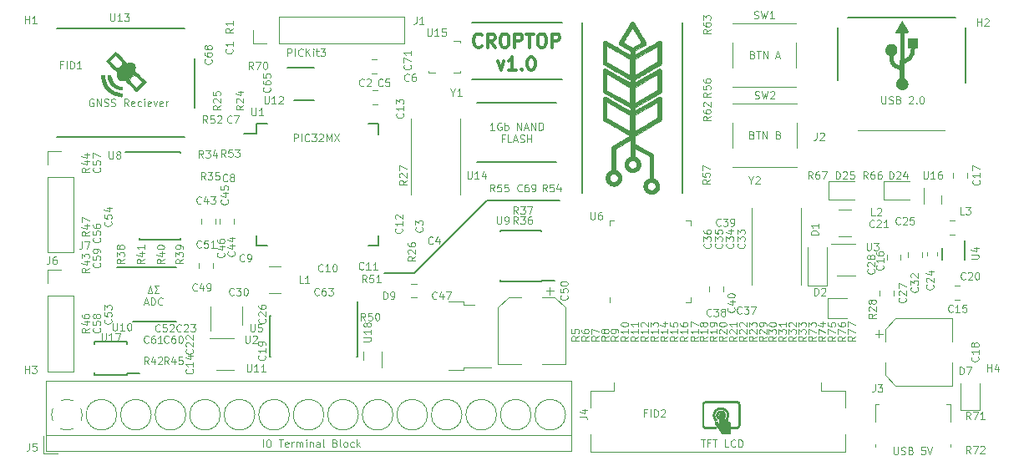
<source format=gto>
G04 #@! TF.GenerationSoftware,KiCad,Pcbnew,(5.0.1)-3*
G04 #@! TF.CreationDate,2019-01-04T23:11:44-08:00*
G04 #@! TF.ProjectId,croptop,63726F70746F702E6B696361645F7063,rev?*
G04 #@! TF.SameCoordinates,Original*
G04 #@! TF.FileFunction,Legend,Top*
G04 #@! TF.FilePolarity,Positive*
%FSLAX46Y46*%
G04 Gerber Fmt 4.6, Leading zero omitted, Abs format (unit mm)*
G04 Created by KiCad (PCBNEW (5.0.1)-3) date 1/4/2019 11:11:44 PM*
%MOMM*%
%LPD*%
G01*
G04 APERTURE LIST*
%ADD10C,0.200000*%
%ADD11C,0.100000*%
%ADD12C,0.300000*%
%ADD13C,0.150000*%
%ADD14C,0.120000*%
%ADD15C,0.010000*%
G04 APERTURE END LIST*
D10*
X141732000Y-98044000D02*
X141732000Y-115316000D01*
X131572000Y-98044000D02*
X131572000Y-115316000D01*
D11*
X101757000Y-101431285D02*
X101757000Y-100681285D01*
X102042714Y-100681285D01*
X102114142Y-100717000D01*
X102149857Y-100752714D01*
X102185571Y-100824142D01*
X102185571Y-100931285D01*
X102149857Y-101002714D01*
X102114142Y-101038428D01*
X102042714Y-101074142D01*
X101757000Y-101074142D01*
X102507000Y-101431285D02*
X102507000Y-100681285D01*
X103292714Y-101359857D02*
X103257000Y-101395571D01*
X103149857Y-101431285D01*
X103078428Y-101431285D01*
X102971285Y-101395571D01*
X102899857Y-101324142D01*
X102864142Y-101252714D01*
X102828428Y-101109857D01*
X102828428Y-101002714D01*
X102864142Y-100859857D01*
X102899857Y-100788428D01*
X102971285Y-100717000D01*
X103078428Y-100681285D01*
X103149857Y-100681285D01*
X103257000Y-100717000D01*
X103292714Y-100752714D01*
X103614142Y-101431285D02*
X103614142Y-100681285D01*
X104042714Y-101431285D02*
X103721285Y-101002714D01*
X104042714Y-100681285D02*
X103614142Y-101109857D01*
X104364142Y-101431285D02*
X104364142Y-100931285D01*
X104364142Y-100681285D02*
X104328428Y-100717000D01*
X104364142Y-100752714D01*
X104399857Y-100717000D01*
X104364142Y-100681285D01*
X104364142Y-100752714D01*
X104614142Y-100931285D02*
X104899857Y-100931285D01*
X104721285Y-100681285D02*
X104721285Y-101324142D01*
X104757000Y-101395571D01*
X104828428Y-101431285D01*
X104899857Y-101431285D01*
X105078428Y-100681285D02*
X105542714Y-100681285D01*
X105292714Y-100967000D01*
X105399857Y-100967000D01*
X105471285Y-101002714D01*
X105507000Y-101038428D01*
X105542714Y-101109857D01*
X105542714Y-101288428D01*
X105507000Y-101359857D01*
X105471285Y-101395571D01*
X105399857Y-101431285D01*
X105185571Y-101431285D01*
X105114142Y-101395571D01*
X105078428Y-101359857D01*
D10*
X121920000Y-116078000D02*
X121412000Y-116586000D01*
X129286000Y-116078000D02*
X121920000Y-116078000D01*
X111506000Y-123444000D02*
X114554000Y-123444000D01*
X115316000Y-122682000D02*
X114554000Y-123444000D01*
X121412000Y-116586000D02*
X115316000Y-122682000D01*
D11*
X87548714Y-125456785D02*
X87798714Y-124706785D01*
X88048714Y-125456785D01*
X87548714Y-125456785D01*
X88655857Y-125456785D02*
X88263000Y-125456785D01*
X88513000Y-125063928D01*
X88263000Y-124706785D01*
X88655857Y-124706785D01*
X87209428Y-126467500D02*
X87566571Y-126467500D01*
X87138000Y-126681785D02*
X87388000Y-125931785D01*
X87638000Y-126681785D01*
X87888000Y-126681785D02*
X87888000Y-125931785D01*
X88066571Y-125931785D01*
X88173714Y-125967500D01*
X88245142Y-126038928D01*
X88280857Y-126110357D01*
X88316571Y-126253214D01*
X88316571Y-126360357D01*
X88280857Y-126503214D01*
X88245142Y-126574642D01*
X88173714Y-126646071D01*
X88066571Y-126681785D01*
X87888000Y-126681785D01*
X89066571Y-126610357D02*
X89030857Y-126646071D01*
X88923714Y-126681785D01*
X88852285Y-126681785D01*
X88745142Y-126646071D01*
X88673714Y-126574642D01*
X88638000Y-126503214D01*
X88602285Y-126360357D01*
X88602285Y-126253214D01*
X88638000Y-126110357D01*
X88673714Y-126038928D01*
X88745142Y-125967500D01*
X88852285Y-125931785D01*
X88923714Y-125931785D01*
X89030857Y-125967500D01*
X89066571Y-126003214D01*
X163189285Y-141067285D02*
X163189285Y-141674428D01*
X163225000Y-141745857D01*
X163260714Y-141781571D01*
X163332142Y-141817285D01*
X163475000Y-141817285D01*
X163546428Y-141781571D01*
X163582142Y-141745857D01*
X163617857Y-141674428D01*
X163617857Y-141067285D01*
X163939285Y-141781571D02*
X164046428Y-141817285D01*
X164225000Y-141817285D01*
X164296428Y-141781571D01*
X164332142Y-141745857D01*
X164367857Y-141674428D01*
X164367857Y-141603000D01*
X164332142Y-141531571D01*
X164296428Y-141495857D01*
X164225000Y-141460142D01*
X164082142Y-141424428D01*
X164010714Y-141388714D01*
X163975000Y-141353000D01*
X163939285Y-141281571D01*
X163939285Y-141210142D01*
X163975000Y-141138714D01*
X164010714Y-141103000D01*
X164082142Y-141067285D01*
X164260714Y-141067285D01*
X164367857Y-141103000D01*
X164939285Y-141424428D02*
X165046428Y-141460142D01*
X165082142Y-141495857D01*
X165117857Y-141567285D01*
X165117857Y-141674428D01*
X165082142Y-141745857D01*
X165046428Y-141781571D01*
X164975000Y-141817285D01*
X164689285Y-141817285D01*
X164689285Y-141067285D01*
X164939285Y-141067285D01*
X165010714Y-141103000D01*
X165046428Y-141138714D01*
X165082142Y-141210142D01*
X165082142Y-141281571D01*
X165046428Y-141353000D01*
X165010714Y-141388714D01*
X164939285Y-141424428D01*
X164689285Y-141424428D01*
X166367857Y-141067285D02*
X166010714Y-141067285D01*
X165975000Y-141424428D01*
X166010714Y-141388714D01*
X166082142Y-141353000D01*
X166260714Y-141353000D01*
X166332142Y-141388714D01*
X166367857Y-141424428D01*
X166403571Y-141495857D01*
X166403571Y-141674428D01*
X166367857Y-141745857D01*
X166332142Y-141781571D01*
X166260714Y-141817285D01*
X166082142Y-141817285D01*
X166010714Y-141781571D01*
X165975000Y-141745857D01*
X166617857Y-141067285D02*
X166867857Y-141817285D01*
X167117857Y-141067285D01*
D10*
X158496000Y-97536000D02*
X169418000Y-97536000D01*
X170434000Y-98552000D02*
X170434000Y-104140000D01*
X157480000Y-98552000D02*
X157480000Y-103886000D01*
D11*
X148828285Y-109420428D02*
X148935428Y-109456142D01*
X148971142Y-109491857D01*
X149006857Y-109563285D01*
X149006857Y-109670428D01*
X148971142Y-109741857D01*
X148935428Y-109777571D01*
X148864000Y-109813285D01*
X148578285Y-109813285D01*
X148578285Y-109063285D01*
X148828285Y-109063285D01*
X148899714Y-109099000D01*
X148935428Y-109134714D01*
X148971142Y-109206142D01*
X148971142Y-109277571D01*
X148935428Y-109349000D01*
X148899714Y-109384714D01*
X148828285Y-109420428D01*
X148578285Y-109420428D01*
X149221142Y-109063285D02*
X149649714Y-109063285D01*
X149435428Y-109813285D02*
X149435428Y-109063285D01*
X149899714Y-109813285D02*
X149899714Y-109063285D01*
X150328285Y-109813285D01*
X150328285Y-109063285D01*
X151506857Y-109420428D02*
X151614000Y-109456142D01*
X151649714Y-109491857D01*
X151685428Y-109563285D01*
X151685428Y-109670428D01*
X151649714Y-109741857D01*
X151614000Y-109777571D01*
X151542571Y-109813285D01*
X151256857Y-109813285D01*
X151256857Y-109063285D01*
X151506857Y-109063285D01*
X151578285Y-109099000D01*
X151614000Y-109134714D01*
X151649714Y-109206142D01*
X151649714Y-109277571D01*
X151614000Y-109349000D01*
X151578285Y-109384714D01*
X151506857Y-109420428D01*
X151256857Y-109420428D01*
X148881857Y-101292428D02*
X148989000Y-101328142D01*
X149024714Y-101363857D01*
X149060428Y-101435285D01*
X149060428Y-101542428D01*
X149024714Y-101613857D01*
X148989000Y-101649571D01*
X148917571Y-101685285D01*
X148631857Y-101685285D01*
X148631857Y-100935285D01*
X148881857Y-100935285D01*
X148953285Y-100971000D01*
X148989000Y-101006714D01*
X149024714Y-101078142D01*
X149024714Y-101149571D01*
X148989000Y-101221000D01*
X148953285Y-101256714D01*
X148881857Y-101292428D01*
X148631857Y-101292428D01*
X149274714Y-100935285D02*
X149703285Y-100935285D01*
X149489000Y-101685285D02*
X149489000Y-100935285D01*
X149953285Y-101685285D02*
X149953285Y-100935285D01*
X150381857Y-101685285D01*
X150381857Y-100935285D01*
X151274714Y-101471000D02*
X151631857Y-101471000D01*
X151203285Y-101685285D02*
X151453285Y-100935285D01*
X151703285Y-101685285D01*
X99247142Y-141055285D02*
X99247142Y-140305285D01*
X99747142Y-140305285D02*
X99890000Y-140305285D01*
X99961428Y-140341000D01*
X100032857Y-140412428D01*
X100068571Y-140555285D01*
X100068571Y-140805285D01*
X100032857Y-140948142D01*
X99961428Y-141019571D01*
X99890000Y-141055285D01*
X99747142Y-141055285D01*
X99675714Y-141019571D01*
X99604285Y-140948142D01*
X99568571Y-140805285D01*
X99568571Y-140555285D01*
X99604285Y-140412428D01*
X99675714Y-140341000D01*
X99747142Y-140305285D01*
X100854285Y-140305285D02*
X101282857Y-140305285D01*
X101068571Y-141055285D02*
X101068571Y-140305285D01*
X101818571Y-141019571D02*
X101747142Y-141055285D01*
X101604285Y-141055285D01*
X101532857Y-141019571D01*
X101497142Y-140948142D01*
X101497142Y-140662428D01*
X101532857Y-140591000D01*
X101604285Y-140555285D01*
X101747142Y-140555285D01*
X101818571Y-140591000D01*
X101854285Y-140662428D01*
X101854285Y-140733857D01*
X101497142Y-140805285D01*
X102175714Y-141055285D02*
X102175714Y-140555285D01*
X102175714Y-140698142D02*
X102211428Y-140626714D01*
X102247142Y-140591000D01*
X102318571Y-140555285D01*
X102390000Y-140555285D01*
X102640000Y-141055285D02*
X102640000Y-140555285D01*
X102640000Y-140626714D02*
X102675714Y-140591000D01*
X102747142Y-140555285D01*
X102854285Y-140555285D01*
X102925714Y-140591000D01*
X102961428Y-140662428D01*
X102961428Y-141055285D01*
X102961428Y-140662428D02*
X102997142Y-140591000D01*
X103068571Y-140555285D01*
X103175714Y-140555285D01*
X103247142Y-140591000D01*
X103282857Y-140662428D01*
X103282857Y-141055285D01*
X103640000Y-141055285D02*
X103640000Y-140555285D01*
X103640000Y-140305285D02*
X103604285Y-140341000D01*
X103640000Y-140376714D01*
X103675714Y-140341000D01*
X103640000Y-140305285D01*
X103640000Y-140376714D01*
X103997142Y-140555285D02*
X103997142Y-141055285D01*
X103997142Y-140626714D02*
X104032857Y-140591000D01*
X104104285Y-140555285D01*
X104211428Y-140555285D01*
X104282857Y-140591000D01*
X104318571Y-140662428D01*
X104318571Y-141055285D01*
X104997142Y-141055285D02*
X104997142Y-140662428D01*
X104961428Y-140591000D01*
X104890000Y-140555285D01*
X104747142Y-140555285D01*
X104675714Y-140591000D01*
X104997142Y-141019571D02*
X104925714Y-141055285D01*
X104747142Y-141055285D01*
X104675714Y-141019571D01*
X104640000Y-140948142D01*
X104640000Y-140876714D01*
X104675714Y-140805285D01*
X104747142Y-140769571D01*
X104925714Y-140769571D01*
X104997142Y-140733857D01*
X105461428Y-141055285D02*
X105390000Y-141019571D01*
X105354285Y-140948142D01*
X105354285Y-140305285D01*
X106568571Y-140662428D02*
X106675714Y-140698142D01*
X106711428Y-140733857D01*
X106747142Y-140805285D01*
X106747142Y-140912428D01*
X106711428Y-140983857D01*
X106675714Y-141019571D01*
X106604285Y-141055285D01*
X106318571Y-141055285D01*
X106318571Y-140305285D01*
X106568571Y-140305285D01*
X106640000Y-140341000D01*
X106675714Y-140376714D01*
X106711428Y-140448142D01*
X106711428Y-140519571D01*
X106675714Y-140591000D01*
X106640000Y-140626714D01*
X106568571Y-140662428D01*
X106318571Y-140662428D01*
X107175714Y-141055285D02*
X107104285Y-141019571D01*
X107068571Y-140948142D01*
X107068571Y-140305285D01*
X107568571Y-141055285D02*
X107497142Y-141019571D01*
X107461428Y-140983857D01*
X107425714Y-140912428D01*
X107425714Y-140698142D01*
X107461428Y-140626714D01*
X107497142Y-140591000D01*
X107568571Y-140555285D01*
X107675714Y-140555285D01*
X107747142Y-140591000D01*
X107782857Y-140626714D01*
X107818571Y-140698142D01*
X107818571Y-140912428D01*
X107782857Y-140983857D01*
X107747142Y-141019571D01*
X107675714Y-141055285D01*
X107568571Y-141055285D01*
X108461428Y-141019571D02*
X108390000Y-141055285D01*
X108247142Y-141055285D01*
X108175714Y-141019571D01*
X108140000Y-140983857D01*
X108104285Y-140912428D01*
X108104285Y-140698142D01*
X108140000Y-140626714D01*
X108175714Y-140591000D01*
X108247142Y-140555285D01*
X108390000Y-140555285D01*
X108461428Y-140591000D01*
X108782857Y-141055285D02*
X108782857Y-140305285D01*
X108854285Y-140769571D02*
X109068571Y-141055285D01*
X109068571Y-140555285D02*
X108782857Y-140841000D01*
X122700142Y-108946785D02*
X122271571Y-108946785D01*
X122485857Y-108946785D02*
X122485857Y-108196785D01*
X122414428Y-108303928D01*
X122343000Y-108375357D01*
X122271571Y-108411071D01*
X123414428Y-108232500D02*
X123343000Y-108196785D01*
X123235857Y-108196785D01*
X123128714Y-108232500D01*
X123057285Y-108303928D01*
X123021571Y-108375357D01*
X122985857Y-108518214D01*
X122985857Y-108625357D01*
X123021571Y-108768214D01*
X123057285Y-108839642D01*
X123128714Y-108911071D01*
X123235857Y-108946785D01*
X123307285Y-108946785D01*
X123414428Y-108911071D01*
X123450142Y-108875357D01*
X123450142Y-108625357D01*
X123307285Y-108625357D01*
X123771571Y-108946785D02*
X123771571Y-108196785D01*
X123771571Y-108482500D02*
X123843000Y-108446785D01*
X123985857Y-108446785D01*
X124057285Y-108482500D01*
X124093000Y-108518214D01*
X124128714Y-108589642D01*
X124128714Y-108803928D01*
X124093000Y-108875357D01*
X124057285Y-108911071D01*
X123985857Y-108946785D01*
X123843000Y-108946785D01*
X123771571Y-108911071D01*
X125021571Y-108946785D02*
X125021571Y-108196785D01*
X125450142Y-108946785D01*
X125450142Y-108196785D01*
X125771571Y-108732500D02*
X126128714Y-108732500D01*
X125700142Y-108946785D02*
X125950142Y-108196785D01*
X126200142Y-108946785D01*
X126450142Y-108946785D02*
X126450142Y-108196785D01*
X126878714Y-108946785D01*
X126878714Y-108196785D01*
X127235857Y-108946785D02*
X127235857Y-108196785D01*
X127414428Y-108196785D01*
X127521571Y-108232500D01*
X127593000Y-108303928D01*
X127628714Y-108375357D01*
X127664428Y-108518214D01*
X127664428Y-108625357D01*
X127628714Y-108768214D01*
X127593000Y-108839642D01*
X127521571Y-108911071D01*
X127414428Y-108946785D01*
X127235857Y-108946785D01*
X123700142Y-109778928D02*
X123450142Y-109778928D01*
X123450142Y-110171785D02*
X123450142Y-109421785D01*
X123807285Y-109421785D01*
X124450142Y-110171785D02*
X124093000Y-110171785D01*
X124093000Y-109421785D01*
X124664428Y-109957500D02*
X125021571Y-109957500D01*
X124593000Y-110171785D02*
X124843000Y-109421785D01*
X125093000Y-110171785D01*
X125307285Y-110136071D02*
X125414428Y-110171785D01*
X125593000Y-110171785D01*
X125664428Y-110136071D01*
X125700142Y-110100357D01*
X125735857Y-110028928D01*
X125735857Y-109957500D01*
X125700142Y-109886071D01*
X125664428Y-109850357D01*
X125593000Y-109814642D01*
X125450142Y-109778928D01*
X125378714Y-109743214D01*
X125343000Y-109707500D01*
X125307285Y-109636071D01*
X125307285Y-109564642D01*
X125343000Y-109493214D01*
X125378714Y-109457500D01*
X125450142Y-109421785D01*
X125628714Y-109421785D01*
X125735857Y-109457500D01*
X126057285Y-110171785D02*
X126057285Y-109421785D01*
X126057285Y-109778928D02*
X126485857Y-109778928D01*
X126485857Y-110171785D02*
X126485857Y-109421785D01*
X102398000Y-110067285D02*
X102398000Y-109317285D01*
X102683714Y-109317285D01*
X102755142Y-109353000D01*
X102790857Y-109388714D01*
X102826571Y-109460142D01*
X102826571Y-109567285D01*
X102790857Y-109638714D01*
X102755142Y-109674428D01*
X102683714Y-109710142D01*
X102398000Y-109710142D01*
X103148000Y-110067285D02*
X103148000Y-109317285D01*
X103933714Y-109995857D02*
X103898000Y-110031571D01*
X103790857Y-110067285D01*
X103719428Y-110067285D01*
X103612285Y-110031571D01*
X103540857Y-109960142D01*
X103505142Y-109888714D01*
X103469428Y-109745857D01*
X103469428Y-109638714D01*
X103505142Y-109495857D01*
X103540857Y-109424428D01*
X103612285Y-109353000D01*
X103719428Y-109317285D01*
X103790857Y-109317285D01*
X103898000Y-109353000D01*
X103933714Y-109388714D01*
X104183714Y-109317285D02*
X104648000Y-109317285D01*
X104398000Y-109603000D01*
X104505142Y-109603000D01*
X104576571Y-109638714D01*
X104612285Y-109674428D01*
X104648000Y-109745857D01*
X104648000Y-109924428D01*
X104612285Y-109995857D01*
X104576571Y-110031571D01*
X104505142Y-110067285D01*
X104290857Y-110067285D01*
X104219428Y-110031571D01*
X104183714Y-109995857D01*
X104933714Y-109388714D02*
X104969428Y-109353000D01*
X105040857Y-109317285D01*
X105219428Y-109317285D01*
X105290857Y-109353000D01*
X105326571Y-109388714D01*
X105362285Y-109460142D01*
X105362285Y-109531571D01*
X105326571Y-109638714D01*
X104898000Y-110067285D01*
X105362285Y-110067285D01*
X105683714Y-110067285D02*
X105683714Y-109317285D01*
X105933714Y-109853000D01*
X106183714Y-109317285D01*
X106183714Y-110067285D01*
X106469428Y-109317285D02*
X106969428Y-110067285D01*
X106969428Y-109317285D02*
X106469428Y-110067285D01*
X161959000Y-105507285D02*
X161959000Y-106114428D01*
X161994714Y-106185857D01*
X162030428Y-106221571D01*
X162101857Y-106257285D01*
X162244714Y-106257285D01*
X162316142Y-106221571D01*
X162351857Y-106185857D01*
X162387571Y-106114428D01*
X162387571Y-105507285D01*
X162709000Y-106221571D02*
X162816142Y-106257285D01*
X162994714Y-106257285D01*
X163066142Y-106221571D01*
X163101857Y-106185857D01*
X163137571Y-106114428D01*
X163137571Y-106043000D01*
X163101857Y-105971571D01*
X163066142Y-105935857D01*
X162994714Y-105900142D01*
X162851857Y-105864428D01*
X162780428Y-105828714D01*
X162744714Y-105793000D01*
X162709000Y-105721571D01*
X162709000Y-105650142D01*
X162744714Y-105578714D01*
X162780428Y-105543000D01*
X162851857Y-105507285D01*
X163030428Y-105507285D01*
X163137571Y-105543000D01*
X163709000Y-105864428D02*
X163816142Y-105900142D01*
X163851857Y-105935857D01*
X163887571Y-106007285D01*
X163887571Y-106114428D01*
X163851857Y-106185857D01*
X163816142Y-106221571D01*
X163744714Y-106257285D01*
X163459000Y-106257285D01*
X163459000Y-105507285D01*
X163709000Y-105507285D01*
X163780428Y-105543000D01*
X163816142Y-105578714D01*
X163851857Y-105650142D01*
X163851857Y-105721571D01*
X163816142Y-105793000D01*
X163780428Y-105828714D01*
X163709000Y-105864428D01*
X163459000Y-105864428D01*
X164744714Y-105578714D02*
X164780428Y-105543000D01*
X164851857Y-105507285D01*
X165030428Y-105507285D01*
X165101857Y-105543000D01*
X165137571Y-105578714D01*
X165173285Y-105650142D01*
X165173285Y-105721571D01*
X165137571Y-105828714D01*
X164709000Y-106257285D01*
X165173285Y-106257285D01*
X165494714Y-106185857D02*
X165530428Y-106221571D01*
X165494714Y-106257285D01*
X165459000Y-106221571D01*
X165494714Y-106185857D01*
X165494714Y-106257285D01*
X165994714Y-105507285D02*
X166066142Y-105507285D01*
X166137571Y-105543000D01*
X166173285Y-105578714D01*
X166209000Y-105650142D01*
X166244714Y-105793000D01*
X166244714Y-105971571D01*
X166209000Y-106114428D01*
X166173285Y-106185857D01*
X166137571Y-106221571D01*
X166066142Y-106257285D01*
X165994714Y-106257285D01*
X165923285Y-106221571D01*
X165887571Y-106185857D01*
X165851857Y-106114428D01*
X165816142Y-105971571D01*
X165816142Y-105793000D01*
X165851857Y-105650142D01*
X165887571Y-105578714D01*
X165923285Y-105543000D01*
X165994714Y-105507285D01*
X143635285Y-140305285D02*
X144063857Y-140305285D01*
X143849571Y-141055285D02*
X143849571Y-140305285D01*
X144563857Y-140662428D02*
X144313857Y-140662428D01*
X144313857Y-141055285D02*
X144313857Y-140305285D01*
X144671000Y-140305285D01*
X144849571Y-140305285D02*
X145278142Y-140305285D01*
X145063857Y-141055285D02*
X145063857Y-140305285D01*
X146456714Y-141055285D02*
X146099571Y-141055285D01*
X146099571Y-140305285D01*
X147135285Y-140983857D02*
X147099571Y-141019571D01*
X146992428Y-141055285D01*
X146921000Y-141055285D01*
X146813857Y-141019571D01*
X146742428Y-140948142D01*
X146706714Y-140876714D01*
X146671000Y-140733857D01*
X146671000Y-140626714D01*
X146706714Y-140483857D01*
X146742428Y-140412428D01*
X146813857Y-140341000D01*
X146921000Y-140305285D01*
X146992428Y-140305285D01*
X147099571Y-140341000D01*
X147135285Y-140376714D01*
X147456714Y-141055285D02*
X147456714Y-140305285D01*
X147635285Y-140305285D01*
X147742428Y-140341000D01*
X147813857Y-140412428D01*
X147849571Y-140483857D01*
X147885285Y-140626714D01*
X147885285Y-140733857D01*
X147849571Y-140876714D01*
X147813857Y-140948142D01*
X147742428Y-141019571D01*
X147635285Y-141055285D01*
X147456714Y-141055285D01*
X82044428Y-105797000D02*
X81973000Y-105761285D01*
X81865857Y-105761285D01*
X81758714Y-105797000D01*
X81687285Y-105868428D01*
X81651571Y-105939857D01*
X81615857Y-106082714D01*
X81615857Y-106189857D01*
X81651571Y-106332714D01*
X81687285Y-106404142D01*
X81758714Y-106475571D01*
X81865857Y-106511285D01*
X81937285Y-106511285D01*
X82044428Y-106475571D01*
X82080142Y-106439857D01*
X82080142Y-106189857D01*
X81937285Y-106189857D01*
X82401571Y-106511285D02*
X82401571Y-105761285D01*
X82830142Y-106511285D01*
X82830142Y-105761285D01*
X83151571Y-106475571D02*
X83258714Y-106511285D01*
X83437285Y-106511285D01*
X83508714Y-106475571D01*
X83544428Y-106439857D01*
X83580142Y-106368428D01*
X83580142Y-106297000D01*
X83544428Y-106225571D01*
X83508714Y-106189857D01*
X83437285Y-106154142D01*
X83294428Y-106118428D01*
X83223000Y-106082714D01*
X83187285Y-106047000D01*
X83151571Y-105975571D01*
X83151571Y-105904142D01*
X83187285Y-105832714D01*
X83223000Y-105797000D01*
X83294428Y-105761285D01*
X83473000Y-105761285D01*
X83580142Y-105797000D01*
X83865857Y-106475571D02*
X83973000Y-106511285D01*
X84151571Y-106511285D01*
X84223000Y-106475571D01*
X84258714Y-106439857D01*
X84294428Y-106368428D01*
X84294428Y-106297000D01*
X84258714Y-106225571D01*
X84223000Y-106189857D01*
X84151571Y-106154142D01*
X84008714Y-106118428D01*
X83937285Y-106082714D01*
X83901571Y-106047000D01*
X83865857Y-105975571D01*
X83865857Y-105904142D01*
X83901571Y-105832714D01*
X83937285Y-105797000D01*
X84008714Y-105761285D01*
X84187285Y-105761285D01*
X84294428Y-105797000D01*
X85615857Y-106511285D02*
X85365857Y-106154142D01*
X85187285Y-106511285D02*
X85187285Y-105761285D01*
X85473000Y-105761285D01*
X85544428Y-105797000D01*
X85580142Y-105832714D01*
X85615857Y-105904142D01*
X85615857Y-106011285D01*
X85580142Y-106082714D01*
X85544428Y-106118428D01*
X85473000Y-106154142D01*
X85187285Y-106154142D01*
X86223000Y-106475571D02*
X86151571Y-106511285D01*
X86008714Y-106511285D01*
X85937285Y-106475571D01*
X85901571Y-106404142D01*
X85901571Y-106118428D01*
X85937285Y-106047000D01*
X86008714Y-106011285D01*
X86151571Y-106011285D01*
X86223000Y-106047000D01*
X86258714Y-106118428D01*
X86258714Y-106189857D01*
X85901571Y-106261285D01*
X86901571Y-106475571D02*
X86830142Y-106511285D01*
X86687285Y-106511285D01*
X86615857Y-106475571D01*
X86580142Y-106439857D01*
X86544428Y-106368428D01*
X86544428Y-106154142D01*
X86580142Y-106082714D01*
X86615857Y-106047000D01*
X86687285Y-106011285D01*
X86830142Y-106011285D01*
X86901571Y-106047000D01*
X87223000Y-106511285D02*
X87223000Y-106011285D01*
X87223000Y-105761285D02*
X87187285Y-105797000D01*
X87223000Y-105832714D01*
X87258714Y-105797000D01*
X87223000Y-105761285D01*
X87223000Y-105832714D01*
X87865857Y-106475571D02*
X87794428Y-106511285D01*
X87651571Y-106511285D01*
X87580142Y-106475571D01*
X87544428Y-106404142D01*
X87544428Y-106118428D01*
X87580142Y-106047000D01*
X87651571Y-106011285D01*
X87794428Y-106011285D01*
X87865857Y-106047000D01*
X87901571Y-106118428D01*
X87901571Y-106189857D01*
X87544428Y-106261285D01*
X88151571Y-106011285D02*
X88330142Y-106511285D01*
X88508714Y-106011285D01*
X89080142Y-106475571D02*
X89008714Y-106511285D01*
X88865857Y-106511285D01*
X88794428Y-106475571D01*
X88758714Y-106404142D01*
X88758714Y-106118428D01*
X88794428Y-106047000D01*
X88865857Y-106011285D01*
X89008714Y-106011285D01*
X89080142Y-106047000D01*
X89115857Y-106118428D01*
X89115857Y-106189857D01*
X88758714Y-106261285D01*
X89437285Y-106511285D02*
X89437285Y-106011285D01*
X89437285Y-106154142D02*
X89473000Y-106082714D01*
X89508714Y-106047000D01*
X89580142Y-106011285D01*
X89651571Y-106011285D01*
D10*
X120396000Y-103759000D02*
X129540000Y-103759000D01*
X120396000Y-98044000D02*
X129540000Y-98044000D01*
D12*
X121432285Y-100411642D02*
X121368000Y-100475928D01*
X121175142Y-100540214D01*
X121046571Y-100540214D01*
X120853714Y-100475928D01*
X120725142Y-100347357D01*
X120660857Y-100218785D01*
X120596571Y-99961642D01*
X120596571Y-99768785D01*
X120660857Y-99511642D01*
X120725142Y-99383071D01*
X120853714Y-99254500D01*
X121046571Y-99190214D01*
X121175142Y-99190214D01*
X121368000Y-99254500D01*
X121432285Y-99318785D01*
X122782285Y-100540214D02*
X122332285Y-99897357D01*
X122010857Y-100540214D02*
X122010857Y-99190214D01*
X122525142Y-99190214D01*
X122653714Y-99254500D01*
X122718000Y-99318785D01*
X122782285Y-99447357D01*
X122782285Y-99640214D01*
X122718000Y-99768785D01*
X122653714Y-99833071D01*
X122525142Y-99897357D01*
X122010857Y-99897357D01*
X123618000Y-99190214D02*
X123875142Y-99190214D01*
X124003714Y-99254500D01*
X124132285Y-99383071D01*
X124196571Y-99640214D01*
X124196571Y-100090214D01*
X124132285Y-100347357D01*
X124003714Y-100475928D01*
X123875142Y-100540214D01*
X123618000Y-100540214D01*
X123489428Y-100475928D01*
X123360857Y-100347357D01*
X123296571Y-100090214D01*
X123296571Y-99640214D01*
X123360857Y-99383071D01*
X123489428Y-99254500D01*
X123618000Y-99190214D01*
X124775142Y-100540214D02*
X124775142Y-99190214D01*
X125289428Y-99190214D01*
X125418000Y-99254500D01*
X125482285Y-99318785D01*
X125546571Y-99447357D01*
X125546571Y-99640214D01*
X125482285Y-99768785D01*
X125418000Y-99833071D01*
X125289428Y-99897357D01*
X124775142Y-99897357D01*
X125932285Y-99190214D02*
X126703714Y-99190214D01*
X126318000Y-100540214D02*
X126318000Y-99190214D01*
X127410857Y-99190214D02*
X127668000Y-99190214D01*
X127796571Y-99254500D01*
X127925142Y-99383071D01*
X127989428Y-99640214D01*
X127989428Y-100090214D01*
X127925142Y-100347357D01*
X127796571Y-100475928D01*
X127668000Y-100540214D01*
X127410857Y-100540214D01*
X127282285Y-100475928D01*
X127153714Y-100347357D01*
X127089428Y-100090214D01*
X127089428Y-99640214D01*
X127153714Y-99383071D01*
X127282285Y-99254500D01*
X127410857Y-99190214D01*
X128568000Y-100540214D02*
X128568000Y-99190214D01*
X129082285Y-99190214D01*
X129210857Y-99254500D01*
X129275142Y-99318785D01*
X129339428Y-99447357D01*
X129339428Y-99640214D01*
X129275142Y-99768785D01*
X129210857Y-99833071D01*
X129082285Y-99897357D01*
X128568000Y-99897357D01*
X123039428Y-101965214D02*
X123360857Y-102865214D01*
X123682285Y-101965214D01*
X124903714Y-102865214D02*
X124132285Y-102865214D01*
X124518000Y-102865214D02*
X124518000Y-101515214D01*
X124389428Y-101708071D01*
X124260857Y-101836642D01*
X124132285Y-101900928D01*
X125482285Y-102736642D02*
X125546571Y-102800928D01*
X125482285Y-102865214D01*
X125418000Y-102800928D01*
X125482285Y-102736642D01*
X125482285Y-102865214D01*
X126382285Y-101515214D02*
X126510857Y-101515214D01*
X126639428Y-101579500D01*
X126703714Y-101643785D01*
X126768000Y-101772357D01*
X126832285Y-102029500D01*
X126832285Y-102350928D01*
X126768000Y-102608071D01*
X126703714Y-102736642D01*
X126639428Y-102800928D01*
X126510857Y-102865214D01*
X126382285Y-102865214D01*
X126253714Y-102800928D01*
X126189428Y-102736642D01*
X126125142Y-102608071D01*
X126060857Y-102350928D01*
X126060857Y-102029500D01*
X126125142Y-101772357D01*
X126189428Y-101643785D01*
X126253714Y-101579500D01*
X126382285Y-101515214D01*
D13*
G04 #@! TO.C,U1*
X98600000Y-108315500D02*
X98600000Y-109290500D01*
X110950000Y-108315500D02*
X110950000Y-109365500D01*
X110950000Y-120665500D02*
X110950000Y-119615500D01*
X98600000Y-120665500D02*
X98600000Y-119615500D01*
X98600000Y-108315500D02*
X99650000Y-108315500D01*
X98600000Y-120665500D02*
X99650000Y-120665500D01*
X110950000Y-120665500D02*
X109900000Y-120665500D01*
X110950000Y-108315500D02*
X109900000Y-108315500D01*
X98600000Y-109290500D02*
X97325000Y-109290500D01*
D14*
G04 #@! TO.C,C18*
X169145000Y-134855000D02*
X169145000Y-132505000D01*
X169145000Y-128035000D02*
X169145000Y-130385000D01*
X163389437Y-128035000D02*
X169145000Y-128035000D01*
X163389437Y-134855000D02*
X169145000Y-134855000D01*
X162325000Y-133790563D02*
X162325000Y-132505000D01*
X162325000Y-129099437D02*
X162325000Y-130385000D01*
X162325000Y-129099437D02*
X163389437Y-128035000D01*
X162325000Y-133790563D02*
X163389437Y-134855000D01*
X161297500Y-129597500D02*
X162085000Y-129597500D01*
X161691250Y-129203750D02*
X161691250Y-129991250D01*
G04 #@! TO.C,J2*
X159557000Y-108985000D02*
X168357000Y-108985000D01*
G04 #@! TO.C,U6*
X134383500Y-118615200D02*
X134383500Y-118140200D01*
X134383500Y-118140200D02*
X134858500Y-118140200D01*
X142603500Y-125885200D02*
X142603500Y-126360200D01*
X142603500Y-126360200D02*
X142128500Y-126360200D01*
X142603500Y-118615200D02*
X142603500Y-118140200D01*
X142603500Y-118140200D02*
X142128500Y-118140200D01*
X134383500Y-125885200D02*
X134383500Y-126360200D01*
G04 #@! TO.C,J5*
X79982587Y-139226385D02*
G75*
G02X79375000Y-139350000I-607587J1431385D01*
G01*
X80807109Y-137187258D02*
G75*
G02X80807000Y-138403000I-1432109J-607742D01*
G01*
X78767258Y-136362891D02*
G75*
G02X79983000Y-136363000I607742J-1432109D01*
G01*
X77942891Y-138402742D02*
G75*
G02X77943000Y-137187000I1432109J607742D01*
G01*
X79402011Y-139350492D02*
G75*
G02X78767000Y-139227000I-27011J1555492D01*
G01*
X84430000Y-137795000D02*
G75*
G03X84430000Y-137795000I-1555000J0D01*
G01*
X87930000Y-137795000D02*
G75*
G03X87930000Y-137795000I-1555000J0D01*
G01*
X91430000Y-137795000D02*
G75*
G03X91430000Y-137795000I-1555000J0D01*
G01*
X94930000Y-137795000D02*
G75*
G03X94930000Y-137795000I-1555000J0D01*
G01*
X98430000Y-137795000D02*
G75*
G03X98430000Y-137795000I-1555000J0D01*
G01*
X101930000Y-137795000D02*
G75*
G03X101930000Y-137795000I-1555000J0D01*
G01*
X105430000Y-137795000D02*
G75*
G03X105430000Y-137795000I-1555000J0D01*
G01*
X108930000Y-137795000D02*
G75*
G03X108930000Y-137795000I-1555000J0D01*
G01*
X112430000Y-137795000D02*
G75*
G03X112430000Y-137795000I-1555000J0D01*
G01*
X115930000Y-137795000D02*
G75*
G03X115930000Y-137795000I-1555000J0D01*
G01*
X119430000Y-137795000D02*
G75*
G03X119430000Y-137795000I-1555000J0D01*
G01*
X122930000Y-137795000D02*
G75*
G03X122930000Y-137795000I-1555000J0D01*
G01*
X126430000Y-137795000D02*
G75*
G03X126430000Y-137795000I-1555000J0D01*
G01*
X129930000Y-137795000D02*
G75*
G03X129930000Y-137795000I-1555000J0D01*
G01*
X77215000Y-139895000D02*
X130535000Y-139895000D01*
X77215000Y-134335000D02*
X130535000Y-134335000D01*
X77215000Y-141455000D02*
X130535000Y-141455000D01*
X77215000Y-134335000D02*
X77215000Y-141455000D01*
X130535000Y-134335000D02*
X130535000Y-141455000D01*
X76975000Y-139955000D02*
X76975000Y-141695000D01*
X76975000Y-141695000D02*
X78475000Y-141695000D01*
G04 #@! TO.C,C2*
X110294922Y-103199000D02*
X110812078Y-103199000D01*
X110294922Y-101779000D02*
X110812078Y-101779000D01*
G04 #@! TO.C,C5*
X110875578Y-104890500D02*
X110358422Y-104890500D01*
X110875578Y-106310500D02*
X110358422Y-106310500D01*
G04 #@! TO.C,C15*
X169907226Y-126124215D02*
X169390070Y-126124215D01*
X169907226Y-124704215D02*
X169390070Y-124704215D01*
G04 #@! TO.C,C16*
X163905000Y-122100078D02*
X163905000Y-121582922D01*
X162485000Y-122100078D02*
X162485000Y-121582922D01*
G04 #@! TO.C,C17*
X169216000Y-113279422D02*
X169216000Y-113796578D01*
X170636000Y-113279422D02*
X170636000Y-113796578D01*
G04 #@! TO.C,C24*
X166598648Y-121639994D02*
X166598648Y-121314436D01*
X167618648Y-121639994D02*
X167618648Y-121314436D01*
G04 #@! TO.C,C27*
X163206500Y-125217422D02*
X163206500Y-125734578D01*
X161786500Y-125217422D02*
X161786500Y-125734578D01*
G04 #@! TO.C,C32*
X166040648Y-121345637D02*
X166040648Y-121862793D01*
X164620648Y-121345637D02*
X164620648Y-121862793D01*
G04 #@! TO.C,C38*
X145934500Y-124785622D02*
X145934500Y-125302778D01*
X144514500Y-124785622D02*
X144514500Y-125302778D01*
G04 #@! TO.C,C43*
X93016000Y-118432078D02*
X93016000Y-117914922D01*
X94436000Y-118432078D02*
X94436000Y-117914922D01*
G04 #@! TO.C,C45*
X96277500Y-118432078D02*
X96277500Y-117914922D01*
X94857500Y-118432078D02*
X94857500Y-117914922D01*
G04 #@! TO.C,C47*
X114812578Y-125932000D02*
X114295422Y-125932000D01*
X114812578Y-124512000D02*
X114295422Y-124512000D01*
G04 #@! TO.C,C50*
X123082000Y-132696000D02*
X125432000Y-132696000D01*
X129902000Y-132696000D02*
X127552000Y-132696000D01*
X129902000Y-126940437D02*
X129902000Y-132696000D01*
X123082000Y-126940437D02*
X123082000Y-132696000D01*
X124146437Y-125876000D02*
X125432000Y-125876000D01*
X128837563Y-125876000D02*
X127552000Y-125876000D01*
X128837563Y-125876000D02*
X129902000Y-126940437D01*
X124146437Y-125876000D02*
X123082000Y-126940437D01*
X128339500Y-124848500D02*
X128339500Y-125636000D01*
X128733250Y-125242250D02*
X127945750Y-125242250D01*
G04 #@! TO.C,C51*
X94182000Y-122940578D02*
X94182000Y-122423422D01*
X92762000Y-122940578D02*
X92762000Y-122423422D01*
G04 #@! TO.C,D1*
X154448000Y-124678000D02*
X154448000Y-120778000D01*
X156448000Y-124678000D02*
X156448000Y-120778000D01*
X154448000Y-124678000D02*
X156448000Y-124678000D01*
G04 #@! TO.C,D2*
X156480000Y-126000000D02*
X158480000Y-126000000D01*
X156480000Y-128000000D02*
X158480000Y-128000000D01*
X156480000Y-126000000D02*
X156480000Y-128000000D01*
G04 #@! TO.C,D7*
X171902000Y-137321000D02*
X171902000Y-134636000D01*
X169982000Y-137321000D02*
X171902000Y-137321000D01*
X169982000Y-134636000D02*
X169982000Y-137321000D01*
G04 #@! TO.C,D24*
X164830000Y-114102000D02*
X162145000Y-114102000D01*
X162145000Y-114102000D02*
X162145000Y-116022000D01*
X162145000Y-116022000D02*
X164830000Y-116022000D01*
G04 #@! TO.C,D25*
X156557000Y-116022000D02*
X159242000Y-116022000D01*
X156557000Y-114102000D02*
X156557000Y-116022000D01*
X159242000Y-114102000D02*
X156557000Y-114102000D01*
G04 #@! TO.C,J1*
X113598000Y-100136000D02*
X113598000Y-97476000D01*
X100838000Y-100136000D02*
X113598000Y-100136000D01*
X100838000Y-97476000D02*
X113598000Y-97476000D01*
X100838000Y-100136000D02*
X100838000Y-97476000D01*
X99568000Y-100136000D02*
X98238000Y-100136000D01*
X98238000Y-100136000D02*
X98238000Y-98806000D01*
G04 #@! TO.C,J3*
X168910000Y-136720000D02*
X168530000Y-136720000D01*
X168910000Y-140770000D02*
X168910000Y-141030000D01*
X168910000Y-136720000D02*
X168910000Y-138490000D01*
X161290000Y-136720000D02*
X161670000Y-136720000D01*
X161290000Y-138490000D02*
X161290000Y-136720000D01*
X161290000Y-141030000D02*
X161290000Y-140770000D01*
G04 #@! TO.C,J4*
X155851500Y-135333000D02*
X158251500Y-135333000D01*
X134851500Y-135333000D02*
X134851500Y-134533000D01*
X158251500Y-141533000D02*
X158251500Y-139793000D01*
X132451500Y-141533000D02*
X158251500Y-141533000D01*
X132451500Y-139793000D02*
X132451500Y-141533000D01*
X158251500Y-135333000D02*
X158251500Y-137073000D01*
X155851500Y-135333000D02*
X155851500Y-134533000D01*
X132451500Y-135333000D02*
X132451500Y-137073000D01*
X132451500Y-135333000D02*
X134851500Y-135333000D01*
G04 #@! TO.C,J6*
X77410000Y-123130000D02*
X78740000Y-123130000D01*
X77410000Y-124460000D02*
X77410000Y-123130000D01*
X77410000Y-125730000D02*
X80070000Y-125730000D01*
X80070000Y-125730000D02*
X80070000Y-133410000D01*
X77410000Y-125730000D02*
X77410000Y-133410000D01*
X77410000Y-133410000D02*
X80070000Y-133410000D01*
G04 #@! TO.C,J7*
X77410000Y-121345000D02*
X80070000Y-121345000D01*
X77410000Y-113665000D02*
X77410000Y-121345000D01*
X80070000Y-113665000D02*
X80070000Y-121345000D01*
X77410000Y-113665000D02*
X80070000Y-113665000D01*
X77410000Y-112395000D02*
X77410000Y-111065000D01*
X77410000Y-111065000D02*
X78740000Y-111065000D01*
G04 #@! TO.C,L1*
X99854936Y-125502500D02*
X101059064Y-125502500D01*
X99854936Y-122782500D02*
X101059064Y-122782500D01*
G04 #@! TO.C,L2*
X157639936Y-119724000D02*
X158844064Y-119724000D01*
X157639936Y-117004000D02*
X158844064Y-117004000D01*
G04 #@! TO.C,L3*
X168882070Y-118100215D02*
X169399226Y-118100215D01*
X168882070Y-119520215D02*
X169399226Y-119520215D01*
G04 #@! TO.C,SW1*
X153280500Y-98116000D02*
X153280500Y-98146000D01*
X153280500Y-104576000D02*
X153280500Y-104546000D01*
X146820500Y-104576000D02*
X146820500Y-104546000D01*
X146820500Y-98146000D02*
X146820500Y-98116000D01*
X153280500Y-100046000D02*
X153280500Y-102646000D01*
X146820500Y-98116000D02*
X153280500Y-98116000D01*
X146820500Y-100046000D02*
X146820500Y-102646000D01*
X146820500Y-104576000D02*
X153280500Y-104576000D01*
G04 #@! TO.C,SW2*
X146884000Y-112704000D02*
X153344000Y-112704000D01*
X146884000Y-108174000D02*
X146884000Y-110774000D01*
X146884000Y-106244000D02*
X153344000Y-106244000D01*
X153344000Y-108174000D02*
X153344000Y-110774000D01*
X146884000Y-106274000D02*
X146884000Y-106244000D01*
X146884000Y-112704000D02*
X146884000Y-112674000D01*
X153344000Y-112704000D02*
X153344000Y-112674000D01*
X153344000Y-106244000D02*
X153344000Y-106274000D01*
G04 #@! TO.C,U2*
X94498624Y-133283544D02*
X96298624Y-133283544D01*
X96298624Y-130063544D02*
X93848624Y-130063544D01*
G04 #@! TO.C,U3*
X157469000Y-123657000D02*
X159269000Y-123657000D01*
X159269000Y-120437000D02*
X156819000Y-120437000D01*
D13*
G04 #@! TO.C,U4*
X168106648Y-120902215D02*
X168106648Y-122052215D01*
X170356648Y-120127215D02*
X170356648Y-122052215D01*
D14*
G04 #@! TO.C,U5*
X97114000Y-128662000D02*
X97114000Y-126862000D01*
X93894000Y-126862000D02*
X93894000Y-129312000D01*
D13*
G04 #@! TO.C,U8*
X86698000Y-111145000D02*
X85323000Y-111145000D01*
X86698000Y-120020000D02*
X90848000Y-120020000D01*
X86698000Y-111120000D02*
X90848000Y-111120000D01*
X86698000Y-120020000D02*
X86698000Y-119905000D01*
X90848000Y-120020000D02*
X90848000Y-119905000D01*
X90848000Y-111120000D02*
X90848000Y-111235000D01*
X86698000Y-111120000D02*
X86698000Y-111145000D01*
G04 #@! TO.C,U9*
X127424000Y-124191000D02*
X128824000Y-124191000D01*
X127424000Y-119091000D02*
X123274000Y-119091000D01*
X127424000Y-124241000D02*
X123274000Y-124241000D01*
X127424000Y-119091000D02*
X127424000Y-119236000D01*
X123274000Y-119091000D02*
X123274000Y-119236000D01*
X123274000Y-124241000D02*
X123274000Y-124096000D01*
X127424000Y-124241000D02*
X127424000Y-124191000D01*
G04 #@! TO.C,U10*
X86065000Y-128328000D02*
X90465000Y-128328000D01*
X84490000Y-122803000D02*
X90465000Y-122803000D01*
G04 #@! TO.C,U11*
X108844000Y-127719000D02*
X108819000Y-127719000D01*
X108844000Y-131869000D02*
X108729000Y-131869000D01*
X99944000Y-131869000D02*
X100059000Y-131869000D01*
X99944000Y-127719000D02*
X100059000Y-127719000D01*
X108844000Y-127719000D02*
X108844000Y-131869000D01*
X99944000Y-127719000D02*
X99944000Y-131869000D01*
X108819000Y-127719000D02*
X108819000Y-126344000D01*
G04 #@! TO.C,U12*
X102416500Y-105917000D02*
X104466500Y-105917000D01*
X101711500Y-102617000D02*
X104466500Y-102617000D01*
G04 #@! TO.C,U13*
X91336000Y-109640000D02*
X78336000Y-109640000D01*
X91336000Y-98640000D02*
X78336000Y-98640000D01*
X92336000Y-106640000D02*
X92336000Y-101640000D01*
G04 #@! TO.C,U14*
X120968000Y-112156500D02*
X128968000Y-112156500D01*
X120968000Y-106156500D02*
X128968000Y-106156500D01*
D14*
G04 #@! TO.C,U15*
X118600500Y-99863000D02*
X119275500Y-99863000D01*
X119275500Y-99863000D02*
X119275500Y-100038000D01*
X118600500Y-103083000D02*
X119275500Y-103083000D01*
X119275500Y-103083000D02*
X119275500Y-102908000D01*
X116730500Y-103083000D02*
X116055500Y-103083000D01*
X116055500Y-103083000D02*
X116055500Y-102908000D01*
G04 #@! TO.C,U16*
X168042000Y-115570000D02*
X168042000Y-116370000D01*
X166222000Y-114770000D02*
X166222000Y-116370000D01*
D13*
G04 #@! TO.C,U17*
X85495000Y-133755000D02*
X85495000Y-133580000D01*
X82145000Y-133755000D02*
X82145000Y-133505000D01*
X82145000Y-130405000D02*
X82145000Y-130655000D01*
X85495000Y-130405000D02*
X85495000Y-130655000D01*
X85495000Y-133755000D02*
X82145000Y-133755000D01*
X85495000Y-130405000D02*
X82145000Y-130405000D01*
X85495000Y-133580000D02*
X86745000Y-133580000D01*
D14*
G04 #@! TO.C,U18*
X111273000Y-133007000D02*
X111273000Y-131407000D01*
X109453000Y-132207000D02*
X109453000Y-131407000D01*
G04 #@! TO.C,Y1*
X119276500Y-107746748D02*
X119276500Y-115519252D01*
X114276500Y-107746748D02*
X114276500Y-115519252D01*
G04 #@! TO.C,Y2*
X148820500Y-124612452D02*
X148820500Y-116839948D01*
X153820500Y-124612452D02*
X153820500Y-116839948D01*
G04 #@! TO.C,D9*
X119564000Y-126614000D02*
X120664000Y-126614000D01*
X119564000Y-126344000D02*
X119564000Y-126614000D01*
X118064000Y-126344000D02*
X119564000Y-126344000D01*
X119564000Y-132974000D02*
X122394000Y-132974000D01*
X119564000Y-133244000D02*
X119564000Y-132974000D01*
X118064000Y-133244000D02*
X119564000Y-133244000D01*
D15*
G04 #@! TO.C,G\002A\002A\002A*
G36*
X136740582Y-97961175D02*
X136774503Y-97974460D01*
X136805728Y-97993243D01*
X136828125Y-98012593D01*
X136831886Y-98017171D01*
X136837796Y-98025411D01*
X136845991Y-98037540D01*
X136856611Y-98053783D01*
X136869794Y-98074367D01*
X136885679Y-98099517D01*
X136904405Y-98129459D01*
X136926109Y-98164418D01*
X136950932Y-98204621D01*
X136979010Y-98250293D01*
X137010483Y-98301659D01*
X137045490Y-98358947D01*
X137084169Y-98422380D01*
X137126658Y-98492186D01*
X137173097Y-98568590D01*
X137223623Y-98651818D01*
X137278375Y-98742095D01*
X137337493Y-98839648D01*
X137401114Y-98944702D01*
X137458082Y-99038816D01*
X137511727Y-99127492D01*
X137564165Y-99214230D01*
X137615188Y-99298690D01*
X137664593Y-99380530D01*
X137712175Y-99459409D01*
X137757728Y-99534986D01*
X137801047Y-99606918D01*
X137841928Y-99674865D01*
X137880165Y-99738485D01*
X137915554Y-99797438D01*
X137947889Y-99851380D01*
X137976965Y-99899972D01*
X138002578Y-99942871D01*
X138024523Y-99979736D01*
X138042594Y-100010227D01*
X138056586Y-100034001D01*
X138066294Y-100050717D01*
X138071514Y-100060033D01*
X138072353Y-100061744D01*
X138082517Y-100101058D01*
X138084016Y-100141086D01*
X138077168Y-100180377D01*
X138062286Y-100217482D01*
X138039687Y-100250953D01*
X138028487Y-100263069D01*
X138023685Y-100267253D01*
X138016224Y-100272834D01*
X138005737Y-100280030D01*
X137991859Y-100289056D01*
X137974224Y-100300132D01*
X137952467Y-100313473D01*
X137926222Y-100329296D01*
X137895124Y-100347820D01*
X137858806Y-100369260D01*
X137816903Y-100393835D01*
X137769049Y-100421760D01*
X137714879Y-100453254D01*
X137654027Y-100488533D01*
X137586128Y-100527814D01*
X137510815Y-100571315D01*
X137456760Y-100602506D01*
X136908393Y-100918818D01*
X136908351Y-101121026D01*
X136908348Y-101169465D01*
X136908387Y-101209453D01*
X136908503Y-101241777D01*
X136908735Y-101267223D01*
X136909118Y-101286575D01*
X136909689Y-101300621D01*
X136910485Y-101310146D01*
X136911543Y-101315936D01*
X136912899Y-101318777D01*
X136914590Y-101319455D01*
X136916654Y-101318755D01*
X136917571Y-101318277D01*
X136922273Y-101315594D01*
X136934663Y-101308471D01*
X136954433Y-101297087D01*
X136981273Y-101281621D01*
X137014872Y-101262251D01*
X137054921Y-101239156D01*
X137101111Y-101212514D01*
X137153131Y-101182505D01*
X137210672Y-101149308D01*
X137273425Y-101113100D01*
X137341079Y-101074061D01*
X137413324Y-101032369D01*
X137489852Y-100988203D01*
X137570352Y-100941742D01*
X137654515Y-100893164D01*
X137742030Y-100842649D01*
X137832589Y-100790374D01*
X137925881Y-100736519D01*
X138021597Y-100681263D01*
X138119427Y-100624783D01*
X138146487Y-100609160D01*
X138244996Y-100552305D01*
X138341563Y-100496607D01*
X138435874Y-100442247D01*
X138527613Y-100389405D01*
X138616466Y-100338260D01*
X138702119Y-100288994D01*
X138784257Y-100241785D01*
X138862567Y-100196814D01*
X138936733Y-100154262D01*
X139006441Y-100114308D01*
X139071378Y-100077132D01*
X139131227Y-100042915D01*
X139185675Y-100011836D01*
X139234408Y-99984076D01*
X139277111Y-99959814D01*
X139313469Y-99939232D01*
X139343169Y-99922508D01*
X139365895Y-99909823D01*
X139381334Y-99901357D01*
X139389171Y-99897291D01*
X139389906Y-99896982D01*
X139416871Y-99891021D01*
X139447968Y-99889047D01*
X139479495Y-99890969D01*
X139507749Y-99896698D01*
X139517386Y-99900069D01*
X139555525Y-99920398D01*
X139587721Y-99947520D01*
X139613302Y-99980751D01*
X139629882Y-100014694D01*
X139639963Y-100041363D01*
X139641326Y-101098927D01*
X139641475Y-101225091D01*
X139641585Y-101342254D01*
X139641655Y-101450651D01*
X139641684Y-101550517D01*
X139641671Y-101642089D01*
X139641616Y-101725600D01*
X139641517Y-101801287D01*
X139641373Y-101869384D01*
X139641185Y-101930127D01*
X139640951Y-101983751D01*
X139640669Y-102030491D01*
X139640340Y-102070583D01*
X139639963Y-102104262D01*
X139639536Y-102131763D01*
X139639059Y-102153322D01*
X139638531Y-102169173D01*
X139637951Y-102179552D01*
X139637425Y-102184200D01*
X139625327Y-102225011D01*
X139605496Y-102260772D01*
X139584732Y-102285091D01*
X139581385Y-102287958D01*
X139575892Y-102292003D01*
X139568015Y-102297366D01*
X139557516Y-102304187D01*
X139544155Y-102312606D01*
X139527694Y-102322762D01*
X139507892Y-102334794D01*
X139484512Y-102348842D01*
X139457315Y-102365046D01*
X139426061Y-102383545D01*
X139390512Y-102404479D01*
X139350428Y-102427987D01*
X139305571Y-102454210D01*
X139255701Y-102483286D01*
X139200580Y-102515356D01*
X139139969Y-102550558D01*
X139073629Y-102589033D01*
X139001320Y-102630919D01*
X138922804Y-102676357D01*
X138837842Y-102725487D01*
X138746195Y-102778447D01*
X138647625Y-102835377D01*
X138541891Y-102896418D01*
X138428755Y-102961707D01*
X138307978Y-103031386D01*
X138240233Y-103070462D01*
X138137899Y-103129494D01*
X138037612Y-103187359D01*
X137939669Y-103243884D01*
X137844366Y-103298900D01*
X137752000Y-103352234D01*
X137662866Y-103403715D01*
X137577260Y-103453172D01*
X137495481Y-103500433D01*
X137417822Y-103545326D01*
X137344581Y-103587682D01*
X137276054Y-103627327D01*
X137212538Y-103664091D01*
X137154328Y-103697802D01*
X137101721Y-103728288D01*
X137055013Y-103755380D01*
X137014500Y-103778904D01*
X136980479Y-103798689D01*
X136953246Y-103814565D01*
X136933097Y-103826360D01*
X136920329Y-103833902D01*
X136915238Y-103837019D01*
X136915163Y-103837081D01*
X136913781Y-103843375D01*
X136912804Y-103858762D01*
X136912234Y-103883109D01*
X136912073Y-103916279D01*
X136912322Y-103958138D01*
X136912853Y-104000191D01*
X136915236Y-104158255D01*
X138127509Y-103458129D01*
X138225800Y-103401372D01*
X138322186Y-103345736D01*
X138416348Y-103291403D01*
X138507970Y-103238555D01*
X138596732Y-103187376D01*
X138682319Y-103138047D01*
X138764411Y-103090752D01*
X138842692Y-103045674D01*
X138916844Y-103002993D01*
X138986550Y-102962895D01*
X139051491Y-102925560D01*
X139111350Y-102891172D01*
X139165810Y-102859914D01*
X139214553Y-102831967D01*
X139257261Y-102807515D01*
X139293616Y-102786740D01*
X139323302Y-102769826D01*
X139346000Y-102756953D01*
X139361394Y-102748306D01*
X139369164Y-102744067D01*
X139369720Y-102743790D01*
X139405990Y-102731474D01*
X139444834Y-102726969D01*
X139484176Y-102730106D01*
X139521942Y-102740717D01*
X139556058Y-102758630D01*
X139556717Y-102759082D01*
X139580479Y-102778644D01*
X139601968Y-102802205D01*
X139618089Y-102826335D01*
X139619003Y-102828087D01*
X139621542Y-102832899D01*
X139623890Y-102837237D01*
X139626054Y-102841461D01*
X139628042Y-102845934D01*
X139629860Y-102851017D01*
X139631518Y-102857070D01*
X139633021Y-102864454D01*
X139634378Y-102873532D01*
X139635596Y-102884663D01*
X139636683Y-102898210D01*
X139637646Y-102914532D01*
X139638492Y-102933993D01*
X139639228Y-102956951D01*
X139639864Y-102983770D01*
X139640405Y-103014809D01*
X139640859Y-103050430D01*
X139641235Y-103090994D01*
X139641538Y-103136863D01*
X139641778Y-103188397D01*
X139641960Y-103245957D01*
X139642093Y-103309906D01*
X139642185Y-103380603D01*
X139642242Y-103458410D01*
X139642272Y-103543688D01*
X139642282Y-103636798D01*
X139642281Y-103738102D01*
X139642275Y-103847961D01*
X139642272Y-103952963D01*
X139642277Y-104070897D01*
X139642287Y-104179954D01*
X139642293Y-104280497D01*
X139642287Y-104372886D01*
X139642260Y-104457481D01*
X139642205Y-104534644D01*
X139642111Y-104604736D01*
X139641971Y-104668116D01*
X139641777Y-104725146D01*
X139641520Y-104776187D01*
X139641191Y-104821600D01*
X139640783Y-104861744D01*
X139640286Y-104896982D01*
X139639692Y-104927673D01*
X139638993Y-104954179D01*
X139638180Y-104976861D01*
X139637245Y-104996078D01*
X139636180Y-105012192D01*
X139634975Y-105025564D01*
X139633623Y-105036555D01*
X139632114Y-105045524D01*
X139630441Y-105052834D01*
X139628595Y-105058844D01*
X139626568Y-105063916D01*
X139624351Y-105068410D01*
X139621935Y-105072687D01*
X139619313Y-105077109D01*
X139616475Y-105082034D01*
X139615765Y-105083324D01*
X139605685Y-105098374D01*
X139591562Y-105115265D01*
X139577817Y-105129052D01*
X139572893Y-105132720D01*
X139563294Y-105139037D01*
X139548855Y-105148098D01*
X139529411Y-105159998D01*
X139504798Y-105174834D01*
X139474852Y-105192702D01*
X139439408Y-105213698D01*
X139398303Y-105237916D01*
X139351371Y-105265454D01*
X139298447Y-105296407D01*
X139239369Y-105330871D01*
X139173971Y-105368942D01*
X139102089Y-105410716D01*
X139023558Y-105456288D01*
X138938214Y-105505754D01*
X138845893Y-105559211D01*
X138746430Y-105616755D01*
X138639661Y-105678480D01*
X138525422Y-105744484D01*
X138403547Y-105814861D01*
X138273873Y-105889708D01*
X138233727Y-105912874D01*
X136915236Y-106673658D01*
X136914022Y-106836150D01*
X136912809Y-106998642D01*
X136934804Y-106985338D01*
X136946495Y-106978383D01*
X136965492Y-106967231D01*
X136991419Y-106952100D01*
X137023898Y-106933208D01*
X137062550Y-106910772D01*
X137106998Y-106885010D01*
X137156863Y-106856139D01*
X137211769Y-106824378D01*
X137271336Y-106789943D01*
X137335186Y-106753053D01*
X137402943Y-106713924D01*
X137474228Y-106672776D01*
X137548663Y-106629824D01*
X137625870Y-106585287D01*
X137705471Y-106539383D01*
X137787088Y-106492329D01*
X137870343Y-106444343D01*
X137954859Y-106395642D01*
X138040257Y-106346444D01*
X138126160Y-106296966D01*
X138212190Y-106247427D01*
X138297967Y-106198043D01*
X138383116Y-106149033D01*
X138467257Y-106100615D01*
X138550013Y-106053004D01*
X138631006Y-106006420D01*
X138709858Y-105961080D01*
X138786191Y-105917202D01*
X138859626Y-105875002D01*
X138929787Y-105834700D01*
X138996295Y-105796512D01*
X139058772Y-105760656D01*
X139116841Y-105727349D01*
X139170123Y-105696810D01*
X139218240Y-105669256D01*
X139260814Y-105644904D01*
X139297469Y-105623972D01*
X139327824Y-105606678D01*
X139351504Y-105593240D01*
X139368129Y-105583874D01*
X139377321Y-105578799D01*
X139379014Y-105577938D01*
X139418305Y-105566584D01*
X139458405Y-105564378D01*
X139498995Y-105571301D01*
X139539752Y-105587334D01*
X139540020Y-105587469D01*
X139569929Y-105607488D01*
X139596245Y-105634653D01*
X139617653Y-105667158D01*
X139632838Y-105703199D01*
X139637572Y-105721427D01*
X139638175Y-105728419D01*
X139638727Y-105743367D01*
X139639226Y-105766356D01*
X139639674Y-105797474D01*
X139640071Y-105836806D01*
X139640418Y-105884441D01*
X139640713Y-105940464D01*
X139640959Y-106004963D01*
X139641154Y-106078024D01*
X139641300Y-106159734D01*
X139641396Y-106250179D01*
X139641444Y-106349447D01*
X139641442Y-106457624D01*
X139641392Y-106574797D01*
X139641294Y-106701052D01*
X139641186Y-106804691D01*
X139639963Y-107864563D01*
X139629843Y-107891343D01*
X139612161Y-107927232D01*
X139588595Y-107958201D01*
X139566950Y-107977709D01*
X139561304Y-107981253D01*
X139547956Y-107989235D01*
X139527210Y-108001479D01*
X139499367Y-108017810D01*
X139464728Y-108038054D01*
X139423597Y-108062035D01*
X139376273Y-108089578D01*
X139323060Y-108120509D01*
X139264259Y-108154652D01*
X139200171Y-108191833D01*
X139131099Y-108231876D01*
X139057345Y-108274607D01*
X138979209Y-108319850D01*
X138896995Y-108367431D01*
X138811004Y-108417175D01*
X138721537Y-108468906D01*
X138628896Y-108522451D01*
X138533384Y-108577633D01*
X138435301Y-108634278D01*
X138334951Y-108692210D01*
X138232634Y-108751256D01*
X138228635Y-108753563D01*
X136911943Y-109513254D01*
X136914744Y-109554373D01*
X136915196Y-109565632D01*
X136915626Y-109585304D01*
X136916027Y-109612567D01*
X136916394Y-109646598D01*
X136916721Y-109686573D01*
X136917001Y-109731670D01*
X136917230Y-109781066D01*
X136917401Y-109833938D01*
X136917508Y-109889462D01*
X136917545Y-109946817D01*
X136917545Y-110299270D01*
X137812318Y-110815515D01*
X137896652Y-110864177D01*
X137979023Y-110911715D01*
X138059061Y-110957915D01*
X138136396Y-111002564D01*
X138210659Y-111045448D01*
X138281479Y-111086352D01*
X138348487Y-111125065D01*
X138411313Y-111161371D01*
X138469588Y-111195056D01*
X138522942Y-111225908D01*
X138571004Y-111253713D01*
X138613406Y-111278256D01*
X138649777Y-111299324D01*
X138679749Y-111316703D01*
X138702950Y-111330180D01*
X138719011Y-111339540D01*
X138727563Y-111344570D01*
X138728673Y-111345244D01*
X138759354Y-111369530D01*
X138785646Y-111400734D01*
X138803313Y-111431279D01*
X138817927Y-111462127D01*
X138820323Y-113831655D01*
X138851326Y-113839916D01*
X138906169Y-113857606D01*
X138963573Y-113881766D01*
X139020991Y-113911171D01*
X139075878Y-113944594D01*
X139092709Y-113956092D01*
X139158675Y-114008024D01*
X139218367Y-114066290D01*
X139271468Y-114130185D01*
X139317658Y-114199006D01*
X139356619Y-114272048D01*
X139388033Y-114348608D01*
X139411582Y-114427981D01*
X139426946Y-114509463D01*
X139433808Y-114592350D01*
X139431850Y-114675938D01*
X139429520Y-114700809D01*
X139415694Y-114785627D01*
X139393481Y-114867204D01*
X139363307Y-114945076D01*
X139325594Y-115018779D01*
X139280767Y-115087848D01*
X139229248Y-115151818D01*
X139171461Y-115210226D01*
X139107830Y-115262607D01*
X139038778Y-115308497D01*
X138964730Y-115347431D01*
X138886108Y-115378945D01*
X138803336Y-115402574D01*
X138785921Y-115406397D01*
X138747716Y-115412713D01*
X138703614Y-115417295D01*
X138656480Y-115420047D01*
X138609176Y-115420870D01*
X138564567Y-115419668D01*
X138525516Y-115416343D01*
X138519014Y-115415471D01*
X138434194Y-115398795D01*
X138352753Y-115373850D01*
X138275188Y-115341047D01*
X138201994Y-115300796D01*
X138133667Y-115253507D01*
X138070702Y-115199590D01*
X138013595Y-115139455D01*
X137962841Y-115073512D01*
X137918936Y-115002172D01*
X137882376Y-114925844D01*
X137862127Y-114871794D01*
X137838928Y-114788238D01*
X137824814Y-114703783D01*
X137820469Y-114630758D01*
X138205809Y-114630758D01*
X138212389Y-114690707D01*
X138227733Y-114749468D01*
X138246451Y-114795284D01*
X138277601Y-114850142D01*
X138315336Y-114898818D01*
X138359172Y-114940885D01*
X138408622Y-114975912D01*
X138463202Y-115003471D01*
X138495520Y-115015384D01*
X138556137Y-115030513D01*
X138616699Y-115036540D01*
X138677940Y-115033496D01*
X138726955Y-115024774D01*
X138782348Y-115007288D01*
X138835186Y-114981519D01*
X138884438Y-114948294D01*
X138929071Y-114908442D01*
X138968051Y-114862790D01*
X139000347Y-114812165D01*
X139006136Y-114801073D01*
X139021853Y-114765938D01*
X139033076Y-114731061D01*
X139040425Y-114693755D01*
X139044522Y-114651334D01*
X139045422Y-114631363D01*
X139045578Y-114584987D01*
X139042369Y-114544770D01*
X139035260Y-114508078D01*
X139023714Y-114472279D01*
X139007198Y-114434739D01*
X139004259Y-114428795D01*
X138971983Y-114373991D01*
X138933581Y-114325822D01*
X138889569Y-114284628D01*
X138840467Y-114250751D01*
X138786791Y-114224531D01*
X138729061Y-114206310D01*
X138667793Y-114196428D01*
X138649363Y-114195167D01*
X138587847Y-114195914D01*
X138530210Y-114204523D01*
X138474959Y-114221341D01*
X138420601Y-114246717D01*
X138415118Y-114249760D01*
X138389191Y-114266867D01*
X138360772Y-114289799D01*
X138332010Y-114316452D01*
X138305050Y-114344721D01*
X138282039Y-114372502D01*
X138266290Y-114395670D01*
X138238231Y-114452076D01*
X138218771Y-114510612D01*
X138207950Y-114570449D01*
X138205809Y-114630758D01*
X137820469Y-114630758D01*
X137819766Y-114618959D01*
X137823768Y-114534298D01*
X137836803Y-114450330D01*
X137858854Y-114367584D01*
X137880191Y-114309339D01*
X137910766Y-114242592D01*
X137945896Y-114181357D01*
X137986816Y-114123846D01*
X138034766Y-114068269D01*
X138074696Y-114028104D01*
X138137765Y-113974168D01*
X138206770Y-113926907D01*
X138276597Y-113889014D01*
X138300440Y-113878125D01*
X138326414Y-113867133D01*
X138352753Y-113856693D01*
X138377688Y-113847461D01*
X138399452Y-113840092D01*
X138416276Y-113835242D01*
X138426180Y-113833563D01*
X138426855Y-113832303D01*
X138427481Y-113828312D01*
X138428060Y-113821276D01*
X138428592Y-113810882D01*
X138429081Y-113796817D01*
X138429527Y-113778765D01*
X138429932Y-113756414D01*
X138430298Y-113729449D01*
X138430627Y-113697558D01*
X138430921Y-113660425D01*
X138431181Y-113617737D01*
X138431409Y-113569180D01*
X138431606Y-113514441D01*
X138431775Y-113453206D01*
X138431917Y-113385161D01*
X138432035Y-113309991D01*
X138432128Y-113227384D01*
X138432201Y-113137025D01*
X138432253Y-113038601D01*
X138432287Y-112931798D01*
X138432305Y-112816301D01*
X138432309Y-112726155D01*
X138432309Y-111618747D01*
X137681133Y-111184837D01*
X137604151Y-111140368D01*
X137529279Y-111097117D01*
X137456910Y-111055311D01*
X137387440Y-111015179D01*
X137321265Y-110976949D01*
X137258778Y-110940848D01*
X137200376Y-110907106D01*
X137146452Y-110875951D01*
X137097402Y-110847610D01*
X137053622Y-110822312D01*
X137015505Y-110800285D01*
X136983447Y-110781758D01*
X136957843Y-110766958D01*
X136939087Y-110756114D01*
X136927576Y-110749453D01*
X136923728Y-110747221D01*
X136922674Y-110747792D01*
X136921749Y-110751168D01*
X136920948Y-110757847D01*
X136920266Y-110768325D01*
X136919696Y-110783099D01*
X136919232Y-110802665D01*
X136918870Y-110827520D01*
X136918603Y-110858160D01*
X136918426Y-110895082D01*
X136918333Y-110938783D01*
X136918318Y-110989758D01*
X136918376Y-111048505D01*
X136918501Y-111115520D01*
X136918676Y-111187271D01*
X136919854Y-111631026D01*
X136968345Y-111647066D01*
X137008668Y-111662189D01*
X137052809Y-111681782D01*
X137097652Y-111704272D01*
X137140079Y-111728085D01*
X137176972Y-111751647D01*
X137180781Y-111754313D01*
X137208810Y-111775972D01*
X137240166Y-111803247D01*
X137272892Y-111834180D01*
X137305030Y-111866812D01*
X137334621Y-111899186D01*
X137359707Y-111929343D01*
X137371195Y-111944727D01*
X137394632Y-111980772D01*
X137418467Y-112022651D01*
X137441136Y-112067265D01*
X137461077Y-112111512D01*
X137476723Y-112152292D01*
X137478356Y-112157163D01*
X137500945Y-112240038D01*
X137514616Y-112323205D01*
X137519613Y-112406090D01*
X137516180Y-112488119D01*
X137504562Y-112568717D01*
X137485002Y-112647308D01*
X137457745Y-112723320D01*
X137423036Y-112796177D01*
X137381117Y-112865305D01*
X137332234Y-112930129D01*
X137276631Y-112990074D01*
X137214552Y-113044567D01*
X137146241Y-113093032D01*
X137071943Y-113134895D01*
X137060338Y-113140550D01*
X136981561Y-113173364D01*
X136901239Y-113197168D01*
X136818646Y-113212142D01*
X136746015Y-113218064D01*
X136658492Y-113216970D01*
X136573203Y-113207022D01*
X136490555Y-113188385D01*
X136410958Y-113161220D01*
X136334818Y-113125692D01*
X136262545Y-113081962D01*
X136194547Y-113030195D01*
X136134482Y-112973927D01*
X136079022Y-112911330D01*
X136032083Y-112846568D01*
X135993006Y-112778463D01*
X135961127Y-112705832D01*
X135935785Y-112627495D01*
X135931702Y-112612054D01*
X135914717Y-112527321D01*
X135906852Y-112442013D01*
X135907458Y-112400128D01*
X136291299Y-112400128D01*
X136293700Y-112460029D01*
X136304643Y-112518642D01*
X136323920Y-112575141D01*
X136351325Y-112628698D01*
X136386654Y-112678486D01*
X136421730Y-112716247D01*
X136470510Y-112756878D01*
X136523071Y-112789188D01*
X136579114Y-112813030D01*
X136638342Y-112828259D01*
X136656618Y-112831116D01*
X136689757Y-112833599D01*
X136727432Y-112833277D01*
X136765697Y-112830375D01*
X136800607Y-112825118D01*
X136813679Y-112822170D01*
X136873788Y-112802224D01*
X136929067Y-112774590D01*
X136979038Y-112739733D01*
X137023220Y-112698113D01*
X137061134Y-112650193D01*
X137092300Y-112596433D01*
X137116238Y-112537298D01*
X137119177Y-112527988D01*
X137124062Y-112511035D01*
X137127487Y-112496077D01*
X137129715Y-112480784D01*
X137131007Y-112462824D01*
X137131627Y-112439865D01*
X137131817Y-112415782D01*
X137131327Y-112377739D01*
X137129238Y-112346318D01*
X137125103Y-112318978D01*
X137118470Y-112293177D01*
X137108890Y-112266371D01*
X137102770Y-112251600D01*
X137075004Y-112197795D01*
X137040074Y-112148290D01*
X136998981Y-112104067D01*
X136952725Y-112066112D01*
X136902305Y-112035408D01*
X136866745Y-112019403D01*
X136839377Y-112009410D01*
X136815020Y-112002279D01*
X136791047Y-111997580D01*
X136764832Y-111994883D01*
X136733752Y-111993757D01*
X136709727Y-111993663D01*
X136681001Y-111993937D01*
X136659165Y-111994664D01*
X136641875Y-111996111D01*
X136626787Y-111998545D01*
X136611557Y-112002234D01*
X136596809Y-112006538D01*
X136537620Y-112029136D01*
X136483382Y-112059158D01*
X136434663Y-112096058D01*
X136392030Y-112139288D01*
X136356051Y-112188303D01*
X136327294Y-112242557D01*
X136312942Y-112279770D01*
X136297644Y-112339766D01*
X136291299Y-112400128D01*
X135907458Y-112400128D01*
X135908088Y-112356699D01*
X135918407Y-112271950D01*
X135937792Y-112188335D01*
X135945767Y-112162342D01*
X135976180Y-112083487D01*
X136014530Y-112008790D01*
X136060264Y-111938773D01*
X136112827Y-111873958D01*
X136171667Y-111814865D01*
X136236230Y-111762015D01*
X136305964Y-111715931D01*
X136380313Y-111677133D01*
X136458727Y-111646142D01*
X136509991Y-111630854D01*
X136529618Y-111625716D01*
X136529618Y-109907922D01*
X136507310Y-109920715D01*
X136501048Y-109924321D01*
X136487195Y-109932308D01*
X136466159Y-109944440D01*
X136438348Y-109960482D01*
X136404171Y-109980198D01*
X136364037Y-110003352D01*
X136318354Y-110029710D01*
X136267530Y-110059035D01*
X136211973Y-110091091D01*
X136152093Y-110125643D01*
X136088297Y-110162455D01*
X136020994Y-110201292D01*
X135950593Y-110241918D01*
X135877501Y-110284097D01*
X135802128Y-110327594D01*
X135740775Y-110363000D01*
X134996548Y-110792491D01*
X134996465Y-111899700D01*
X134996459Y-112019465D01*
X134996462Y-112130333D01*
X134996477Y-112232645D01*
X134996505Y-112326741D01*
X134996549Y-112412960D01*
X134996610Y-112491642D01*
X134996693Y-112563128D01*
X134996797Y-112627758D01*
X134996927Y-112685871D01*
X134997084Y-112737807D01*
X134997270Y-112783906D01*
X134997488Y-112824509D01*
X134997739Y-112859955D01*
X134998027Y-112890585D01*
X134998354Y-112916737D01*
X134998721Y-112938753D01*
X134999132Y-112956972D01*
X134999588Y-112971734D01*
X135000091Y-112983380D01*
X135000645Y-112992248D01*
X135001250Y-112998679D01*
X135001910Y-113003014D01*
X135002627Y-113005591D01*
X135003403Y-113006751D01*
X135003878Y-113006909D01*
X135011120Y-113008318D01*
X135024974Y-113012136D01*
X135043325Y-113017748D01*
X135060451Y-113023328D01*
X135136752Y-113053452D01*
X135210216Y-113091544D01*
X135279588Y-113136769D01*
X135343613Y-113188294D01*
X135401034Y-113245287D01*
X135409943Y-113255338D01*
X135463760Y-113324130D01*
X135509550Y-113397481D01*
X135547273Y-113475309D01*
X135576889Y-113557534D01*
X135595505Y-113630094D01*
X135599770Y-113651033D01*
X135602933Y-113669313D01*
X135605157Y-113686980D01*
X135606608Y-113706081D01*
X135607450Y-113728662D01*
X135607847Y-113756770D01*
X135607955Y-113785073D01*
X135607740Y-113825185D01*
X135606907Y-113857721D01*
X135605365Y-113884323D01*
X135603022Y-113906635D01*
X135600304Y-113923618D01*
X135586629Y-113983896D01*
X135568424Y-114044639D01*
X135546656Y-114103122D01*
X135522290Y-114156621D01*
X135508501Y-114182291D01*
X135461539Y-114255473D01*
X135408384Y-114322176D01*
X135349592Y-114382168D01*
X135285723Y-114435217D01*
X135217332Y-114481091D01*
X135144977Y-114519557D01*
X135069216Y-114550383D01*
X134990606Y-114573338D01*
X134909704Y-114588188D01*
X134827069Y-114594703D01*
X134743256Y-114592649D01*
X134658825Y-114581794D01*
X134587876Y-114565718D01*
X134511558Y-114540374D01*
X134436918Y-114506676D01*
X134365576Y-114465507D01*
X134299152Y-114417748D01*
X134268119Y-114391520D01*
X134206620Y-114330618D01*
X134152713Y-114264803D01*
X134106550Y-114194642D01*
X134068285Y-114120697D01*
X134038072Y-114043535D01*
X134016064Y-113963718D01*
X134002413Y-113881813D01*
X133997275Y-113798383D01*
X133998238Y-113775317D01*
X134382607Y-113775317D01*
X134385452Y-113836867D01*
X134397043Y-113897360D01*
X134417198Y-113955536D01*
X134425898Y-113974418D01*
X134457236Y-114028096D01*
X134495391Y-114075548D01*
X134540310Y-114116721D01*
X134591937Y-114151561D01*
X134618968Y-114165962D01*
X134673941Y-114188958D01*
X134728757Y-114203474D01*
X134784719Y-114209667D01*
X134843130Y-114207700D01*
X134894781Y-114199910D01*
X134949750Y-114184398D01*
X135002384Y-114160500D01*
X135051736Y-114128964D01*
X135096859Y-114090536D01*
X135136806Y-114045962D01*
X135170630Y-113995990D01*
X135183356Y-113972431D01*
X135203396Y-113924718D01*
X135216472Y-113874819D01*
X135223018Y-113820778D01*
X135223988Y-113789691D01*
X135220642Y-113728634D01*
X135209844Y-113672276D01*
X135191235Y-113619404D01*
X135164457Y-113568804D01*
X135154287Y-113553162D01*
X135116535Y-113505614D01*
X135072012Y-113463567D01*
X135021933Y-113427878D01*
X134967512Y-113399404D01*
X134909963Y-113379004D01*
X134906327Y-113378027D01*
X134879612Y-113373021D01*
X134846704Y-113369968D01*
X134810356Y-113368842D01*
X134773319Y-113369618D01*
X134738347Y-113372272D01*
X134708191Y-113376776D01*
X134694867Y-113379973D01*
X134636302Y-113401300D01*
X134582243Y-113430065D01*
X134533314Y-113465584D01*
X134490145Y-113507173D01*
X134453362Y-113554148D01*
X134423591Y-113605825D01*
X134401459Y-113661521D01*
X134388687Y-113713970D01*
X134382607Y-113775317D01*
X133998238Y-113775317D01*
X134000801Y-113713992D01*
X134013146Y-113629206D01*
X134034462Y-113544589D01*
X134036335Y-113538556D01*
X134048417Y-113505067D01*
X134064749Y-113466875D01*
X134083998Y-113426638D01*
X134104833Y-113387012D01*
X134125922Y-113350654D01*
X134145417Y-113320945D01*
X134167270Y-113292750D01*
X134194568Y-113261381D01*
X134225395Y-113228756D01*
X134257831Y-113196791D01*
X134289959Y-113167404D01*
X134319861Y-113142511D01*
X134335981Y-113130498D01*
X134408873Y-113084778D01*
X134486592Y-113046565D01*
X134567754Y-113016532D01*
X134576127Y-113013968D01*
X134610763Y-113003564D01*
X134615381Y-110626236D01*
X134630937Y-110596422D01*
X134636537Y-110586032D01*
X134642298Y-110576499D01*
X134648803Y-110567420D01*
X134656636Y-110558392D01*
X134666380Y-110549011D01*
X134678619Y-110538874D01*
X134693937Y-110527579D01*
X134712916Y-110514722D01*
X134736142Y-110499900D01*
X134764197Y-110482709D01*
X134797665Y-110462747D01*
X134837130Y-110439609D01*
X134883175Y-110412894D01*
X134936383Y-110382198D01*
X134964225Y-110366170D01*
X135099092Y-110288549D01*
X135226146Y-110215403D01*
X135345588Y-110146618D01*
X135457619Y-110082075D01*
X135562439Y-110021659D01*
X135660250Y-109965252D01*
X135751250Y-109912739D01*
X135835642Y-109864001D01*
X135913626Y-109818922D01*
X135985402Y-109777386D01*
X136051171Y-109739275D01*
X136111134Y-109704474D01*
X136165492Y-109672865D01*
X136214444Y-109644331D01*
X136258192Y-109618756D01*
X136296936Y-109596023D01*
X136330877Y-109576016D01*
X136360216Y-109558617D01*
X136385152Y-109543709D01*
X136405888Y-109531177D01*
X136422623Y-109520902D01*
X136435558Y-109512770D01*
X136444894Y-109506662D01*
X136450831Y-109502462D01*
X136453570Y-109500053D01*
X136453741Y-109499400D01*
X136449327Y-109496760D01*
X136437209Y-109489676D01*
X136417682Y-109478320D01*
X136391043Y-109462861D01*
X136357588Y-109443472D01*
X136317612Y-109420323D01*
X136271412Y-109393586D01*
X136219284Y-109363432D01*
X136161525Y-109330031D01*
X136098429Y-109293556D01*
X136030294Y-109254176D01*
X135957415Y-109212064D01*
X135880088Y-109167389D01*
X135798610Y-109120325D01*
X135713276Y-109071041D01*
X135707851Y-109067908D01*
X136912901Y-109067908D01*
X136923841Y-109061981D01*
X136928701Y-109059208D01*
X136941240Y-109051999D01*
X136961142Y-109040538D01*
X136988086Y-109025010D01*
X137021756Y-109005598D01*
X137061832Y-108982485D01*
X137107996Y-108955856D01*
X137159930Y-108925894D01*
X137217316Y-108892783D01*
X137279834Y-108856707D01*
X137347167Y-108817848D01*
X137418996Y-108776392D01*
X137495004Y-108732522D01*
X137574870Y-108686421D01*
X137658278Y-108638274D01*
X137744909Y-108588263D01*
X137834443Y-108536573D01*
X137926564Y-108483388D01*
X138020953Y-108428891D01*
X138094512Y-108386418D01*
X139254242Y-107716782D01*
X139254294Y-106904642D01*
X139254289Y-106799601D01*
X139254259Y-106703454D01*
X139254201Y-106615857D01*
X139254113Y-106536470D01*
X139253992Y-106464948D01*
X139253837Y-106400949D01*
X139253644Y-106344130D01*
X139253411Y-106294150D01*
X139253136Y-106250665D01*
X139252817Y-106213332D01*
X139252450Y-106181810D01*
X139252034Y-106155755D01*
X139251566Y-106134824D01*
X139251044Y-106118676D01*
X139250465Y-106106967D01*
X139249827Y-106099355D01*
X139249127Y-106095497D01*
X139248572Y-106094855D01*
X139244145Y-106097331D01*
X139232037Y-106104245D01*
X139212562Y-106115415D01*
X139186037Y-106130659D01*
X139152778Y-106149794D01*
X139113101Y-106172639D01*
X139067322Y-106199011D01*
X139015757Y-106228728D01*
X138958720Y-106261608D01*
X138896530Y-106297468D01*
X138829500Y-106336127D01*
X138757948Y-106377403D01*
X138682189Y-106421113D01*
X138602539Y-106467075D01*
X138519314Y-106515107D01*
X138432830Y-106565026D01*
X138343403Y-106616651D01*
X138251348Y-106669800D01*
X138156981Y-106724289D01*
X138079018Y-106769312D01*
X136915236Y-107441416D01*
X136914069Y-108254662D01*
X136912901Y-109067908D01*
X135707851Y-109067908D01*
X135624383Y-109019708D01*
X135532227Y-108966499D01*
X135437104Y-108911583D01*
X135339310Y-108855133D01*
X135239140Y-108797318D01*
X135136892Y-108738311D01*
X135123308Y-108730473D01*
X134998144Y-108658238D01*
X134880748Y-108590470D01*
X134770882Y-108527028D01*
X134668308Y-108467772D01*
X134572786Y-108412564D01*
X134484079Y-108361265D01*
X134401948Y-108313734D01*
X134326154Y-108269833D01*
X134256460Y-108229422D01*
X134192627Y-108192362D01*
X134134417Y-108158514D01*
X134081590Y-108127738D01*
X134033909Y-108099896D01*
X133991136Y-108074846D01*
X133953031Y-108052451D01*
X133919356Y-108032572D01*
X133889874Y-108015067D01*
X133864345Y-107999800D01*
X133842532Y-107986629D01*
X133824195Y-107975416D01*
X133809096Y-107966021D01*
X133796998Y-107958306D01*
X133787661Y-107952130D01*
X133780847Y-107947355D01*
X133776318Y-107943841D01*
X133774683Y-107942364D01*
X133748837Y-107910521D01*
X133730727Y-107873634D01*
X133721992Y-107841473D01*
X133721368Y-107835488D01*
X133720796Y-107824227D01*
X133720277Y-107807456D01*
X133719808Y-107784940D01*
X133719389Y-107756442D01*
X133719020Y-107721727D01*
X133718699Y-107680561D01*
X133718425Y-107632708D01*
X133718198Y-107577932D01*
X133718017Y-107515999D01*
X133717882Y-107446673D01*
X133717790Y-107369720D01*
X133717741Y-107284903D01*
X133717735Y-107191987D01*
X133717771Y-107090738D01*
X133717848Y-106980919D01*
X133717964Y-106862296D01*
X133718065Y-106777139D01*
X134105229Y-106777139D01*
X134105239Y-106881318D01*
X134105240Y-106886169D01*
X134105407Y-107698309D01*
X136476509Y-109066507D01*
X136477676Y-108255652D01*
X136477780Y-108169797D01*
X136477843Y-108086428D01*
X136477866Y-108006013D01*
X136477850Y-107929022D01*
X136477797Y-107855924D01*
X136477708Y-107787188D01*
X136477585Y-107723283D01*
X136477428Y-107664679D01*
X136477239Y-107611844D01*
X136477020Y-107565248D01*
X136476771Y-107525360D01*
X136476495Y-107492650D01*
X136476191Y-107467585D01*
X136475863Y-107450636D01*
X136475510Y-107442272D01*
X136475367Y-107441439D01*
X136471130Y-107438879D01*
X136459273Y-107431925D01*
X136440177Y-107420797D01*
X136414223Y-107405714D01*
X136381791Y-107386898D01*
X136343264Y-107364567D01*
X136299022Y-107338943D01*
X136249446Y-107310244D01*
X136194917Y-107278691D01*
X136135816Y-107244504D01*
X136072525Y-107207903D01*
X136005424Y-107169108D01*
X135934895Y-107128339D01*
X135861317Y-107085816D01*
X135785074Y-107041759D01*
X135706545Y-106996388D01*
X135626112Y-106949923D01*
X135544155Y-106902584D01*
X135461056Y-106854591D01*
X135377196Y-106806164D01*
X135292956Y-106757523D01*
X135208716Y-106708888D01*
X135124859Y-106660479D01*
X135041765Y-106612516D01*
X134959814Y-106565220D01*
X134879389Y-106518810D01*
X134800870Y-106473505D01*
X134724638Y-106429527D01*
X134651075Y-106387095D01*
X134580561Y-106346429D01*
X134513477Y-106307750D01*
X134450205Y-106271276D01*
X134391125Y-106237229D01*
X134336619Y-106205828D01*
X134287067Y-106177293D01*
X134242851Y-106151844D01*
X134204352Y-106129702D01*
X134171951Y-106111086D01*
X134146028Y-106096216D01*
X134126965Y-106085312D01*
X134115143Y-106078595D01*
X134110962Y-106076290D01*
X134110204Y-106077492D01*
X134109511Y-106081940D01*
X134108880Y-106089984D01*
X134108310Y-106101978D01*
X134107797Y-106118272D01*
X134107339Y-106139217D01*
X134106934Y-106165165D01*
X134106579Y-106196468D01*
X134106271Y-106233477D01*
X134106009Y-106276543D01*
X134105789Y-106326018D01*
X134105610Y-106382254D01*
X134105468Y-106445601D01*
X134105362Y-106516412D01*
X134105288Y-106595038D01*
X134105245Y-106681829D01*
X134105229Y-106777139D01*
X133718065Y-106777139D01*
X133718091Y-106756200D01*
X133719454Y-105698636D01*
X133729536Y-105671967D01*
X133747649Y-105636055D01*
X133772663Y-105604215D01*
X133803054Y-105577955D01*
X133837301Y-105558781D01*
X133848044Y-105554655D01*
X133873467Y-105548850D01*
X133903504Y-105546455D01*
X133934207Y-105547483D01*
X133961626Y-105551948D01*
X133969448Y-105554234D01*
X133974671Y-105556941D01*
X133987526Y-105564051D01*
X134007642Y-105575354D01*
X134034650Y-105590636D01*
X134068182Y-105609685D01*
X134107868Y-105632290D01*
X134153340Y-105658237D01*
X134204227Y-105687314D01*
X134260161Y-105719310D01*
X134320773Y-105754011D01*
X134385694Y-105791206D01*
X134454554Y-105830682D01*
X134526985Y-105872227D01*
X134602617Y-105915629D01*
X134681081Y-105960675D01*
X134762008Y-106007153D01*
X134845029Y-106054851D01*
X134929774Y-106103557D01*
X135015876Y-106153057D01*
X135102963Y-106203141D01*
X135190668Y-106253595D01*
X135278622Y-106304208D01*
X135366454Y-106354766D01*
X135453796Y-106405059D01*
X135540280Y-106454873D01*
X135625535Y-106503996D01*
X135709192Y-106552215D01*
X135790883Y-106599320D01*
X135870238Y-106645096D01*
X135946889Y-106689333D01*
X136020465Y-106731818D01*
X136090599Y-106772337D01*
X136156920Y-106810680D01*
X136219060Y-106846634D01*
X136276650Y-106879986D01*
X136329320Y-106910525D01*
X136376701Y-106938038D01*
X136418424Y-106962312D01*
X136454121Y-106983135D01*
X136461559Y-106987484D01*
X136488172Y-107003052D01*
X136486959Y-106840796D01*
X136485745Y-106678540D01*
X135144163Y-105904094D01*
X135002674Y-105822396D01*
X134869159Y-105745260D01*
X134743578Y-105672662D01*
X134625888Y-105604577D01*
X134516047Y-105540981D01*
X134414013Y-105481848D01*
X134319745Y-105427155D01*
X134233199Y-105376878D01*
X134154335Y-105330991D01*
X134083110Y-105289470D01*
X134019483Y-105252291D01*
X133963411Y-105219429D01*
X133914852Y-105190860D01*
X133873764Y-105166559D01*
X133840106Y-105146502D01*
X133813834Y-105130665D01*
X133794909Y-105119022D01*
X133783286Y-105111550D01*
X133779327Y-105108659D01*
X133764712Y-105093604D01*
X133751110Y-105076506D01*
X133743688Y-105064917D01*
X133740794Y-105059810D01*
X133738117Y-105055296D01*
X133735649Y-105051014D01*
X133733383Y-105046602D01*
X133731308Y-105041700D01*
X133729417Y-105035947D01*
X133727701Y-105028983D01*
X133726152Y-105020446D01*
X133724761Y-105009976D01*
X133723521Y-104997211D01*
X133722421Y-104981792D01*
X133721454Y-104963358D01*
X133720612Y-104941546D01*
X133719886Y-104915998D01*
X133719267Y-104886352D01*
X133718853Y-104859141D01*
X134105072Y-104859141D01*
X135288481Y-105542893D01*
X135385266Y-105598808D01*
X135479984Y-105653519D01*
X135572322Y-105706844D01*
X135661969Y-105758605D01*
X135748611Y-105808620D01*
X135831937Y-105856711D01*
X135911634Y-105902697D01*
X135987390Y-105946397D01*
X136058893Y-105987632D01*
X136125829Y-106026223D01*
X136187888Y-106061988D01*
X136244756Y-106094748D01*
X136296121Y-106124322D01*
X136341671Y-106150531D01*
X136381093Y-106173195D01*
X136414075Y-106192133D01*
X136440305Y-106207166D01*
X136459470Y-106218114D01*
X136471259Y-106224796D01*
X136475354Y-106227032D01*
X136475720Y-106222533D01*
X136476076Y-106209263D01*
X136476419Y-106187690D01*
X136476747Y-106158278D01*
X136477058Y-106121494D01*
X136477351Y-106077804D01*
X136477623Y-106027674D01*
X136477872Y-105971570D01*
X136478097Y-105909959D01*
X136478295Y-105843306D01*
X136478464Y-105772077D01*
X136478602Y-105696738D01*
X136478708Y-105617756D01*
X136478780Y-105535597D01*
X136478815Y-105450726D01*
X136478817Y-105416267D01*
X136912990Y-105416267D01*
X136912994Y-105521308D01*
X136913022Y-105617456D01*
X136913079Y-105705053D01*
X136913166Y-105784441D01*
X136913285Y-105855964D01*
X136913440Y-105919963D01*
X136913632Y-105976782D01*
X136913864Y-106026763D01*
X136914138Y-106070249D01*
X136914457Y-106107582D01*
X136914823Y-106139105D01*
X136915239Y-106165161D01*
X136915706Y-106186093D01*
X136916229Y-106202242D01*
X136916807Y-106213952D01*
X136917446Y-106221565D01*
X136918145Y-106225424D01*
X136918700Y-106226067D01*
X136923127Y-106223592D01*
X136935236Y-106216679D01*
X136954711Y-106205511D01*
X136981236Y-106190269D01*
X137014495Y-106171136D01*
X137054172Y-106148293D01*
X137099952Y-106121923D01*
X137151518Y-106092209D01*
X137208555Y-106059331D01*
X137270747Y-106023473D01*
X137337777Y-105984816D01*
X137409330Y-105943543D01*
X137485090Y-105899836D01*
X137564741Y-105853877D01*
X137647967Y-105805848D01*
X137734452Y-105755931D01*
X137823880Y-105704309D01*
X137915936Y-105651163D01*
X138010303Y-105596676D01*
X138088254Y-105551663D01*
X139252036Y-104879600D01*
X139253203Y-104066300D01*
X139254371Y-103253000D01*
X139243475Y-103258927D01*
X139238619Y-103261701D01*
X139226083Y-103268910D01*
X139206185Y-103280370D01*
X139179244Y-103295898D01*
X139145578Y-103315309D01*
X139105505Y-103338421D01*
X139059344Y-103365050D01*
X139007412Y-103395011D01*
X138950029Y-103428121D01*
X138887513Y-103464197D01*
X138820182Y-103503054D01*
X138748355Y-103544509D01*
X138672349Y-103588379D01*
X138592484Y-103634478D01*
X138509077Y-103682625D01*
X138422447Y-103732634D01*
X138332912Y-103784323D01*
X138240791Y-103837507D01*
X138146403Y-103892003D01*
X138072816Y-103934491D01*
X136913054Y-104604127D01*
X136912990Y-105416267D01*
X136478817Y-105416267D01*
X136478818Y-105415715D01*
X136478818Y-104604012D01*
X135307441Y-103927506D01*
X135210996Y-103871809D01*
X135116546Y-103817268D01*
X135024408Y-103764068D01*
X134934903Y-103712393D01*
X134848347Y-103662426D01*
X134765059Y-103614350D01*
X134685358Y-103568349D01*
X134609562Y-103524608D01*
X134537989Y-103483309D01*
X134470957Y-103444636D01*
X134408785Y-103408773D01*
X134351792Y-103375904D01*
X134300295Y-103346212D01*
X134254614Y-103319881D01*
X134215065Y-103297095D01*
X134181969Y-103278036D01*
X134155642Y-103262890D01*
X134136404Y-103251839D01*
X134124572Y-103245067D01*
X134120568Y-103242808D01*
X134105072Y-103234615D01*
X134105072Y-104859141D01*
X133718853Y-104859141D01*
X133718747Y-104852247D01*
X133718317Y-104813322D01*
X133717970Y-104769217D01*
X133717696Y-104719571D01*
X133717487Y-104664023D01*
X133717335Y-104602212D01*
X133717231Y-104533778D01*
X133717167Y-104458360D01*
X133717134Y-104375596D01*
X133717124Y-104285127D01*
X133717128Y-104186591D01*
X133717138Y-104079627D01*
X133717145Y-103963876D01*
X133717145Y-103934491D01*
X133717141Y-103816731D01*
X133717135Y-103707847D01*
X133717135Y-103607477D01*
X133717146Y-103515260D01*
X133717179Y-103430834D01*
X133717239Y-103353839D01*
X133717334Y-103283912D01*
X133717472Y-103220694D01*
X133717661Y-103163822D01*
X133717908Y-103112936D01*
X133718220Y-103067674D01*
X133718606Y-103027675D01*
X133719072Y-102992578D01*
X133719626Y-102962021D01*
X133720276Y-102935644D01*
X133721029Y-102913086D01*
X133721893Y-102893984D01*
X133722876Y-102877978D01*
X133723984Y-102864707D01*
X133725225Y-102853809D01*
X133726608Y-102844924D01*
X133728139Y-102837689D01*
X133729826Y-102831745D01*
X133731677Y-102826728D01*
X133733699Y-102822280D01*
X133735899Y-102818037D01*
X133738286Y-102813640D01*
X133740642Y-102809167D01*
X133760457Y-102779393D01*
X133787125Y-102752567D01*
X133818319Y-102730621D01*
X133851710Y-102715486D01*
X133854582Y-102714574D01*
X133881270Y-102709373D01*
X133912090Y-102707973D01*
X133942914Y-102710295D01*
X133969617Y-102716263D01*
X133971145Y-102716787D01*
X133977140Y-102719792D01*
X133990817Y-102727242D01*
X134011867Y-102738961D01*
X134039977Y-102754769D01*
X134074836Y-102774487D01*
X134116131Y-102797938D01*
X134163552Y-102824942D01*
X134216787Y-102855322D01*
X134275523Y-102888898D01*
X134339451Y-102925492D01*
X134408257Y-102964925D01*
X134481630Y-103007019D01*
X134559259Y-103051596D01*
X134640832Y-103098477D01*
X134726037Y-103147483D01*
X134814563Y-103198435D01*
X134906098Y-103251156D01*
X135000331Y-103305467D01*
X135096949Y-103361188D01*
X135195642Y-103418143D01*
X135241145Y-103444414D01*
X136485745Y-104163092D01*
X136486964Y-104018274D01*
X136487149Y-103981715D01*
X136487094Y-103947382D01*
X136486816Y-103916569D01*
X136486337Y-103890571D01*
X136485675Y-103870680D01*
X136484852Y-103858192D01*
X136484466Y-103855482D01*
X136480749Y-103837509D01*
X135139356Y-103063156D01*
X135012367Y-102989839D01*
X134893156Y-102920994D01*
X134781496Y-102856487D01*
X134677160Y-102796185D01*
X134579920Y-102739956D01*
X134489548Y-102687666D01*
X134405816Y-102639182D01*
X134328496Y-102594372D01*
X134257361Y-102553101D01*
X134192183Y-102515238D01*
X134132734Y-102480648D01*
X134078787Y-102449200D01*
X134030113Y-102420759D01*
X133986485Y-102395193D01*
X133947675Y-102372369D01*
X133913456Y-102352154D01*
X133883599Y-102334414D01*
X133857877Y-102319016D01*
X133836062Y-102305829D01*
X133817926Y-102294717D01*
X133803242Y-102285549D01*
X133791782Y-102278192D01*
X133783318Y-102272511D01*
X133777622Y-102268375D01*
X133774745Y-102265932D01*
X133749019Y-102234205D01*
X133730742Y-102197373D01*
X133721998Y-102165727D01*
X133721374Y-102159762D01*
X133720803Y-102148548D01*
X133720283Y-102131849D01*
X133719814Y-102109430D01*
X133719395Y-102081053D01*
X133719026Y-102046483D01*
X133718704Y-102005483D01*
X133718430Y-101957818D01*
X133718203Y-101903250D01*
X133718021Y-101841545D01*
X133717884Y-101772464D01*
X133717791Y-101695774D01*
X133717742Y-101611236D01*
X133717734Y-101518615D01*
X133717769Y-101417674D01*
X133717843Y-101308178D01*
X133717958Y-101189890D01*
X133718091Y-101078145D01*
X133718969Y-100394879D01*
X134105047Y-100394879D01*
X134107381Y-102022237D01*
X135291945Y-102706153D01*
X136476509Y-103390070D01*
X136477674Y-102580594D01*
X136908374Y-102580594D01*
X136908390Y-102687626D01*
X136908456Y-102787847D01*
X136908570Y-102881070D01*
X136908732Y-102967107D01*
X136908941Y-103045772D01*
X136909195Y-103116877D01*
X136909493Y-103180233D01*
X136909835Y-103235655D01*
X136910220Y-103282955D01*
X136910646Y-103321945D01*
X136911113Y-103352437D01*
X136911619Y-103374246D01*
X136912163Y-103387182D01*
X136912713Y-103391085D01*
X136917026Y-103388678D01*
X136929024Y-103381836D01*
X136948391Y-103370738D01*
X136974813Y-103355568D01*
X137007975Y-103336505D01*
X137047561Y-103313733D01*
X137093258Y-103287431D01*
X137144750Y-103257781D01*
X137201723Y-103224966D01*
X137263861Y-103189166D01*
X137330849Y-103150562D01*
X137402373Y-103109337D01*
X137478119Y-103065671D01*
X137557770Y-103019746D01*
X137641012Y-102971744D01*
X137727531Y-102921846D01*
X137817011Y-102870232D01*
X137909138Y-102817086D01*
X138003596Y-102762588D01*
X138085563Y-102715291D01*
X139254010Y-102041036D01*
X139254177Y-101229391D01*
X139254179Y-101143551D01*
X139254150Y-101060231D01*
X139254090Y-100979896D01*
X139254003Y-100903013D01*
X139253888Y-100830047D01*
X139253749Y-100761467D01*
X139253586Y-100697737D01*
X139253400Y-100639324D01*
X139253195Y-100586694D01*
X139252970Y-100540315D01*
X139252728Y-100500652D01*
X139252469Y-100468172D01*
X139252197Y-100443341D01*
X139251912Y-100426625D01*
X139251615Y-100418491D01*
X139251492Y-100417745D01*
X139247309Y-100420025D01*
X139235441Y-100426743D01*
X139216203Y-100437718D01*
X139189908Y-100452771D01*
X139156872Y-100471719D01*
X139117407Y-100494383D01*
X139071828Y-100520581D01*
X139020449Y-100550132D01*
X138963584Y-100582857D01*
X138901547Y-100618573D01*
X138834652Y-100657100D01*
X138763213Y-100698258D01*
X138687545Y-100741864D01*
X138607960Y-100787740D01*
X138524773Y-100835703D01*
X138438298Y-100885573D01*
X138348850Y-100937170D01*
X138256742Y-100990311D01*
X138162287Y-101044817D01*
X138078539Y-101093154D01*
X136908439Y-101768563D01*
X136908374Y-102580594D01*
X136477674Y-102580594D01*
X136477676Y-102579494D01*
X136477816Y-102474270D01*
X136477917Y-102377937D01*
X136477979Y-102290148D01*
X136477998Y-102210559D01*
X136477973Y-102138823D01*
X136477903Y-102074595D01*
X136477784Y-102017529D01*
X136477615Y-101967279D01*
X136477395Y-101923500D01*
X136477121Y-101885846D01*
X136476791Y-101853971D01*
X136476403Y-101827529D01*
X136475955Y-101806175D01*
X136475446Y-101789564D01*
X136474873Y-101777349D01*
X136474235Y-101769184D01*
X136473529Y-101764724D01*
X136473058Y-101763670D01*
X136468627Y-101760955D01*
X136456512Y-101753810D01*
X136437028Y-101742417D01*
X136410494Y-101726960D01*
X136377226Y-101707622D01*
X136337539Y-101684587D01*
X136291753Y-101658038D01*
X136240182Y-101628158D01*
X136183143Y-101595130D01*
X136120955Y-101559138D01*
X136053932Y-101520364D01*
X135982393Y-101478993D01*
X135906653Y-101435208D01*
X135827030Y-101389191D01*
X135743840Y-101341127D01*
X135657401Y-101291198D01*
X135568028Y-101239588D01*
X135476038Y-101186480D01*
X135381749Y-101132057D01*
X135308109Y-101089561D01*
X135212075Y-101034147D01*
X135117997Y-100979860D01*
X135026198Y-100926886D01*
X134936999Y-100875411D01*
X134850725Y-100825622D01*
X134767696Y-100777704D01*
X134688236Y-100731845D01*
X134612667Y-100688230D01*
X134541313Y-100647044D01*
X134474495Y-100608476D01*
X134412536Y-100572710D01*
X134355758Y-100539933D01*
X134304485Y-100510332D01*
X134259039Y-100484092D01*
X134219742Y-100461399D01*
X134186917Y-100442440D01*
X134160887Y-100427401D01*
X134141975Y-100416469D01*
X134130501Y-100409828D01*
X134126996Y-100407790D01*
X134105047Y-100394879D01*
X133718969Y-100394879D01*
X133719454Y-100018273D01*
X133729128Y-99994747D01*
X133749744Y-99955592D01*
X133776345Y-99923253D01*
X133808413Y-99898106D01*
X133845430Y-99880526D01*
X133886877Y-99870891D01*
X133901872Y-99869492D01*
X133927893Y-99869224D01*
X133950106Y-99872332D01*
X133964218Y-99876212D01*
X133971175Y-99879474D01*
X133986033Y-99887337D01*
X134008710Y-99899753D01*
X134039125Y-99916676D01*
X134077196Y-99938061D01*
X134122842Y-99963859D01*
X134175981Y-99994024D01*
X134236533Y-100028511D01*
X134304415Y-100067272D01*
X134379545Y-100110260D01*
X134461844Y-100157430D01*
X134551228Y-100208735D01*
X134647617Y-100264127D01*
X134750929Y-100323561D01*
X134861082Y-100386990D01*
X134977995Y-100454367D01*
X135101587Y-100525645D01*
X135231776Y-100600779D01*
X135234218Y-100602189D01*
X135333421Y-100659459D01*
X135430562Y-100715539D01*
X135525338Y-100770254D01*
X135617443Y-100823427D01*
X135706572Y-100874882D01*
X135792419Y-100924444D01*
X135874681Y-100971936D01*
X135953052Y-101017181D01*
X136027228Y-101060005D01*
X136096902Y-101100230D01*
X136161771Y-101137681D01*
X136221528Y-101172182D01*
X136275870Y-101203557D01*
X136324492Y-101231629D01*
X136367087Y-101256223D01*
X136403352Y-101277162D01*
X136432982Y-101294270D01*
X136455670Y-101307372D01*
X136471113Y-101316291D01*
X136479006Y-101320851D01*
X136480021Y-101321439D01*
X136480723Y-101317416D01*
X136481326Y-101305075D01*
X136481818Y-101285333D01*
X136482190Y-101259106D01*
X136482429Y-101227313D01*
X136482527Y-101190870D01*
X136482473Y-101150694D01*
X136482330Y-101119348D01*
X136481127Y-100915183D01*
X135938491Y-100602253D01*
X135858745Y-100556242D01*
X135786644Y-100514587D01*
X135721811Y-100477066D01*
X135663870Y-100443456D01*
X135612445Y-100413532D01*
X135567161Y-100387071D01*
X135527640Y-100363851D01*
X135493506Y-100343647D01*
X135464385Y-100326236D01*
X135439898Y-100311395D01*
X135419671Y-100298900D01*
X135403327Y-100288528D01*
X135390490Y-100280055D01*
X135380784Y-100273259D01*
X135373833Y-100267915D01*
X135370106Y-100264634D01*
X135343924Y-100233433D01*
X135325404Y-100198147D01*
X135314777Y-100160142D01*
X135312278Y-100120782D01*
X135318137Y-100081434D01*
X135325959Y-100060839D01*
X135774008Y-100060839D01*
X135779088Y-100064244D01*
X135791509Y-100071814D01*
X135810660Y-100083201D01*
X135835929Y-100098052D01*
X135866703Y-100116018D01*
X135902369Y-100136747D01*
X135942317Y-100159889D01*
X135985934Y-100185093D01*
X136032608Y-100212009D01*
X136081727Y-100240286D01*
X136132678Y-100269573D01*
X136184849Y-100299520D01*
X136237629Y-100329775D01*
X136290405Y-100359989D01*
X136342565Y-100389811D01*
X136393498Y-100418890D01*
X136442589Y-100446875D01*
X136489229Y-100473415D01*
X136532804Y-100498161D01*
X136572703Y-100520762D01*
X136608313Y-100540866D01*
X136639023Y-100558123D01*
X136664219Y-100572182D01*
X136683290Y-100582694D01*
X136695625Y-100589306D01*
X136700609Y-100591669D01*
X136700661Y-100591669D01*
X136705520Y-100589183D01*
X136717864Y-100582369D01*
X136737180Y-100571519D01*
X136762955Y-100556925D01*
X136794678Y-100538881D01*
X136831834Y-100517680D01*
X136873912Y-100493614D01*
X136920400Y-100466976D01*
X136970785Y-100438059D01*
X137024555Y-100407156D01*
X137081197Y-100374561D01*
X137140198Y-100340565D01*
X137162479Y-100327717D01*
X137222170Y-100293277D01*
X137279638Y-100260100D01*
X137334376Y-100228479D01*
X137385875Y-100198709D01*
X137433627Y-100171085D01*
X137477124Y-100145901D01*
X137515857Y-100123451D01*
X137549319Y-100104030D01*
X137577001Y-100087932D01*
X137598396Y-100075452D01*
X137612994Y-100066884D01*
X137620288Y-100062523D01*
X137621035Y-100062033D01*
X137619068Y-100057802D01*
X137612535Y-100046056D01*
X137601666Y-100027178D01*
X137586686Y-100001547D01*
X137567826Y-99969544D01*
X137545311Y-99931552D01*
X137519371Y-99887950D01*
X137490232Y-99839121D01*
X137458123Y-99785445D01*
X137423271Y-99727303D01*
X137385904Y-99665076D01*
X137346250Y-99599146D01*
X137304537Y-99529894D01*
X137260991Y-99457700D01*
X137215842Y-99382946D01*
X137169317Y-99306013D01*
X137159811Y-99290306D01*
X137113010Y-99212989D01*
X137067495Y-99137799D01*
X137023494Y-99065114D01*
X136981238Y-98995316D01*
X136940958Y-98928783D01*
X136902882Y-98865897D01*
X136867242Y-98807037D01*
X136834267Y-98752582D01*
X136804188Y-98702914D01*
X136777234Y-98658411D01*
X136753636Y-98619454D01*
X136733624Y-98586423D01*
X136717428Y-98559698D01*
X136705277Y-98539658D01*
X136697403Y-98526685D01*
X136694035Y-98521156D01*
X136693922Y-98520978D01*
X136691504Y-98524774D01*
X136684569Y-98536116D01*
X136673347Y-98554621D01*
X136658065Y-98579911D01*
X136638953Y-98611606D01*
X136616238Y-98649324D01*
X136590149Y-98692687D01*
X136560915Y-98741314D01*
X136528763Y-98794825D01*
X136493923Y-98852839D01*
X136456623Y-98914978D01*
X136417090Y-98980860D01*
X136375554Y-99050106D01*
X136332243Y-99122335D01*
X136287386Y-99197168D01*
X136241210Y-99274224D01*
X136232278Y-99289133D01*
X136185886Y-99366600D01*
X136140803Y-99441950D01*
X136097255Y-99514802D01*
X136055469Y-99584773D01*
X136015671Y-99651480D01*
X135978090Y-99714543D01*
X135942950Y-99773579D01*
X135910481Y-99828205D01*
X135880907Y-99878041D01*
X135854456Y-99922704D01*
X135831356Y-99961811D01*
X135811832Y-99994981D01*
X135796112Y-100021832D01*
X135784423Y-100041982D01*
X135776991Y-100055049D01*
X135774043Y-100060650D01*
X135774008Y-100060839D01*
X135325959Y-100060839D01*
X135332480Y-100043673D01*
X135336364Y-100036748D01*
X135344719Y-100022393D01*
X135357298Y-100001019D01*
X135373855Y-99973037D01*
X135394144Y-99938859D01*
X135417917Y-99898896D01*
X135444928Y-99853558D01*
X135474931Y-99803258D01*
X135507677Y-99748407D01*
X135542922Y-99689416D01*
X135580418Y-99626695D01*
X135619918Y-99560657D01*
X135661176Y-99491713D01*
X135703946Y-99420274D01*
X135747979Y-99346750D01*
X135793031Y-99271555D01*
X135838853Y-99195097D01*
X135885200Y-99117790D01*
X135931824Y-99040044D01*
X135978479Y-98962271D01*
X136024919Y-98884881D01*
X136070896Y-98808286D01*
X136116165Y-98732897D01*
X136160477Y-98659126D01*
X136203587Y-98587384D01*
X136245248Y-98518082D01*
X136285213Y-98451631D01*
X136323236Y-98388443D01*
X136359069Y-98328928D01*
X136392467Y-98273499D01*
X136423182Y-98222566D01*
X136450967Y-98176540D01*
X136475577Y-98135834D01*
X136496765Y-98100857D01*
X136514282Y-98072022D01*
X136527884Y-98049739D01*
X136537324Y-98034421D01*
X136542354Y-98026478D01*
X136543018Y-98025527D01*
X136569336Y-97999324D01*
X136602114Y-97977952D01*
X136639372Y-97962481D01*
X136674040Y-97954634D01*
X136706311Y-97954272D01*
X136740582Y-97961175D01*
X136740582Y-97961175D01*
G37*
X136740582Y-97961175D02*
X136774503Y-97974460D01*
X136805728Y-97993243D01*
X136828125Y-98012593D01*
X136831886Y-98017171D01*
X136837796Y-98025411D01*
X136845991Y-98037540D01*
X136856611Y-98053783D01*
X136869794Y-98074367D01*
X136885679Y-98099517D01*
X136904405Y-98129459D01*
X136926109Y-98164418D01*
X136950932Y-98204621D01*
X136979010Y-98250293D01*
X137010483Y-98301659D01*
X137045490Y-98358947D01*
X137084169Y-98422380D01*
X137126658Y-98492186D01*
X137173097Y-98568590D01*
X137223623Y-98651818D01*
X137278375Y-98742095D01*
X137337493Y-98839648D01*
X137401114Y-98944702D01*
X137458082Y-99038816D01*
X137511727Y-99127492D01*
X137564165Y-99214230D01*
X137615188Y-99298690D01*
X137664593Y-99380530D01*
X137712175Y-99459409D01*
X137757728Y-99534986D01*
X137801047Y-99606918D01*
X137841928Y-99674865D01*
X137880165Y-99738485D01*
X137915554Y-99797438D01*
X137947889Y-99851380D01*
X137976965Y-99899972D01*
X138002578Y-99942871D01*
X138024523Y-99979736D01*
X138042594Y-100010227D01*
X138056586Y-100034001D01*
X138066294Y-100050717D01*
X138071514Y-100060033D01*
X138072353Y-100061744D01*
X138082517Y-100101058D01*
X138084016Y-100141086D01*
X138077168Y-100180377D01*
X138062286Y-100217482D01*
X138039687Y-100250953D01*
X138028487Y-100263069D01*
X138023685Y-100267253D01*
X138016224Y-100272834D01*
X138005737Y-100280030D01*
X137991859Y-100289056D01*
X137974224Y-100300132D01*
X137952467Y-100313473D01*
X137926222Y-100329296D01*
X137895124Y-100347820D01*
X137858806Y-100369260D01*
X137816903Y-100393835D01*
X137769049Y-100421760D01*
X137714879Y-100453254D01*
X137654027Y-100488533D01*
X137586128Y-100527814D01*
X137510815Y-100571315D01*
X137456760Y-100602506D01*
X136908393Y-100918818D01*
X136908351Y-101121026D01*
X136908348Y-101169465D01*
X136908387Y-101209453D01*
X136908503Y-101241777D01*
X136908735Y-101267223D01*
X136909118Y-101286575D01*
X136909689Y-101300621D01*
X136910485Y-101310146D01*
X136911543Y-101315936D01*
X136912899Y-101318777D01*
X136914590Y-101319455D01*
X136916654Y-101318755D01*
X136917571Y-101318277D01*
X136922273Y-101315594D01*
X136934663Y-101308471D01*
X136954433Y-101297087D01*
X136981273Y-101281621D01*
X137014872Y-101262251D01*
X137054921Y-101239156D01*
X137101111Y-101212514D01*
X137153131Y-101182505D01*
X137210672Y-101149308D01*
X137273425Y-101113100D01*
X137341079Y-101074061D01*
X137413324Y-101032369D01*
X137489852Y-100988203D01*
X137570352Y-100941742D01*
X137654515Y-100893164D01*
X137742030Y-100842649D01*
X137832589Y-100790374D01*
X137925881Y-100736519D01*
X138021597Y-100681263D01*
X138119427Y-100624783D01*
X138146487Y-100609160D01*
X138244996Y-100552305D01*
X138341563Y-100496607D01*
X138435874Y-100442247D01*
X138527613Y-100389405D01*
X138616466Y-100338260D01*
X138702119Y-100288994D01*
X138784257Y-100241785D01*
X138862567Y-100196814D01*
X138936733Y-100154262D01*
X139006441Y-100114308D01*
X139071378Y-100077132D01*
X139131227Y-100042915D01*
X139185675Y-100011836D01*
X139234408Y-99984076D01*
X139277111Y-99959814D01*
X139313469Y-99939232D01*
X139343169Y-99922508D01*
X139365895Y-99909823D01*
X139381334Y-99901357D01*
X139389171Y-99897291D01*
X139389906Y-99896982D01*
X139416871Y-99891021D01*
X139447968Y-99889047D01*
X139479495Y-99890969D01*
X139507749Y-99896698D01*
X139517386Y-99900069D01*
X139555525Y-99920398D01*
X139587721Y-99947520D01*
X139613302Y-99980751D01*
X139629882Y-100014694D01*
X139639963Y-100041363D01*
X139641326Y-101098927D01*
X139641475Y-101225091D01*
X139641585Y-101342254D01*
X139641655Y-101450651D01*
X139641684Y-101550517D01*
X139641671Y-101642089D01*
X139641616Y-101725600D01*
X139641517Y-101801287D01*
X139641373Y-101869384D01*
X139641185Y-101930127D01*
X139640951Y-101983751D01*
X139640669Y-102030491D01*
X139640340Y-102070583D01*
X139639963Y-102104262D01*
X139639536Y-102131763D01*
X139639059Y-102153322D01*
X139638531Y-102169173D01*
X139637951Y-102179552D01*
X139637425Y-102184200D01*
X139625327Y-102225011D01*
X139605496Y-102260772D01*
X139584732Y-102285091D01*
X139581385Y-102287958D01*
X139575892Y-102292003D01*
X139568015Y-102297366D01*
X139557516Y-102304187D01*
X139544155Y-102312606D01*
X139527694Y-102322762D01*
X139507892Y-102334794D01*
X139484512Y-102348842D01*
X139457315Y-102365046D01*
X139426061Y-102383545D01*
X139390512Y-102404479D01*
X139350428Y-102427987D01*
X139305571Y-102454210D01*
X139255701Y-102483286D01*
X139200580Y-102515356D01*
X139139969Y-102550558D01*
X139073629Y-102589033D01*
X139001320Y-102630919D01*
X138922804Y-102676357D01*
X138837842Y-102725487D01*
X138746195Y-102778447D01*
X138647625Y-102835377D01*
X138541891Y-102896418D01*
X138428755Y-102961707D01*
X138307978Y-103031386D01*
X138240233Y-103070462D01*
X138137899Y-103129494D01*
X138037612Y-103187359D01*
X137939669Y-103243884D01*
X137844366Y-103298900D01*
X137752000Y-103352234D01*
X137662866Y-103403715D01*
X137577260Y-103453172D01*
X137495481Y-103500433D01*
X137417822Y-103545326D01*
X137344581Y-103587682D01*
X137276054Y-103627327D01*
X137212538Y-103664091D01*
X137154328Y-103697802D01*
X137101721Y-103728288D01*
X137055013Y-103755380D01*
X137014500Y-103778904D01*
X136980479Y-103798689D01*
X136953246Y-103814565D01*
X136933097Y-103826360D01*
X136920329Y-103833902D01*
X136915238Y-103837019D01*
X136915163Y-103837081D01*
X136913781Y-103843375D01*
X136912804Y-103858762D01*
X136912234Y-103883109D01*
X136912073Y-103916279D01*
X136912322Y-103958138D01*
X136912853Y-104000191D01*
X136915236Y-104158255D01*
X138127509Y-103458129D01*
X138225800Y-103401372D01*
X138322186Y-103345736D01*
X138416348Y-103291403D01*
X138507970Y-103238555D01*
X138596732Y-103187376D01*
X138682319Y-103138047D01*
X138764411Y-103090752D01*
X138842692Y-103045674D01*
X138916844Y-103002993D01*
X138986550Y-102962895D01*
X139051491Y-102925560D01*
X139111350Y-102891172D01*
X139165810Y-102859914D01*
X139214553Y-102831967D01*
X139257261Y-102807515D01*
X139293616Y-102786740D01*
X139323302Y-102769826D01*
X139346000Y-102756953D01*
X139361394Y-102748306D01*
X139369164Y-102744067D01*
X139369720Y-102743790D01*
X139405990Y-102731474D01*
X139444834Y-102726969D01*
X139484176Y-102730106D01*
X139521942Y-102740717D01*
X139556058Y-102758630D01*
X139556717Y-102759082D01*
X139580479Y-102778644D01*
X139601968Y-102802205D01*
X139618089Y-102826335D01*
X139619003Y-102828087D01*
X139621542Y-102832899D01*
X139623890Y-102837237D01*
X139626054Y-102841461D01*
X139628042Y-102845934D01*
X139629860Y-102851017D01*
X139631518Y-102857070D01*
X139633021Y-102864454D01*
X139634378Y-102873532D01*
X139635596Y-102884663D01*
X139636683Y-102898210D01*
X139637646Y-102914532D01*
X139638492Y-102933993D01*
X139639228Y-102956951D01*
X139639864Y-102983770D01*
X139640405Y-103014809D01*
X139640859Y-103050430D01*
X139641235Y-103090994D01*
X139641538Y-103136863D01*
X139641778Y-103188397D01*
X139641960Y-103245957D01*
X139642093Y-103309906D01*
X139642185Y-103380603D01*
X139642242Y-103458410D01*
X139642272Y-103543688D01*
X139642282Y-103636798D01*
X139642281Y-103738102D01*
X139642275Y-103847961D01*
X139642272Y-103952963D01*
X139642277Y-104070897D01*
X139642287Y-104179954D01*
X139642293Y-104280497D01*
X139642287Y-104372886D01*
X139642260Y-104457481D01*
X139642205Y-104534644D01*
X139642111Y-104604736D01*
X139641971Y-104668116D01*
X139641777Y-104725146D01*
X139641520Y-104776187D01*
X139641191Y-104821600D01*
X139640783Y-104861744D01*
X139640286Y-104896982D01*
X139639692Y-104927673D01*
X139638993Y-104954179D01*
X139638180Y-104976861D01*
X139637245Y-104996078D01*
X139636180Y-105012192D01*
X139634975Y-105025564D01*
X139633623Y-105036555D01*
X139632114Y-105045524D01*
X139630441Y-105052834D01*
X139628595Y-105058844D01*
X139626568Y-105063916D01*
X139624351Y-105068410D01*
X139621935Y-105072687D01*
X139619313Y-105077109D01*
X139616475Y-105082034D01*
X139615765Y-105083324D01*
X139605685Y-105098374D01*
X139591562Y-105115265D01*
X139577817Y-105129052D01*
X139572893Y-105132720D01*
X139563294Y-105139037D01*
X139548855Y-105148098D01*
X139529411Y-105159998D01*
X139504798Y-105174834D01*
X139474852Y-105192702D01*
X139439408Y-105213698D01*
X139398303Y-105237916D01*
X139351371Y-105265454D01*
X139298447Y-105296407D01*
X139239369Y-105330871D01*
X139173971Y-105368942D01*
X139102089Y-105410716D01*
X139023558Y-105456288D01*
X138938214Y-105505754D01*
X138845893Y-105559211D01*
X138746430Y-105616755D01*
X138639661Y-105678480D01*
X138525422Y-105744484D01*
X138403547Y-105814861D01*
X138273873Y-105889708D01*
X138233727Y-105912874D01*
X136915236Y-106673658D01*
X136914022Y-106836150D01*
X136912809Y-106998642D01*
X136934804Y-106985338D01*
X136946495Y-106978383D01*
X136965492Y-106967231D01*
X136991419Y-106952100D01*
X137023898Y-106933208D01*
X137062550Y-106910772D01*
X137106998Y-106885010D01*
X137156863Y-106856139D01*
X137211769Y-106824378D01*
X137271336Y-106789943D01*
X137335186Y-106753053D01*
X137402943Y-106713924D01*
X137474228Y-106672776D01*
X137548663Y-106629824D01*
X137625870Y-106585287D01*
X137705471Y-106539383D01*
X137787088Y-106492329D01*
X137870343Y-106444343D01*
X137954859Y-106395642D01*
X138040257Y-106346444D01*
X138126160Y-106296966D01*
X138212190Y-106247427D01*
X138297967Y-106198043D01*
X138383116Y-106149033D01*
X138467257Y-106100615D01*
X138550013Y-106053004D01*
X138631006Y-106006420D01*
X138709858Y-105961080D01*
X138786191Y-105917202D01*
X138859626Y-105875002D01*
X138929787Y-105834700D01*
X138996295Y-105796512D01*
X139058772Y-105760656D01*
X139116841Y-105727349D01*
X139170123Y-105696810D01*
X139218240Y-105669256D01*
X139260814Y-105644904D01*
X139297469Y-105623972D01*
X139327824Y-105606678D01*
X139351504Y-105593240D01*
X139368129Y-105583874D01*
X139377321Y-105578799D01*
X139379014Y-105577938D01*
X139418305Y-105566584D01*
X139458405Y-105564378D01*
X139498995Y-105571301D01*
X139539752Y-105587334D01*
X139540020Y-105587469D01*
X139569929Y-105607488D01*
X139596245Y-105634653D01*
X139617653Y-105667158D01*
X139632838Y-105703199D01*
X139637572Y-105721427D01*
X139638175Y-105728419D01*
X139638727Y-105743367D01*
X139639226Y-105766356D01*
X139639674Y-105797474D01*
X139640071Y-105836806D01*
X139640418Y-105884441D01*
X139640713Y-105940464D01*
X139640959Y-106004963D01*
X139641154Y-106078024D01*
X139641300Y-106159734D01*
X139641396Y-106250179D01*
X139641444Y-106349447D01*
X139641442Y-106457624D01*
X139641392Y-106574797D01*
X139641294Y-106701052D01*
X139641186Y-106804691D01*
X139639963Y-107864563D01*
X139629843Y-107891343D01*
X139612161Y-107927232D01*
X139588595Y-107958201D01*
X139566950Y-107977709D01*
X139561304Y-107981253D01*
X139547956Y-107989235D01*
X139527210Y-108001479D01*
X139499367Y-108017810D01*
X139464728Y-108038054D01*
X139423597Y-108062035D01*
X139376273Y-108089578D01*
X139323060Y-108120509D01*
X139264259Y-108154652D01*
X139200171Y-108191833D01*
X139131099Y-108231876D01*
X139057345Y-108274607D01*
X138979209Y-108319850D01*
X138896995Y-108367431D01*
X138811004Y-108417175D01*
X138721537Y-108468906D01*
X138628896Y-108522451D01*
X138533384Y-108577633D01*
X138435301Y-108634278D01*
X138334951Y-108692210D01*
X138232634Y-108751256D01*
X138228635Y-108753563D01*
X136911943Y-109513254D01*
X136914744Y-109554373D01*
X136915196Y-109565632D01*
X136915626Y-109585304D01*
X136916027Y-109612567D01*
X136916394Y-109646598D01*
X136916721Y-109686573D01*
X136917001Y-109731670D01*
X136917230Y-109781066D01*
X136917401Y-109833938D01*
X136917508Y-109889462D01*
X136917545Y-109946817D01*
X136917545Y-110299270D01*
X137812318Y-110815515D01*
X137896652Y-110864177D01*
X137979023Y-110911715D01*
X138059061Y-110957915D01*
X138136396Y-111002564D01*
X138210659Y-111045448D01*
X138281479Y-111086352D01*
X138348487Y-111125065D01*
X138411313Y-111161371D01*
X138469588Y-111195056D01*
X138522942Y-111225908D01*
X138571004Y-111253713D01*
X138613406Y-111278256D01*
X138649777Y-111299324D01*
X138679749Y-111316703D01*
X138702950Y-111330180D01*
X138719011Y-111339540D01*
X138727563Y-111344570D01*
X138728673Y-111345244D01*
X138759354Y-111369530D01*
X138785646Y-111400734D01*
X138803313Y-111431279D01*
X138817927Y-111462127D01*
X138820323Y-113831655D01*
X138851326Y-113839916D01*
X138906169Y-113857606D01*
X138963573Y-113881766D01*
X139020991Y-113911171D01*
X139075878Y-113944594D01*
X139092709Y-113956092D01*
X139158675Y-114008024D01*
X139218367Y-114066290D01*
X139271468Y-114130185D01*
X139317658Y-114199006D01*
X139356619Y-114272048D01*
X139388033Y-114348608D01*
X139411582Y-114427981D01*
X139426946Y-114509463D01*
X139433808Y-114592350D01*
X139431850Y-114675938D01*
X139429520Y-114700809D01*
X139415694Y-114785627D01*
X139393481Y-114867204D01*
X139363307Y-114945076D01*
X139325594Y-115018779D01*
X139280767Y-115087848D01*
X139229248Y-115151818D01*
X139171461Y-115210226D01*
X139107830Y-115262607D01*
X139038778Y-115308497D01*
X138964730Y-115347431D01*
X138886108Y-115378945D01*
X138803336Y-115402574D01*
X138785921Y-115406397D01*
X138747716Y-115412713D01*
X138703614Y-115417295D01*
X138656480Y-115420047D01*
X138609176Y-115420870D01*
X138564567Y-115419668D01*
X138525516Y-115416343D01*
X138519014Y-115415471D01*
X138434194Y-115398795D01*
X138352753Y-115373850D01*
X138275188Y-115341047D01*
X138201994Y-115300796D01*
X138133667Y-115253507D01*
X138070702Y-115199590D01*
X138013595Y-115139455D01*
X137962841Y-115073512D01*
X137918936Y-115002172D01*
X137882376Y-114925844D01*
X137862127Y-114871794D01*
X137838928Y-114788238D01*
X137824814Y-114703783D01*
X137820469Y-114630758D01*
X138205809Y-114630758D01*
X138212389Y-114690707D01*
X138227733Y-114749468D01*
X138246451Y-114795284D01*
X138277601Y-114850142D01*
X138315336Y-114898818D01*
X138359172Y-114940885D01*
X138408622Y-114975912D01*
X138463202Y-115003471D01*
X138495520Y-115015384D01*
X138556137Y-115030513D01*
X138616699Y-115036540D01*
X138677940Y-115033496D01*
X138726955Y-115024774D01*
X138782348Y-115007288D01*
X138835186Y-114981519D01*
X138884438Y-114948294D01*
X138929071Y-114908442D01*
X138968051Y-114862790D01*
X139000347Y-114812165D01*
X139006136Y-114801073D01*
X139021853Y-114765938D01*
X139033076Y-114731061D01*
X139040425Y-114693755D01*
X139044522Y-114651334D01*
X139045422Y-114631363D01*
X139045578Y-114584987D01*
X139042369Y-114544770D01*
X139035260Y-114508078D01*
X139023714Y-114472279D01*
X139007198Y-114434739D01*
X139004259Y-114428795D01*
X138971983Y-114373991D01*
X138933581Y-114325822D01*
X138889569Y-114284628D01*
X138840467Y-114250751D01*
X138786791Y-114224531D01*
X138729061Y-114206310D01*
X138667793Y-114196428D01*
X138649363Y-114195167D01*
X138587847Y-114195914D01*
X138530210Y-114204523D01*
X138474959Y-114221341D01*
X138420601Y-114246717D01*
X138415118Y-114249760D01*
X138389191Y-114266867D01*
X138360772Y-114289799D01*
X138332010Y-114316452D01*
X138305050Y-114344721D01*
X138282039Y-114372502D01*
X138266290Y-114395670D01*
X138238231Y-114452076D01*
X138218771Y-114510612D01*
X138207950Y-114570449D01*
X138205809Y-114630758D01*
X137820469Y-114630758D01*
X137819766Y-114618959D01*
X137823768Y-114534298D01*
X137836803Y-114450330D01*
X137858854Y-114367584D01*
X137880191Y-114309339D01*
X137910766Y-114242592D01*
X137945896Y-114181357D01*
X137986816Y-114123846D01*
X138034766Y-114068269D01*
X138074696Y-114028104D01*
X138137765Y-113974168D01*
X138206770Y-113926907D01*
X138276597Y-113889014D01*
X138300440Y-113878125D01*
X138326414Y-113867133D01*
X138352753Y-113856693D01*
X138377688Y-113847461D01*
X138399452Y-113840092D01*
X138416276Y-113835242D01*
X138426180Y-113833563D01*
X138426855Y-113832303D01*
X138427481Y-113828312D01*
X138428060Y-113821276D01*
X138428592Y-113810882D01*
X138429081Y-113796817D01*
X138429527Y-113778765D01*
X138429932Y-113756414D01*
X138430298Y-113729449D01*
X138430627Y-113697558D01*
X138430921Y-113660425D01*
X138431181Y-113617737D01*
X138431409Y-113569180D01*
X138431606Y-113514441D01*
X138431775Y-113453206D01*
X138431917Y-113385161D01*
X138432035Y-113309991D01*
X138432128Y-113227384D01*
X138432201Y-113137025D01*
X138432253Y-113038601D01*
X138432287Y-112931798D01*
X138432305Y-112816301D01*
X138432309Y-112726155D01*
X138432309Y-111618747D01*
X137681133Y-111184837D01*
X137604151Y-111140368D01*
X137529279Y-111097117D01*
X137456910Y-111055311D01*
X137387440Y-111015179D01*
X137321265Y-110976949D01*
X137258778Y-110940848D01*
X137200376Y-110907106D01*
X137146452Y-110875951D01*
X137097402Y-110847610D01*
X137053622Y-110822312D01*
X137015505Y-110800285D01*
X136983447Y-110781758D01*
X136957843Y-110766958D01*
X136939087Y-110756114D01*
X136927576Y-110749453D01*
X136923728Y-110747221D01*
X136922674Y-110747792D01*
X136921749Y-110751168D01*
X136920948Y-110757847D01*
X136920266Y-110768325D01*
X136919696Y-110783099D01*
X136919232Y-110802665D01*
X136918870Y-110827520D01*
X136918603Y-110858160D01*
X136918426Y-110895082D01*
X136918333Y-110938783D01*
X136918318Y-110989758D01*
X136918376Y-111048505D01*
X136918501Y-111115520D01*
X136918676Y-111187271D01*
X136919854Y-111631026D01*
X136968345Y-111647066D01*
X137008668Y-111662189D01*
X137052809Y-111681782D01*
X137097652Y-111704272D01*
X137140079Y-111728085D01*
X137176972Y-111751647D01*
X137180781Y-111754313D01*
X137208810Y-111775972D01*
X137240166Y-111803247D01*
X137272892Y-111834180D01*
X137305030Y-111866812D01*
X137334621Y-111899186D01*
X137359707Y-111929343D01*
X137371195Y-111944727D01*
X137394632Y-111980772D01*
X137418467Y-112022651D01*
X137441136Y-112067265D01*
X137461077Y-112111512D01*
X137476723Y-112152292D01*
X137478356Y-112157163D01*
X137500945Y-112240038D01*
X137514616Y-112323205D01*
X137519613Y-112406090D01*
X137516180Y-112488119D01*
X137504562Y-112568717D01*
X137485002Y-112647308D01*
X137457745Y-112723320D01*
X137423036Y-112796177D01*
X137381117Y-112865305D01*
X137332234Y-112930129D01*
X137276631Y-112990074D01*
X137214552Y-113044567D01*
X137146241Y-113093032D01*
X137071943Y-113134895D01*
X137060338Y-113140550D01*
X136981561Y-113173364D01*
X136901239Y-113197168D01*
X136818646Y-113212142D01*
X136746015Y-113218064D01*
X136658492Y-113216970D01*
X136573203Y-113207022D01*
X136490555Y-113188385D01*
X136410958Y-113161220D01*
X136334818Y-113125692D01*
X136262545Y-113081962D01*
X136194547Y-113030195D01*
X136134482Y-112973927D01*
X136079022Y-112911330D01*
X136032083Y-112846568D01*
X135993006Y-112778463D01*
X135961127Y-112705832D01*
X135935785Y-112627495D01*
X135931702Y-112612054D01*
X135914717Y-112527321D01*
X135906852Y-112442013D01*
X135907458Y-112400128D01*
X136291299Y-112400128D01*
X136293700Y-112460029D01*
X136304643Y-112518642D01*
X136323920Y-112575141D01*
X136351325Y-112628698D01*
X136386654Y-112678486D01*
X136421730Y-112716247D01*
X136470510Y-112756878D01*
X136523071Y-112789188D01*
X136579114Y-112813030D01*
X136638342Y-112828259D01*
X136656618Y-112831116D01*
X136689757Y-112833599D01*
X136727432Y-112833277D01*
X136765697Y-112830375D01*
X136800607Y-112825118D01*
X136813679Y-112822170D01*
X136873788Y-112802224D01*
X136929067Y-112774590D01*
X136979038Y-112739733D01*
X137023220Y-112698113D01*
X137061134Y-112650193D01*
X137092300Y-112596433D01*
X137116238Y-112537298D01*
X137119177Y-112527988D01*
X137124062Y-112511035D01*
X137127487Y-112496077D01*
X137129715Y-112480784D01*
X137131007Y-112462824D01*
X137131627Y-112439865D01*
X137131817Y-112415782D01*
X137131327Y-112377739D01*
X137129238Y-112346318D01*
X137125103Y-112318978D01*
X137118470Y-112293177D01*
X137108890Y-112266371D01*
X137102770Y-112251600D01*
X137075004Y-112197795D01*
X137040074Y-112148290D01*
X136998981Y-112104067D01*
X136952725Y-112066112D01*
X136902305Y-112035408D01*
X136866745Y-112019403D01*
X136839377Y-112009410D01*
X136815020Y-112002279D01*
X136791047Y-111997580D01*
X136764832Y-111994883D01*
X136733752Y-111993757D01*
X136709727Y-111993663D01*
X136681001Y-111993937D01*
X136659165Y-111994664D01*
X136641875Y-111996111D01*
X136626787Y-111998545D01*
X136611557Y-112002234D01*
X136596809Y-112006538D01*
X136537620Y-112029136D01*
X136483382Y-112059158D01*
X136434663Y-112096058D01*
X136392030Y-112139288D01*
X136356051Y-112188303D01*
X136327294Y-112242557D01*
X136312942Y-112279770D01*
X136297644Y-112339766D01*
X136291299Y-112400128D01*
X135907458Y-112400128D01*
X135908088Y-112356699D01*
X135918407Y-112271950D01*
X135937792Y-112188335D01*
X135945767Y-112162342D01*
X135976180Y-112083487D01*
X136014530Y-112008790D01*
X136060264Y-111938773D01*
X136112827Y-111873958D01*
X136171667Y-111814865D01*
X136236230Y-111762015D01*
X136305964Y-111715931D01*
X136380313Y-111677133D01*
X136458727Y-111646142D01*
X136509991Y-111630854D01*
X136529618Y-111625716D01*
X136529618Y-109907922D01*
X136507310Y-109920715D01*
X136501048Y-109924321D01*
X136487195Y-109932308D01*
X136466159Y-109944440D01*
X136438348Y-109960482D01*
X136404171Y-109980198D01*
X136364037Y-110003352D01*
X136318354Y-110029710D01*
X136267530Y-110059035D01*
X136211973Y-110091091D01*
X136152093Y-110125643D01*
X136088297Y-110162455D01*
X136020994Y-110201292D01*
X135950593Y-110241918D01*
X135877501Y-110284097D01*
X135802128Y-110327594D01*
X135740775Y-110363000D01*
X134996548Y-110792491D01*
X134996465Y-111899700D01*
X134996459Y-112019465D01*
X134996462Y-112130333D01*
X134996477Y-112232645D01*
X134996505Y-112326741D01*
X134996549Y-112412960D01*
X134996610Y-112491642D01*
X134996693Y-112563128D01*
X134996797Y-112627758D01*
X134996927Y-112685871D01*
X134997084Y-112737807D01*
X134997270Y-112783906D01*
X134997488Y-112824509D01*
X134997739Y-112859955D01*
X134998027Y-112890585D01*
X134998354Y-112916737D01*
X134998721Y-112938753D01*
X134999132Y-112956972D01*
X134999588Y-112971734D01*
X135000091Y-112983380D01*
X135000645Y-112992248D01*
X135001250Y-112998679D01*
X135001910Y-113003014D01*
X135002627Y-113005591D01*
X135003403Y-113006751D01*
X135003878Y-113006909D01*
X135011120Y-113008318D01*
X135024974Y-113012136D01*
X135043325Y-113017748D01*
X135060451Y-113023328D01*
X135136752Y-113053452D01*
X135210216Y-113091544D01*
X135279588Y-113136769D01*
X135343613Y-113188294D01*
X135401034Y-113245287D01*
X135409943Y-113255338D01*
X135463760Y-113324130D01*
X135509550Y-113397481D01*
X135547273Y-113475309D01*
X135576889Y-113557534D01*
X135595505Y-113630094D01*
X135599770Y-113651033D01*
X135602933Y-113669313D01*
X135605157Y-113686980D01*
X135606608Y-113706081D01*
X135607450Y-113728662D01*
X135607847Y-113756770D01*
X135607955Y-113785073D01*
X135607740Y-113825185D01*
X135606907Y-113857721D01*
X135605365Y-113884323D01*
X135603022Y-113906635D01*
X135600304Y-113923618D01*
X135586629Y-113983896D01*
X135568424Y-114044639D01*
X135546656Y-114103122D01*
X135522290Y-114156621D01*
X135508501Y-114182291D01*
X135461539Y-114255473D01*
X135408384Y-114322176D01*
X135349592Y-114382168D01*
X135285723Y-114435217D01*
X135217332Y-114481091D01*
X135144977Y-114519557D01*
X135069216Y-114550383D01*
X134990606Y-114573338D01*
X134909704Y-114588188D01*
X134827069Y-114594703D01*
X134743256Y-114592649D01*
X134658825Y-114581794D01*
X134587876Y-114565718D01*
X134511558Y-114540374D01*
X134436918Y-114506676D01*
X134365576Y-114465507D01*
X134299152Y-114417748D01*
X134268119Y-114391520D01*
X134206620Y-114330618D01*
X134152713Y-114264803D01*
X134106550Y-114194642D01*
X134068285Y-114120697D01*
X134038072Y-114043535D01*
X134016064Y-113963718D01*
X134002413Y-113881813D01*
X133997275Y-113798383D01*
X133998238Y-113775317D01*
X134382607Y-113775317D01*
X134385452Y-113836867D01*
X134397043Y-113897360D01*
X134417198Y-113955536D01*
X134425898Y-113974418D01*
X134457236Y-114028096D01*
X134495391Y-114075548D01*
X134540310Y-114116721D01*
X134591937Y-114151561D01*
X134618968Y-114165962D01*
X134673941Y-114188958D01*
X134728757Y-114203474D01*
X134784719Y-114209667D01*
X134843130Y-114207700D01*
X134894781Y-114199910D01*
X134949750Y-114184398D01*
X135002384Y-114160500D01*
X135051736Y-114128964D01*
X135096859Y-114090536D01*
X135136806Y-114045962D01*
X135170630Y-113995990D01*
X135183356Y-113972431D01*
X135203396Y-113924718D01*
X135216472Y-113874819D01*
X135223018Y-113820778D01*
X135223988Y-113789691D01*
X135220642Y-113728634D01*
X135209844Y-113672276D01*
X135191235Y-113619404D01*
X135164457Y-113568804D01*
X135154287Y-113553162D01*
X135116535Y-113505614D01*
X135072012Y-113463567D01*
X135021933Y-113427878D01*
X134967512Y-113399404D01*
X134909963Y-113379004D01*
X134906327Y-113378027D01*
X134879612Y-113373021D01*
X134846704Y-113369968D01*
X134810356Y-113368842D01*
X134773319Y-113369618D01*
X134738347Y-113372272D01*
X134708191Y-113376776D01*
X134694867Y-113379973D01*
X134636302Y-113401300D01*
X134582243Y-113430065D01*
X134533314Y-113465584D01*
X134490145Y-113507173D01*
X134453362Y-113554148D01*
X134423591Y-113605825D01*
X134401459Y-113661521D01*
X134388687Y-113713970D01*
X134382607Y-113775317D01*
X133998238Y-113775317D01*
X134000801Y-113713992D01*
X134013146Y-113629206D01*
X134034462Y-113544589D01*
X134036335Y-113538556D01*
X134048417Y-113505067D01*
X134064749Y-113466875D01*
X134083998Y-113426638D01*
X134104833Y-113387012D01*
X134125922Y-113350654D01*
X134145417Y-113320945D01*
X134167270Y-113292750D01*
X134194568Y-113261381D01*
X134225395Y-113228756D01*
X134257831Y-113196791D01*
X134289959Y-113167404D01*
X134319861Y-113142511D01*
X134335981Y-113130498D01*
X134408873Y-113084778D01*
X134486592Y-113046565D01*
X134567754Y-113016532D01*
X134576127Y-113013968D01*
X134610763Y-113003564D01*
X134615381Y-110626236D01*
X134630937Y-110596422D01*
X134636537Y-110586032D01*
X134642298Y-110576499D01*
X134648803Y-110567420D01*
X134656636Y-110558392D01*
X134666380Y-110549011D01*
X134678619Y-110538874D01*
X134693937Y-110527579D01*
X134712916Y-110514722D01*
X134736142Y-110499900D01*
X134764197Y-110482709D01*
X134797665Y-110462747D01*
X134837130Y-110439609D01*
X134883175Y-110412894D01*
X134936383Y-110382198D01*
X134964225Y-110366170D01*
X135099092Y-110288549D01*
X135226146Y-110215403D01*
X135345588Y-110146618D01*
X135457619Y-110082075D01*
X135562439Y-110021659D01*
X135660250Y-109965252D01*
X135751250Y-109912739D01*
X135835642Y-109864001D01*
X135913626Y-109818922D01*
X135985402Y-109777386D01*
X136051171Y-109739275D01*
X136111134Y-109704474D01*
X136165492Y-109672865D01*
X136214444Y-109644331D01*
X136258192Y-109618756D01*
X136296936Y-109596023D01*
X136330877Y-109576016D01*
X136360216Y-109558617D01*
X136385152Y-109543709D01*
X136405888Y-109531177D01*
X136422623Y-109520902D01*
X136435558Y-109512770D01*
X136444894Y-109506662D01*
X136450831Y-109502462D01*
X136453570Y-109500053D01*
X136453741Y-109499400D01*
X136449327Y-109496760D01*
X136437209Y-109489676D01*
X136417682Y-109478320D01*
X136391043Y-109462861D01*
X136357588Y-109443472D01*
X136317612Y-109420323D01*
X136271412Y-109393586D01*
X136219284Y-109363432D01*
X136161525Y-109330031D01*
X136098429Y-109293556D01*
X136030294Y-109254176D01*
X135957415Y-109212064D01*
X135880088Y-109167389D01*
X135798610Y-109120325D01*
X135713276Y-109071041D01*
X135707851Y-109067908D01*
X136912901Y-109067908D01*
X136923841Y-109061981D01*
X136928701Y-109059208D01*
X136941240Y-109051999D01*
X136961142Y-109040538D01*
X136988086Y-109025010D01*
X137021756Y-109005598D01*
X137061832Y-108982485D01*
X137107996Y-108955856D01*
X137159930Y-108925894D01*
X137217316Y-108892783D01*
X137279834Y-108856707D01*
X137347167Y-108817848D01*
X137418996Y-108776392D01*
X137495004Y-108732522D01*
X137574870Y-108686421D01*
X137658278Y-108638274D01*
X137744909Y-108588263D01*
X137834443Y-108536573D01*
X137926564Y-108483388D01*
X138020953Y-108428891D01*
X138094512Y-108386418D01*
X139254242Y-107716782D01*
X139254294Y-106904642D01*
X139254289Y-106799601D01*
X139254259Y-106703454D01*
X139254201Y-106615857D01*
X139254113Y-106536470D01*
X139253992Y-106464948D01*
X139253837Y-106400949D01*
X139253644Y-106344130D01*
X139253411Y-106294150D01*
X139253136Y-106250665D01*
X139252817Y-106213332D01*
X139252450Y-106181810D01*
X139252034Y-106155755D01*
X139251566Y-106134824D01*
X139251044Y-106118676D01*
X139250465Y-106106967D01*
X139249827Y-106099355D01*
X139249127Y-106095497D01*
X139248572Y-106094855D01*
X139244145Y-106097331D01*
X139232037Y-106104245D01*
X139212562Y-106115415D01*
X139186037Y-106130659D01*
X139152778Y-106149794D01*
X139113101Y-106172639D01*
X139067322Y-106199011D01*
X139015757Y-106228728D01*
X138958720Y-106261608D01*
X138896530Y-106297468D01*
X138829500Y-106336127D01*
X138757948Y-106377403D01*
X138682189Y-106421113D01*
X138602539Y-106467075D01*
X138519314Y-106515107D01*
X138432830Y-106565026D01*
X138343403Y-106616651D01*
X138251348Y-106669800D01*
X138156981Y-106724289D01*
X138079018Y-106769312D01*
X136915236Y-107441416D01*
X136914069Y-108254662D01*
X136912901Y-109067908D01*
X135707851Y-109067908D01*
X135624383Y-109019708D01*
X135532227Y-108966499D01*
X135437104Y-108911583D01*
X135339310Y-108855133D01*
X135239140Y-108797318D01*
X135136892Y-108738311D01*
X135123308Y-108730473D01*
X134998144Y-108658238D01*
X134880748Y-108590470D01*
X134770882Y-108527028D01*
X134668308Y-108467772D01*
X134572786Y-108412564D01*
X134484079Y-108361265D01*
X134401948Y-108313734D01*
X134326154Y-108269833D01*
X134256460Y-108229422D01*
X134192627Y-108192362D01*
X134134417Y-108158514D01*
X134081590Y-108127738D01*
X134033909Y-108099896D01*
X133991136Y-108074846D01*
X133953031Y-108052451D01*
X133919356Y-108032572D01*
X133889874Y-108015067D01*
X133864345Y-107999800D01*
X133842532Y-107986629D01*
X133824195Y-107975416D01*
X133809096Y-107966021D01*
X133796998Y-107958306D01*
X133787661Y-107952130D01*
X133780847Y-107947355D01*
X133776318Y-107943841D01*
X133774683Y-107942364D01*
X133748837Y-107910521D01*
X133730727Y-107873634D01*
X133721992Y-107841473D01*
X133721368Y-107835488D01*
X133720796Y-107824227D01*
X133720277Y-107807456D01*
X133719808Y-107784940D01*
X133719389Y-107756442D01*
X133719020Y-107721727D01*
X133718699Y-107680561D01*
X133718425Y-107632708D01*
X133718198Y-107577932D01*
X133718017Y-107515999D01*
X133717882Y-107446673D01*
X133717790Y-107369720D01*
X133717741Y-107284903D01*
X133717735Y-107191987D01*
X133717771Y-107090738D01*
X133717848Y-106980919D01*
X133717964Y-106862296D01*
X133718065Y-106777139D01*
X134105229Y-106777139D01*
X134105239Y-106881318D01*
X134105240Y-106886169D01*
X134105407Y-107698309D01*
X136476509Y-109066507D01*
X136477676Y-108255652D01*
X136477780Y-108169797D01*
X136477843Y-108086428D01*
X136477866Y-108006013D01*
X136477850Y-107929022D01*
X136477797Y-107855924D01*
X136477708Y-107787188D01*
X136477585Y-107723283D01*
X136477428Y-107664679D01*
X136477239Y-107611844D01*
X136477020Y-107565248D01*
X136476771Y-107525360D01*
X136476495Y-107492650D01*
X136476191Y-107467585D01*
X136475863Y-107450636D01*
X136475510Y-107442272D01*
X136475367Y-107441439D01*
X136471130Y-107438879D01*
X136459273Y-107431925D01*
X136440177Y-107420797D01*
X136414223Y-107405714D01*
X136381791Y-107386898D01*
X136343264Y-107364567D01*
X136299022Y-107338943D01*
X136249446Y-107310244D01*
X136194917Y-107278691D01*
X136135816Y-107244504D01*
X136072525Y-107207903D01*
X136005424Y-107169108D01*
X135934895Y-107128339D01*
X135861317Y-107085816D01*
X135785074Y-107041759D01*
X135706545Y-106996388D01*
X135626112Y-106949923D01*
X135544155Y-106902584D01*
X135461056Y-106854591D01*
X135377196Y-106806164D01*
X135292956Y-106757523D01*
X135208716Y-106708888D01*
X135124859Y-106660479D01*
X135041765Y-106612516D01*
X134959814Y-106565220D01*
X134879389Y-106518810D01*
X134800870Y-106473505D01*
X134724638Y-106429527D01*
X134651075Y-106387095D01*
X134580561Y-106346429D01*
X134513477Y-106307750D01*
X134450205Y-106271276D01*
X134391125Y-106237229D01*
X134336619Y-106205828D01*
X134287067Y-106177293D01*
X134242851Y-106151844D01*
X134204352Y-106129702D01*
X134171951Y-106111086D01*
X134146028Y-106096216D01*
X134126965Y-106085312D01*
X134115143Y-106078595D01*
X134110962Y-106076290D01*
X134110204Y-106077492D01*
X134109511Y-106081940D01*
X134108880Y-106089984D01*
X134108310Y-106101978D01*
X134107797Y-106118272D01*
X134107339Y-106139217D01*
X134106934Y-106165165D01*
X134106579Y-106196468D01*
X134106271Y-106233477D01*
X134106009Y-106276543D01*
X134105789Y-106326018D01*
X134105610Y-106382254D01*
X134105468Y-106445601D01*
X134105362Y-106516412D01*
X134105288Y-106595038D01*
X134105245Y-106681829D01*
X134105229Y-106777139D01*
X133718065Y-106777139D01*
X133718091Y-106756200D01*
X133719454Y-105698636D01*
X133729536Y-105671967D01*
X133747649Y-105636055D01*
X133772663Y-105604215D01*
X133803054Y-105577955D01*
X133837301Y-105558781D01*
X133848044Y-105554655D01*
X133873467Y-105548850D01*
X133903504Y-105546455D01*
X133934207Y-105547483D01*
X133961626Y-105551948D01*
X133969448Y-105554234D01*
X133974671Y-105556941D01*
X133987526Y-105564051D01*
X134007642Y-105575354D01*
X134034650Y-105590636D01*
X134068182Y-105609685D01*
X134107868Y-105632290D01*
X134153340Y-105658237D01*
X134204227Y-105687314D01*
X134260161Y-105719310D01*
X134320773Y-105754011D01*
X134385694Y-105791206D01*
X134454554Y-105830682D01*
X134526985Y-105872227D01*
X134602617Y-105915629D01*
X134681081Y-105960675D01*
X134762008Y-106007153D01*
X134845029Y-106054851D01*
X134929774Y-106103557D01*
X135015876Y-106153057D01*
X135102963Y-106203141D01*
X135190668Y-106253595D01*
X135278622Y-106304208D01*
X135366454Y-106354766D01*
X135453796Y-106405059D01*
X135540280Y-106454873D01*
X135625535Y-106503996D01*
X135709192Y-106552215D01*
X135790883Y-106599320D01*
X135870238Y-106645096D01*
X135946889Y-106689333D01*
X136020465Y-106731818D01*
X136090599Y-106772337D01*
X136156920Y-106810680D01*
X136219060Y-106846634D01*
X136276650Y-106879986D01*
X136329320Y-106910525D01*
X136376701Y-106938038D01*
X136418424Y-106962312D01*
X136454121Y-106983135D01*
X136461559Y-106987484D01*
X136488172Y-107003052D01*
X136486959Y-106840796D01*
X136485745Y-106678540D01*
X135144163Y-105904094D01*
X135002674Y-105822396D01*
X134869159Y-105745260D01*
X134743578Y-105672662D01*
X134625888Y-105604577D01*
X134516047Y-105540981D01*
X134414013Y-105481848D01*
X134319745Y-105427155D01*
X134233199Y-105376878D01*
X134154335Y-105330991D01*
X134083110Y-105289470D01*
X134019483Y-105252291D01*
X133963411Y-105219429D01*
X133914852Y-105190860D01*
X133873764Y-105166559D01*
X133840106Y-105146502D01*
X133813834Y-105130665D01*
X133794909Y-105119022D01*
X133783286Y-105111550D01*
X133779327Y-105108659D01*
X133764712Y-105093604D01*
X133751110Y-105076506D01*
X133743688Y-105064917D01*
X133740794Y-105059810D01*
X133738117Y-105055296D01*
X133735649Y-105051014D01*
X133733383Y-105046602D01*
X133731308Y-105041700D01*
X133729417Y-105035947D01*
X133727701Y-105028983D01*
X133726152Y-105020446D01*
X133724761Y-105009976D01*
X133723521Y-104997211D01*
X133722421Y-104981792D01*
X133721454Y-104963358D01*
X133720612Y-104941546D01*
X133719886Y-104915998D01*
X133719267Y-104886352D01*
X133718853Y-104859141D01*
X134105072Y-104859141D01*
X135288481Y-105542893D01*
X135385266Y-105598808D01*
X135479984Y-105653519D01*
X135572322Y-105706844D01*
X135661969Y-105758605D01*
X135748611Y-105808620D01*
X135831937Y-105856711D01*
X135911634Y-105902697D01*
X135987390Y-105946397D01*
X136058893Y-105987632D01*
X136125829Y-106026223D01*
X136187888Y-106061988D01*
X136244756Y-106094748D01*
X136296121Y-106124322D01*
X136341671Y-106150531D01*
X136381093Y-106173195D01*
X136414075Y-106192133D01*
X136440305Y-106207166D01*
X136459470Y-106218114D01*
X136471259Y-106224796D01*
X136475354Y-106227032D01*
X136475720Y-106222533D01*
X136476076Y-106209263D01*
X136476419Y-106187690D01*
X136476747Y-106158278D01*
X136477058Y-106121494D01*
X136477351Y-106077804D01*
X136477623Y-106027674D01*
X136477872Y-105971570D01*
X136478097Y-105909959D01*
X136478295Y-105843306D01*
X136478464Y-105772077D01*
X136478602Y-105696738D01*
X136478708Y-105617756D01*
X136478780Y-105535597D01*
X136478815Y-105450726D01*
X136478817Y-105416267D01*
X136912990Y-105416267D01*
X136912994Y-105521308D01*
X136913022Y-105617456D01*
X136913079Y-105705053D01*
X136913166Y-105784441D01*
X136913285Y-105855964D01*
X136913440Y-105919963D01*
X136913632Y-105976782D01*
X136913864Y-106026763D01*
X136914138Y-106070249D01*
X136914457Y-106107582D01*
X136914823Y-106139105D01*
X136915239Y-106165161D01*
X136915706Y-106186093D01*
X136916229Y-106202242D01*
X136916807Y-106213952D01*
X136917446Y-106221565D01*
X136918145Y-106225424D01*
X136918700Y-106226067D01*
X136923127Y-106223592D01*
X136935236Y-106216679D01*
X136954711Y-106205511D01*
X136981236Y-106190269D01*
X137014495Y-106171136D01*
X137054172Y-106148293D01*
X137099952Y-106121923D01*
X137151518Y-106092209D01*
X137208555Y-106059331D01*
X137270747Y-106023473D01*
X137337777Y-105984816D01*
X137409330Y-105943543D01*
X137485090Y-105899836D01*
X137564741Y-105853877D01*
X137647967Y-105805848D01*
X137734452Y-105755931D01*
X137823880Y-105704309D01*
X137915936Y-105651163D01*
X138010303Y-105596676D01*
X138088254Y-105551663D01*
X139252036Y-104879600D01*
X139253203Y-104066300D01*
X139254371Y-103253000D01*
X139243475Y-103258927D01*
X139238619Y-103261701D01*
X139226083Y-103268910D01*
X139206185Y-103280370D01*
X139179244Y-103295898D01*
X139145578Y-103315309D01*
X139105505Y-103338421D01*
X139059344Y-103365050D01*
X139007412Y-103395011D01*
X138950029Y-103428121D01*
X138887513Y-103464197D01*
X138820182Y-103503054D01*
X138748355Y-103544509D01*
X138672349Y-103588379D01*
X138592484Y-103634478D01*
X138509077Y-103682625D01*
X138422447Y-103732634D01*
X138332912Y-103784323D01*
X138240791Y-103837507D01*
X138146403Y-103892003D01*
X138072816Y-103934491D01*
X136913054Y-104604127D01*
X136912990Y-105416267D01*
X136478817Y-105416267D01*
X136478818Y-105415715D01*
X136478818Y-104604012D01*
X135307441Y-103927506D01*
X135210996Y-103871809D01*
X135116546Y-103817268D01*
X135024408Y-103764068D01*
X134934903Y-103712393D01*
X134848347Y-103662426D01*
X134765059Y-103614350D01*
X134685358Y-103568349D01*
X134609562Y-103524608D01*
X134537989Y-103483309D01*
X134470957Y-103444636D01*
X134408785Y-103408773D01*
X134351792Y-103375904D01*
X134300295Y-103346212D01*
X134254614Y-103319881D01*
X134215065Y-103297095D01*
X134181969Y-103278036D01*
X134155642Y-103262890D01*
X134136404Y-103251839D01*
X134124572Y-103245067D01*
X134120568Y-103242808D01*
X134105072Y-103234615D01*
X134105072Y-104859141D01*
X133718853Y-104859141D01*
X133718747Y-104852247D01*
X133718317Y-104813322D01*
X133717970Y-104769217D01*
X133717696Y-104719571D01*
X133717487Y-104664023D01*
X133717335Y-104602212D01*
X133717231Y-104533778D01*
X133717167Y-104458360D01*
X133717134Y-104375596D01*
X133717124Y-104285127D01*
X133717128Y-104186591D01*
X133717138Y-104079627D01*
X133717145Y-103963876D01*
X133717145Y-103934491D01*
X133717141Y-103816731D01*
X133717135Y-103707847D01*
X133717135Y-103607477D01*
X133717146Y-103515260D01*
X133717179Y-103430834D01*
X133717239Y-103353839D01*
X133717334Y-103283912D01*
X133717472Y-103220694D01*
X133717661Y-103163822D01*
X133717908Y-103112936D01*
X133718220Y-103067674D01*
X133718606Y-103027675D01*
X133719072Y-102992578D01*
X133719626Y-102962021D01*
X133720276Y-102935644D01*
X133721029Y-102913086D01*
X133721893Y-102893984D01*
X133722876Y-102877978D01*
X133723984Y-102864707D01*
X133725225Y-102853809D01*
X133726608Y-102844924D01*
X133728139Y-102837689D01*
X133729826Y-102831745D01*
X133731677Y-102826728D01*
X133733699Y-102822280D01*
X133735899Y-102818037D01*
X133738286Y-102813640D01*
X133740642Y-102809167D01*
X133760457Y-102779393D01*
X133787125Y-102752567D01*
X133818319Y-102730621D01*
X133851710Y-102715486D01*
X133854582Y-102714574D01*
X133881270Y-102709373D01*
X133912090Y-102707973D01*
X133942914Y-102710295D01*
X133969617Y-102716263D01*
X133971145Y-102716787D01*
X133977140Y-102719792D01*
X133990817Y-102727242D01*
X134011867Y-102738961D01*
X134039977Y-102754769D01*
X134074836Y-102774487D01*
X134116131Y-102797938D01*
X134163552Y-102824942D01*
X134216787Y-102855322D01*
X134275523Y-102888898D01*
X134339451Y-102925492D01*
X134408257Y-102964925D01*
X134481630Y-103007019D01*
X134559259Y-103051596D01*
X134640832Y-103098477D01*
X134726037Y-103147483D01*
X134814563Y-103198435D01*
X134906098Y-103251156D01*
X135000331Y-103305467D01*
X135096949Y-103361188D01*
X135195642Y-103418143D01*
X135241145Y-103444414D01*
X136485745Y-104163092D01*
X136486964Y-104018274D01*
X136487149Y-103981715D01*
X136487094Y-103947382D01*
X136486816Y-103916569D01*
X136486337Y-103890571D01*
X136485675Y-103870680D01*
X136484852Y-103858192D01*
X136484466Y-103855482D01*
X136480749Y-103837509D01*
X135139356Y-103063156D01*
X135012367Y-102989839D01*
X134893156Y-102920994D01*
X134781496Y-102856487D01*
X134677160Y-102796185D01*
X134579920Y-102739956D01*
X134489548Y-102687666D01*
X134405816Y-102639182D01*
X134328496Y-102594372D01*
X134257361Y-102553101D01*
X134192183Y-102515238D01*
X134132734Y-102480648D01*
X134078787Y-102449200D01*
X134030113Y-102420759D01*
X133986485Y-102395193D01*
X133947675Y-102372369D01*
X133913456Y-102352154D01*
X133883599Y-102334414D01*
X133857877Y-102319016D01*
X133836062Y-102305829D01*
X133817926Y-102294717D01*
X133803242Y-102285549D01*
X133791782Y-102278192D01*
X133783318Y-102272511D01*
X133777622Y-102268375D01*
X133774745Y-102265932D01*
X133749019Y-102234205D01*
X133730742Y-102197373D01*
X133721998Y-102165727D01*
X133721374Y-102159762D01*
X133720803Y-102148548D01*
X133720283Y-102131849D01*
X133719814Y-102109430D01*
X133719395Y-102081053D01*
X133719026Y-102046483D01*
X133718704Y-102005483D01*
X133718430Y-101957818D01*
X133718203Y-101903250D01*
X133718021Y-101841545D01*
X133717884Y-101772464D01*
X133717791Y-101695774D01*
X133717742Y-101611236D01*
X133717734Y-101518615D01*
X133717769Y-101417674D01*
X133717843Y-101308178D01*
X133717958Y-101189890D01*
X133718091Y-101078145D01*
X133718969Y-100394879D01*
X134105047Y-100394879D01*
X134107381Y-102022237D01*
X135291945Y-102706153D01*
X136476509Y-103390070D01*
X136477674Y-102580594D01*
X136908374Y-102580594D01*
X136908390Y-102687626D01*
X136908456Y-102787847D01*
X136908570Y-102881070D01*
X136908732Y-102967107D01*
X136908941Y-103045772D01*
X136909195Y-103116877D01*
X136909493Y-103180233D01*
X136909835Y-103235655D01*
X136910220Y-103282955D01*
X136910646Y-103321945D01*
X136911113Y-103352437D01*
X136911619Y-103374246D01*
X136912163Y-103387182D01*
X136912713Y-103391085D01*
X136917026Y-103388678D01*
X136929024Y-103381836D01*
X136948391Y-103370738D01*
X136974813Y-103355568D01*
X137007975Y-103336505D01*
X137047561Y-103313733D01*
X137093258Y-103287431D01*
X137144750Y-103257781D01*
X137201723Y-103224966D01*
X137263861Y-103189166D01*
X137330849Y-103150562D01*
X137402373Y-103109337D01*
X137478119Y-103065671D01*
X137557770Y-103019746D01*
X137641012Y-102971744D01*
X137727531Y-102921846D01*
X137817011Y-102870232D01*
X137909138Y-102817086D01*
X138003596Y-102762588D01*
X138085563Y-102715291D01*
X139254010Y-102041036D01*
X139254177Y-101229391D01*
X139254179Y-101143551D01*
X139254150Y-101060231D01*
X139254090Y-100979896D01*
X139254003Y-100903013D01*
X139253888Y-100830047D01*
X139253749Y-100761467D01*
X139253586Y-100697737D01*
X139253400Y-100639324D01*
X139253195Y-100586694D01*
X139252970Y-100540315D01*
X139252728Y-100500652D01*
X139252469Y-100468172D01*
X139252197Y-100443341D01*
X139251912Y-100426625D01*
X139251615Y-100418491D01*
X139251492Y-100417745D01*
X139247309Y-100420025D01*
X139235441Y-100426743D01*
X139216203Y-100437718D01*
X139189908Y-100452771D01*
X139156872Y-100471719D01*
X139117407Y-100494383D01*
X139071828Y-100520581D01*
X139020449Y-100550132D01*
X138963584Y-100582857D01*
X138901547Y-100618573D01*
X138834652Y-100657100D01*
X138763213Y-100698258D01*
X138687545Y-100741864D01*
X138607960Y-100787740D01*
X138524773Y-100835703D01*
X138438298Y-100885573D01*
X138348850Y-100937170D01*
X138256742Y-100990311D01*
X138162287Y-101044817D01*
X138078539Y-101093154D01*
X136908439Y-101768563D01*
X136908374Y-102580594D01*
X136477674Y-102580594D01*
X136477676Y-102579494D01*
X136477816Y-102474270D01*
X136477917Y-102377937D01*
X136477979Y-102290148D01*
X136477998Y-102210559D01*
X136477973Y-102138823D01*
X136477903Y-102074595D01*
X136477784Y-102017529D01*
X136477615Y-101967279D01*
X136477395Y-101923500D01*
X136477121Y-101885846D01*
X136476791Y-101853971D01*
X136476403Y-101827529D01*
X136475955Y-101806175D01*
X136475446Y-101789564D01*
X136474873Y-101777349D01*
X136474235Y-101769184D01*
X136473529Y-101764724D01*
X136473058Y-101763670D01*
X136468627Y-101760955D01*
X136456512Y-101753810D01*
X136437028Y-101742417D01*
X136410494Y-101726960D01*
X136377226Y-101707622D01*
X136337539Y-101684587D01*
X136291753Y-101658038D01*
X136240182Y-101628158D01*
X136183143Y-101595130D01*
X136120955Y-101559138D01*
X136053932Y-101520364D01*
X135982393Y-101478993D01*
X135906653Y-101435208D01*
X135827030Y-101389191D01*
X135743840Y-101341127D01*
X135657401Y-101291198D01*
X135568028Y-101239588D01*
X135476038Y-101186480D01*
X135381749Y-101132057D01*
X135308109Y-101089561D01*
X135212075Y-101034147D01*
X135117997Y-100979860D01*
X135026198Y-100926886D01*
X134936999Y-100875411D01*
X134850725Y-100825622D01*
X134767696Y-100777704D01*
X134688236Y-100731845D01*
X134612667Y-100688230D01*
X134541313Y-100647044D01*
X134474495Y-100608476D01*
X134412536Y-100572710D01*
X134355758Y-100539933D01*
X134304485Y-100510332D01*
X134259039Y-100484092D01*
X134219742Y-100461399D01*
X134186917Y-100442440D01*
X134160887Y-100427401D01*
X134141975Y-100416469D01*
X134130501Y-100409828D01*
X134126996Y-100407790D01*
X134105047Y-100394879D01*
X133718969Y-100394879D01*
X133719454Y-100018273D01*
X133729128Y-99994747D01*
X133749744Y-99955592D01*
X133776345Y-99923253D01*
X133808413Y-99898106D01*
X133845430Y-99880526D01*
X133886877Y-99870891D01*
X133901872Y-99869492D01*
X133927893Y-99869224D01*
X133950106Y-99872332D01*
X133964218Y-99876212D01*
X133971175Y-99879474D01*
X133986033Y-99887337D01*
X134008710Y-99899753D01*
X134039125Y-99916676D01*
X134077196Y-99938061D01*
X134122842Y-99963859D01*
X134175981Y-99994024D01*
X134236533Y-100028511D01*
X134304415Y-100067272D01*
X134379545Y-100110260D01*
X134461844Y-100157430D01*
X134551228Y-100208735D01*
X134647617Y-100264127D01*
X134750929Y-100323561D01*
X134861082Y-100386990D01*
X134977995Y-100454367D01*
X135101587Y-100525645D01*
X135231776Y-100600779D01*
X135234218Y-100602189D01*
X135333421Y-100659459D01*
X135430562Y-100715539D01*
X135525338Y-100770254D01*
X135617443Y-100823427D01*
X135706572Y-100874882D01*
X135792419Y-100924444D01*
X135874681Y-100971936D01*
X135953052Y-101017181D01*
X136027228Y-101060005D01*
X136096902Y-101100230D01*
X136161771Y-101137681D01*
X136221528Y-101172182D01*
X136275870Y-101203557D01*
X136324492Y-101231629D01*
X136367087Y-101256223D01*
X136403352Y-101277162D01*
X136432982Y-101294270D01*
X136455670Y-101307372D01*
X136471113Y-101316291D01*
X136479006Y-101320851D01*
X136480021Y-101321439D01*
X136480723Y-101317416D01*
X136481326Y-101305075D01*
X136481818Y-101285333D01*
X136482190Y-101259106D01*
X136482429Y-101227313D01*
X136482527Y-101190870D01*
X136482473Y-101150694D01*
X136482330Y-101119348D01*
X136481127Y-100915183D01*
X135938491Y-100602253D01*
X135858745Y-100556242D01*
X135786644Y-100514587D01*
X135721811Y-100477066D01*
X135663870Y-100443456D01*
X135612445Y-100413532D01*
X135567161Y-100387071D01*
X135527640Y-100363851D01*
X135493506Y-100343647D01*
X135464385Y-100326236D01*
X135439898Y-100311395D01*
X135419671Y-100298900D01*
X135403327Y-100288528D01*
X135390490Y-100280055D01*
X135380784Y-100273259D01*
X135373833Y-100267915D01*
X135370106Y-100264634D01*
X135343924Y-100233433D01*
X135325404Y-100198147D01*
X135314777Y-100160142D01*
X135312278Y-100120782D01*
X135318137Y-100081434D01*
X135325959Y-100060839D01*
X135774008Y-100060839D01*
X135779088Y-100064244D01*
X135791509Y-100071814D01*
X135810660Y-100083201D01*
X135835929Y-100098052D01*
X135866703Y-100116018D01*
X135902369Y-100136747D01*
X135942317Y-100159889D01*
X135985934Y-100185093D01*
X136032608Y-100212009D01*
X136081727Y-100240286D01*
X136132678Y-100269573D01*
X136184849Y-100299520D01*
X136237629Y-100329775D01*
X136290405Y-100359989D01*
X136342565Y-100389811D01*
X136393498Y-100418890D01*
X136442589Y-100446875D01*
X136489229Y-100473415D01*
X136532804Y-100498161D01*
X136572703Y-100520762D01*
X136608313Y-100540866D01*
X136639023Y-100558123D01*
X136664219Y-100572182D01*
X136683290Y-100582694D01*
X136695625Y-100589306D01*
X136700609Y-100591669D01*
X136700661Y-100591669D01*
X136705520Y-100589183D01*
X136717864Y-100582369D01*
X136737180Y-100571519D01*
X136762955Y-100556925D01*
X136794678Y-100538881D01*
X136831834Y-100517680D01*
X136873912Y-100493614D01*
X136920400Y-100466976D01*
X136970785Y-100438059D01*
X137024555Y-100407156D01*
X137081197Y-100374561D01*
X137140198Y-100340565D01*
X137162479Y-100327717D01*
X137222170Y-100293277D01*
X137279638Y-100260100D01*
X137334376Y-100228479D01*
X137385875Y-100198709D01*
X137433627Y-100171085D01*
X137477124Y-100145901D01*
X137515857Y-100123451D01*
X137549319Y-100104030D01*
X137577001Y-100087932D01*
X137598396Y-100075452D01*
X137612994Y-100066884D01*
X137620288Y-100062523D01*
X137621035Y-100062033D01*
X137619068Y-100057802D01*
X137612535Y-100046056D01*
X137601666Y-100027178D01*
X137586686Y-100001547D01*
X137567826Y-99969544D01*
X137545311Y-99931552D01*
X137519371Y-99887950D01*
X137490232Y-99839121D01*
X137458123Y-99785445D01*
X137423271Y-99727303D01*
X137385904Y-99665076D01*
X137346250Y-99599146D01*
X137304537Y-99529894D01*
X137260991Y-99457700D01*
X137215842Y-99382946D01*
X137169317Y-99306013D01*
X137159811Y-99290306D01*
X137113010Y-99212989D01*
X137067495Y-99137799D01*
X137023494Y-99065114D01*
X136981238Y-98995316D01*
X136940958Y-98928783D01*
X136902882Y-98865897D01*
X136867242Y-98807037D01*
X136834267Y-98752582D01*
X136804188Y-98702914D01*
X136777234Y-98658411D01*
X136753636Y-98619454D01*
X136733624Y-98586423D01*
X136717428Y-98559698D01*
X136705277Y-98539658D01*
X136697403Y-98526685D01*
X136694035Y-98521156D01*
X136693922Y-98520978D01*
X136691504Y-98524774D01*
X136684569Y-98536116D01*
X136673347Y-98554621D01*
X136658065Y-98579911D01*
X136638953Y-98611606D01*
X136616238Y-98649324D01*
X136590149Y-98692687D01*
X136560915Y-98741314D01*
X136528763Y-98794825D01*
X136493923Y-98852839D01*
X136456623Y-98914978D01*
X136417090Y-98980860D01*
X136375554Y-99050106D01*
X136332243Y-99122335D01*
X136287386Y-99197168D01*
X136241210Y-99274224D01*
X136232278Y-99289133D01*
X136185886Y-99366600D01*
X136140803Y-99441950D01*
X136097255Y-99514802D01*
X136055469Y-99584773D01*
X136015671Y-99651480D01*
X135978090Y-99714543D01*
X135942950Y-99773579D01*
X135910481Y-99828205D01*
X135880907Y-99878041D01*
X135854456Y-99922704D01*
X135831356Y-99961811D01*
X135811832Y-99994981D01*
X135796112Y-100021832D01*
X135784423Y-100041982D01*
X135776991Y-100055049D01*
X135774043Y-100060650D01*
X135774008Y-100060839D01*
X135325959Y-100060839D01*
X135332480Y-100043673D01*
X135336364Y-100036748D01*
X135344719Y-100022393D01*
X135357298Y-100001019D01*
X135373855Y-99973037D01*
X135394144Y-99938859D01*
X135417917Y-99898896D01*
X135444928Y-99853558D01*
X135474931Y-99803258D01*
X135507677Y-99748407D01*
X135542922Y-99689416D01*
X135580418Y-99626695D01*
X135619918Y-99560657D01*
X135661176Y-99491713D01*
X135703946Y-99420274D01*
X135747979Y-99346750D01*
X135793031Y-99271555D01*
X135838853Y-99195097D01*
X135885200Y-99117790D01*
X135931824Y-99040044D01*
X135978479Y-98962271D01*
X136024919Y-98884881D01*
X136070896Y-98808286D01*
X136116165Y-98732897D01*
X136160477Y-98659126D01*
X136203587Y-98587384D01*
X136245248Y-98518082D01*
X136285213Y-98451631D01*
X136323236Y-98388443D01*
X136359069Y-98328928D01*
X136392467Y-98273499D01*
X136423182Y-98222566D01*
X136450967Y-98176540D01*
X136475577Y-98135834D01*
X136496765Y-98100857D01*
X136514282Y-98072022D01*
X136527884Y-98049739D01*
X136537324Y-98034421D01*
X136542354Y-98026478D01*
X136543018Y-98025527D01*
X136569336Y-97999324D01*
X136602114Y-97977952D01*
X136639372Y-97962481D01*
X136674040Y-97954634D01*
X136706311Y-97954272D01*
X136740582Y-97961175D01*
G36*
X164011366Y-97887444D02*
X164013836Y-97891670D01*
X164019358Y-97901109D01*
X164027776Y-97915491D01*
X164038932Y-97934548D01*
X164052670Y-97958014D01*
X164068832Y-97985619D01*
X164087262Y-98017096D01*
X164107803Y-98052178D01*
X164130298Y-98090596D01*
X164154590Y-98132082D01*
X164180523Y-98176368D01*
X164207939Y-98223187D01*
X164236682Y-98272270D01*
X164266594Y-98323350D01*
X164297520Y-98376159D01*
X164329301Y-98430429D01*
X164343785Y-98455162D01*
X164667316Y-99007612D01*
X164427509Y-99010000D01*
X164389094Y-99010392D01*
X164352566Y-99010785D01*
X164318414Y-99011172D01*
X164287131Y-99011546D01*
X164259207Y-99011901D01*
X164235132Y-99012231D01*
X164215398Y-99012528D01*
X164200494Y-99012787D01*
X164190912Y-99013000D01*
X164187142Y-99013162D01*
X164187104Y-99013175D01*
X164187042Y-99016383D01*
X164186969Y-99025693D01*
X164186885Y-99040856D01*
X164186791Y-99061623D01*
X164186688Y-99087747D01*
X164186576Y-99118979D01*
X164186456Y-99155070D01*
X164186328Y-99195773D01*
X164186192Y-99240838D01*
X164186050Y-99290018D01*
X164185902Y-99343063D01*
X164185749Y-99399727D01*
X164185590Y-99459759D01*
X164185427Y-99522913D01*
X164185260Y-99588939D01*
X164185089Y-99657589D01*
X164184915Y-99728615D01*
X164184739Y-99801768D01*
X164184562Y-99876800D01*
X164184383Y-99953463D01*
X164184203Y-100031508D01*
X164184023Y-100110687D01*
X164183843Y-100190751D01*
X164183664Y-100271452D01*
X164183486Y-100352542D01*
X164183310Y-100433773D01*
X164183137Y-100514895D01*
X164182967Y-100595660D01*
X164182800Y-100675821D01*
X164182638Y-100755129D01*
X164182479Y-100833335D01*
X164182327Y-100910191D01*
X164182179Y-100985449D01*
X164182038Y-101058859D01*
X164181904Y-101130175D01*
X164181777Y-101199147D01*
X164181658Y-101265528D01*
X164181547Y-101329068D01*
X164181445Y-101389519D01*
X164181352Y-101446633D01*
X164181270Y-101500162D01*
X164181198Y-101549857D01*
X164181137Y-101595470D01*
X164181087Y-101636752D01*
X164181050Y-101673455D01*
X164181025Y-101705331D01*
X164181014Y-101732131D01*
X164181016Y-101753608D01*
X164181032Y-101769511D01*
X164181064Y-101779594D01*
X164181110Y-101783607D01*
X164181117Y-101783670D01*
X164184054Y-101782535D01*
X164191958Y-101778738D01*
X164204197Y-101772610D01*
X164220134Y-101764479D01*
X164239138Y-101754674D01*
X164260573Y-101743526D01*
X164283806Y-101731362D01*
X164308202Y-101718513D01*
X164333127Y-101705307D01*
X164357948Y-101692074D01*
X164371337Y-101684898D01*
X164433839Y-101649802D01*
X164490402Y-101614800D01*
X164541425Y-101579606D01*
X164587306Y-101543934D01*
X164628446Y-101507496D01*
X164653928Y-101482122D01*
X164698269Y-101431883D01*
X164738620Y-101378024D01*
X164775042Y-101320375D01*
X164807590Y-101258769D01*
X164836324Y-101193037D01*
X164861301Y-101123011D01*
X164882578Y-101048520D01*
X164900214Y-100969398D01*
X164914266Y-100885475D01*
X164924792Y-100796583D01*
X164931849Y-100702552D01*
X164933621Y-100665756D01*
X164935810Y-100612575D01*
X164598350Y-100612575D01*
X164598350Y-99641025D01*
X165569900Y-99641025D01*
X165569900Y-100612575D01*
X165268275Y-100612575D01*
X165268270Y-100627656D01*
X165268037Y-100641305D01*
X165267394Y-100660042D01*
X165266407Y-100682621D01*
X165265146Y-100707800D01*
X165263681Y-100734332D01*
X165262079Y-100760974D01*
X165260410Y-100786482D01*
X165258743Y-100809611D01*
X165257146Y-100829117D01*
X165257062Y-100830062D01*
X165245656Y-100933011D01*
X165230386Y-101030993D01*
X165211200Y-101124116D01*
X165188050Y-101212490D01*
X165160884Y-101296223D01*
X165129653Y-101375424D01*
X165094306Y-101450203D01*
X165054793Y-101520668D01*
X165011064Y-101586928D01*
X164963068Y-101649094D01*
X164910755Y-101707272D01*
X164854076Y-101761573D01*
X164811075Y-101797897D01*
X164783132Y-101819782D01*
X164754973Y-101840714D01*
X164725936Y-101861103D01*
X164695359Y-101881357D01*
X164662580Y-101901888D01*
X164626935Y-101923103D01*
X164587763Y-101945413D01*
X164544402Y-101969228D01*
X164496189Y-101994956D01*
X164471350Y-102007991D01*
X164439944Y-102024429D01*
X164413502Y-102038361D01*
X164391331Y-102050173D01*
X164372741Y-102060250D01*
X164357041Y-102068978D01*
X164343541Y-102076743D01*
X164331548Y-102083931D01*
X164320374Y-102090926D01*
X164309325Y-102098115D01*
X164306250Y-102100156D01*
X164269726Y-102126522D01*
X164239318Y-102152968D01*
X164214796Y-102179731D01*
X164195928Y-102207047D01*
X164189044Y-102219944D01*
X164179416Y-102239762D01*
X164177254Y-102965250D01*
X164175092Y-103690737D01*
X164208127Y-103701508D01*
X164232864Y-103710702D01*
X164260665Y-103722920D01*
X164289647Y-103737207D01*
X164317928Y-103752606D01*
X164343625Y-103768161D01*
X164357050Y-103777191D01*
X164375508Y-103791432D01*
X164396399Y-103809548D01*
X164418445Y-103830258D01*
X164440367Y-103852284D01*
X164460887Y-103874347D01*
X164478728Y-103895168D01*
X164491163Y-103911400D01*
X164522791Y-103961393D01*
X164548987Y-104014304D01*
X164569635Y-104069578D01*
X164584620Y-104126657D01*
X164593825Y-104184987D01*
X164597134Y-104244010D01*
X164594431Y-104303171D01*
X164585600Y-104361914D01*
X164585427Y-104362756D01*
X164570450Y-104420047D01*
X164549817Y-104474903D01*
X164523865Y-104526979D01*
X164492929Y-104575933D01*
X164457347Y-104621419D01*
X164417455Y-104663094D01*
X164373590Y-104700614D01*
X164326087Y-104733635D01*
X164275285Y-104761814D01*
X164221519Y-104784806D01*
X164165125Y-104802268D01*
X164152262Y-104805364D01*
X164109960Y-104812981D01*
X164064297Y-104817559D01*
X164017541Y-104819001D01*
X163971960Y-104817208D01*
X163944300Y-104814299D01*
X163886346Y-104803357D01*
X163830432Y-104786622D01*
X163776919Y-104764416D01*
X163726169Y-104737059D01*
X163678544Y-104704872D01*
X163634404Y-104668174D01*
X163594111Y-104627288D01*
X163558026Y-104582532D01*
X163526511Y-104534229D01*
X163499927Y-104482698D01*
X163478636Y-104428259D01*
X163467866Y-104391700D01*
X163455745Y-104332491D01*
X163449789Y-104273518D01*
X163449815Y-104215151D01*
X163455641Y-104157758D01*
X163467082Y-104101711D01*
X163483956Y-104047377D01*
X163506080Y-103995128D01*
X163533270Y-103945332D01*
X163565343Y-103898359D01*
X163602116Y-103854578D01*
X163643407Y-103814360D01*
X163689030Y-103778074D01*
X163738805Y-103746088D01*
X163792547Y-103718774D01*
X163803806Y-103713883D01*
X163823650Y-103705500D01*
X163823650Y-102803912D01*
X163760943Y-102772219D01*
X163739441Y-102761425D01*
X163719412Y-102751557D01*
X163700098Y-102742282D01*
X163680740Y-102733267D01*
X163660578Y-102724179D01*
X163638852Y-102714684D01*
X163614804Y-102704450D01*
X163587675Y-102693143D01*
X163556705Y-102680431D01*
X163521135Y-102665979D01*
X163491862Y-102654154D01*
X163442822Y-102634242D01*
X163399178Y-102616208D01*
X163360355Y-102599777D01*
X163325775Y-102584676D01*
X163294862Y-102570628D01*
X163267038Y-102557359D01*
X163241727Y-102544596D01*
X163218352Y-102532062D01*
X163196336Y-102519484D01*
X163175102Y-102506587D01*
X163155312Y-102493908D01*
X163106774Y-102459471D01*
X163061977Y-102422131D01*
X163020796Y-102381637D01*
X162983107Y-102337737D01*
X162948783Y-102290182D01*
X162917702Y-102238719D01*
X162889736Y-102183098D01*
X162864763Y-102123068D01*
X162842656Y-102058376D01*
X162823291Y-101988773D01*
X162806544Y-101914007D01*
X162792289Y-101833826D01*
X162780401Y-101747981D01*
X162779132Y-101737330D01*
X162775759Y-101705516D01*
X162772447Y-101668610D01*
X162769267Y-101627874D01*
X162766294Y-101584566D01*
X162763599Y-101539947D01*
X162761256Y-101495275D01*
X162759338Y-101451811D01*
X162757918Y-101410814D01*
X162757067Y-101373543D01*
X162756857Y-101352350D01*
X162756804Y-101338062D01*
X162729046Y-101329085D01*
X162677579Y-101309160D01*
X162628194Y-101283555D01*
X162581343Y-101252730D01*
X162537482Y-101217142D01*
X162497064Y-101177249D01*
X162460544Y-101133512D01*
X162428377Y-101086387D01*
X162401016Y-101036334D01*
X162378916Y-100983811D01*
X162374599Y-100971350D01*
X162358745Y-100913858D01*
X162349046Y-100855674D01*
X162345417Y-100797254D01*
X162347774Y-100739055D01*
X162356033Y-100681532D01*
X162370108Y-100625144D01*
X162389916Y-100570346D01*
X162415373Y-100517596D01*
X162446394Y-100467350D01*
X162474544Y-100430012D01*
X162488365Y-100414169D01*
X162505389Y-100396173D01*
X162523912Y-100377714D01*
X162542225Y-100360484D01*
X162558624Y-100346172D01*
X162561587Y-100343758D01*
X162607206Y-100311075D01*
X162656876Y-100282755D01*
X162709697Y-100259184D01*
X162764773Y-100240744D01*
X162821205Y-100227821D01*
X162839400Y-100224914D01*
X162858981Y-100222894D01*
X162882942Y-100221622D01*
X162909356Y-100221096D01*
X162936296Y-100221317D01*
X162961835Y-100222284D01*
X162984047Y-100223998D01*
X162991800Y-100224924D01*
X163049944Y-100235968D01*
X163105901Y-100252779D01*
X163159339Y-100275053D01*
X163209929Y-100302483D01*
X163257344Y-100334766D01*
X163301254Y-100371596D01*
X163341328Y-100412669D01*
X163377240Y-100457680D01*
X163408659Y-100506324D01*
X163435256Y-100558297D01*
X163456702Y-100613293D01*
X163472465Y-100670095D01*
X163481347Y-100722836D01*
X163485075Y-100777825D01*
X163483637Y-100833592D01*
X163477024Y-100888665D01*
X163474061Y-100904675D01*
X163459397Y-100961902D01*
X163439006Y-101016792D01*
X163413200Y-101068977D01*
X163382288Y-101118091D01*
X163346581Y-101163766D01*
X163306390Y-101205635D01*
X163262025Y-101243331D01*
X163213795Y-101276486D01*
X163162013Y-101304735D01*
X163120729Y-101322596D01*
X163089321Y-101334741D01*
X163091475Y-101407839D01*
X163095041Y-101496491D01*
X163100391Y-101579259D01*
X163107606Y-101656374D01*
X163116764Y-101728070D01*
X163127946Y-101794578D01*
X163141230Y-101856132D01*
X163156698Y-101912963D01*
X163174428Y-101965303D01*
X163194499Y-102013386D01*
X163216993Y-102057443D01*
X163241988Y-102097707D01*
X163269565Y-102134410D01*
X163299802Y-102167785D01*
X163332780Y-102198063D01*
X163368577Y-102225479D01*
X163372863Y-102228448D01*
X163389240Y-102239396D01*
X163405638Y-102249712D01*
X163422674Y-102259690D01*
X163440963Y-102269626D01*
X163461124Y-102279816D01*
X163483772Y-102290555D01*
X163509523Y-102302140D01*
X163538994Y-102314866D01*
X163572803Y-102329028D01*
X163611564Y-102344922D01*
X163638393Y-102355792D01*
X163665096Y-102366605D01*
X163691649Y-102377418D01*
X163717054Y-102387819D01*
X163740315Y-102397401D01*
X163760438Y-102405751D01*
X163776425Y-102412461D01*
X163785242Y-102416232D01*
X163799536Y-102422303D01*
X163811592Y-102427181D01*
X163820301Y-102430434D01*
X163824555Y-102431631D01*
X163824780Y-102431579D01*
X163824844Y-102428375D01*
X163824922Y-102419047D01*
X163825013Y-102403824D01*
X163825117Y-102382933D01*
X163825232Y-102356601D01*
X163825359Y-102325054D01*
X163825496Y-102288521D01*
X163825643Y-102247229D01*
X163825801Y-102201404D01*
X163825966Y-102151275D01*
X163826141Y-102097067D01*
X163826323Y-102039009D01*
X163826512Y-101977328D01*
X163826708Y-101912250D01*
X163826910Y-101844003D01*
X163827117Y-101772815D01*
X163827330Y-101698912D01*
X163827546Y-101622522D01*
X163827766Y-101543872D01*
X163827989Y-101463189D01*
X163828215Y-101380700D01*
X163828443Y-101296633D01*
X163828672Y-101211215D01*
X163828901Y-101124672D01*
X163829131Y-101037233D01*
X163829360Y-100949124D01*
X163829589Y-100860573D01*
X163829816Y-100771807D01*
X163830040Y-100683053D01*
X163830262Y-100594539D01*
X163830480Y-100506490D01*
X163830695Y-100419136D01*
X163830905Y-100332703D01*
X163831110Y-100247417D01*
X163831309Y-100163507D01*
X163831501Y-100081200D01*
X163831687Y-100000723D01*
X163831866Y-99922302D01*
X163832036Y-99846166D01*
X163832198Y-99772541D01*
X163832350Y-99701655D01*
X163832493Y-99633735D01*
X163832625Y-99569009D01*
X163832747Y-99507702D01*
X163832856Y-99450043D01*
X163832954Y-99396259D01*
X163833039Y-99346577D01*
X163833110Y-99301224D01*
X163833168Y-99260427D01*
X163833211Y-99224414D01*
X163833239Y-99193412D01*
X163833251Y-99167648D01*
X163833249Y-99149713D01*
X163833175Y-99015589D01*
X163594245Y-99014776D01*
X163355315Y-99013962D01*
X163678896Y-98443069D01*
X164002477Y-97872175D01*
X164011366Y-97887444D01*
X164011366Y-97887444D01*
G37*
X164011366Y-97887444D02*
X164013836Y-97891670D01*
X164019358Y-97901109D01*
X164027776Y-97915491D01*
X164038932Y-97934548D01*
X164052670Y-97958014D01*
X164068832Y-97985619D01*
X164087262Y-98017096D01*
X164107803Y-98052178D01*
X164130298Y-98090596D01*
X164154590Y-98132082D01*
X164180523Y-98176368D01*
X164207939Y-98223187D01*
X164236682Y-98272270D01*
X164266594Y-98323350D01*
X164297520Y-98376159D01*
X164329301Y-98430429D01*
X164343785Y-98455162D01*
X164667316Y-99007612D01*
X164427509Y-99010000D01*
X164389094Y-99010392D01*
X164352566Y-99010785D01*
X164318414Y-99011172D01*
X164287131Y-99011546D01*
X164259207Y-99011901D01*
X164235132Y-99012231D01*
X164215398Y-99012528D01*
X164200494Y-99012787D01*
X164190912Y-99013000D01*
X164187142Y-99013162D01*
X164187104Y-99013175D01*
X164187042Y-99016383D01*
X164186969Y-99025693D01*
X164186885Y-99040856D01*
X164186791Y-99061623D01*
X164186688Y-99087747D01*
X164186576Y-99118979D01*
X164186456Y-99155070D01*
X164186328Y-99195773D01*
X164186192Y-99240838D01*
X164186050Y-99290018D01*
X164185902Y-99343063D01*
X164185749Y-99399727D01*
X164185590Y-99459759D01*
X164185427Y-99522913D01*
X164185260Y-99588939D01*
X164185089Y-99657589D01*
X164184915Y-99728615D01*
X164184739Y-99801768D01*
X164184562Y-99876800D01*
X164184383Y-99953463D01*
X164184203Y-100031508D01*
X164184023Y-100110687D01*
X164183843Y-100190751D01*
X164183664Y-100271452D01*
X164183486Y-100352542D01*
X164183310Y-100433773D01*
X164183137Y-100514895D01*
X164182967Y-100595660D01*
X164182800Y-100675821D01*
X164182638Y-100755129D01*
X164182479Y-100833335D01*
X164182327Y-100910191D01*
X164182179Y-100985449D01*
X164182038Y-101058859D01*
X164181904Y-101130175D01*
X164181777Y-101199147D01*
X164181658Y-101265528D01*
X164181547Y-101329068D01*
X164181445Y-101389519D01*
X164181352Y-101446633D01*
X164181270Y-101500162D01*
X164181198Y-101549857D01*
X164181137Y-101595470D01*
X164181087Y-101636752D01*
X164181050Y-101673455D01*
X164181025Y-101705331D01*
X164181014Y-101732131D01*
X164181016Y-101753608D01*
X164181032Y-101769511D01*
X164181064Y-101779594D01*
X164181110Y-101783607D01*
X164181117Y-101783670D01*
X164184054Y-101782535D01*
X164191958Y-101778738D01*
X164204197Y-101772610D01*
X164220134Y-101764479D01*
X164239138Y-101754674D01*
X164260573Y-101743526D01*
X164283806Y-101731362D01*
X164308202Y-101718513D01*
X164333127Y-101705307D01*
X164357948Y-101692074D01*
X164371337Y-101684898D01*
X164433839Y-101649802D01*
X164490402Y-101614800D01*
X164541425Y-101579606D01*
X164587306Y-101543934D01*
X164628446Y-101507496D01*
X164653928Y-101482122D01*
X164698269Y-101431883D01*
X164738620Y-101378024D01*
X164775042Y-101320375D01*
X164807590Y-101258769D01*
X164836324Y-101193037D01*
X164861301Y-101123011D01*
X164882578Y-101048520D01*
X164900214Y-100969398D01*
X164914266Y-100885475D01*
X164924792Y-100796583D01*
X164931849Y-100702552D01*
X164933621Y-100665756D01*
X164935810Y-100612575D01*
X164598350Y-100612575D01*
X164598350Y-99641025D01*
X165569900Y-99641025D01*
X165569900Y-100612575D01*
X165268275Y-100612575D01*
X165268270Y-100627656D01*
X165268037Y-100641305D01*
X165267394Y-100660042D01*
X165266407Y-100682621D01*
X165265146Y-100707800D01*
X165263681Y-100734332D01*
X165262079Y-100760974D01*
X165260410Y-100786482D01*
X165258743Y-100809611D01*
X165257146Y-100829117D01*
X165257062Y-100830062D01*
X165245656Y-100933011D01*
X165230386Y-101030993D01*
X165211200Y-101124116D01*
X165188050Y-101212490D01*
X165160884Y-101296223D01*
X165129653Y-101375424D01*
X165094306Y-101450203D01*
X165054793Y-101520668D01*
X165011064Y-101586928D01*
X164963068Y-101649094D01*
X164910755Y-101707272D01*
X164854076Y-101761573D01*
X164811075Y-101797897D01*
X164783132Y-101819782D01*
X164754973Y-101840714D01*
X164725936Y-101861103D01*
X164695359Y-101881357D01*
X164662580Y-101901888D01*
X164626935Y-101923103D01*
X164587763Y-101945413D01*
X164544402Y-101969228D01*
X164496189Y-101994956D01*
X164471350Y-102007991D01*
X164439944Y-102024429D01*
X164413502Y-102038361D01*
X164391331Y-102050173D01*
X164372741Y-102060250D01*
X164357041Y-102068978D01*
X164343541Y-102076743D01*
X164331548Y-102083931D01*
X164320374Y-102090926D01*
X164309325Y-102098115D01*
X164306250Y-102100156D01*
X164269726Y-102126522D01*
X164239318Y-102152968D01*
X164214796Y-102179731D01*
X164195928Y-102207047D01*
X164189044Y-102219944D01*
X164179416Y-102239762D01*
X164177254Y-102965250D01*
X164175092Y-103690737D01*
X164208127Y-103701508D01*
X164232864Y-103710702D01*
X164260665Y-103722920D01*
X164289647Y-103737207D01*
X164317928Y-103752606D01*
X164343625Y-103768161D01*
X164357050Y-103777191D01*
X164375508Y-103791432D01*
X164396399Y-103809548D01*
X164418445Y-103830258D01*
X164440367Y-103852284D01*
X164460887Y-103874347D01*
X164478728Y-103895168D01*
X164491163Y-103911400D01*
X164522791Y-103961393D01*
X164548987Y-104014304D01*
X164569635Y-104069578D01*
X164584620Y-104126657D01*
X164593825Y-104184987D01*
X164597134Y-104244010D01*
X164594431Y-104303171D01*
X164585600Y-104361914D01*
X164585427Y-104362756D01*
X164570450Y-104420047D01*
X164549817Y-104474903D01*
X164523865Y-104526979D01*
X164492929Y-104575933D01*
X164457347Y-104621419D01*
X164417455Y-104663094D01*
X164373590Y-104700614D01*
X164326087Y-104733635D01*
X164275285Y-104761814D01*
X164221519Y-104784806D01*
X164165125Y-104802268D01*
X164152262Y-104805364D01*
X164109960Y-104812981D01*
X164064297Y-104817559D01*
X164017541Y-104819001D01*
X163971960Y-104817208D01*
X163944300Y-104814299D01*
X163886346Y-104803357D01*
X163830432Y-104786622D01*
X163776919Y-104764416D01*
X163726169Y-104737059D01*
X163678544Y-104704872D01*
X163634404Y-104668174D01*
X163594111Y-104627288D01*
X163558026Y-104582532D01*
X163526511Y-104534229D01*
X163499927Y-104482698D01*
X163478636Y-104428259D01*
X163467866Y-104391700D01*
X163455745Y-104332491D01*
X163449789Y-104273518D01*
X163449815Y-104215151D01*
X163455641Y-104157758D01*
X163467082Y-104101711D01*
X163483956Y-104047377D01*
X163506080Y-103995128D01*
X163533270Y-103945332D01*
X163565343Y-103898359D01*
X163602116Y-103854578D01*
X163643407Y-103814360D01*
X163689030Y-103778074D01*
X163738805Y-103746088D01*
X163792547Y-103718774D01*
X163803806Y-103713883D01*
X163823650Y-103705500D01*
X163823650Y-102803912D01*
X163760943Y-102772219D01*
X163739441Y-102761425D01*
X163719412Y-102751557D01*
X163700098Y-102742282D01*
X163680740Y-102733267D01*
X163660578Y-102724179D01*
X163638852Y-102714684D01*
X163614804Y-102704450D01*
X163587675Y-102693143D01*
X163556705Y-102680431D01*
X163521135Y-102665979D01*
X163491862Y-102654154D01*
X163442822Y-102634242D01*
X163399178Y-102616208D01*
X163360355Y-102599777D01*
X163325775Y-102584676D01*
X163294862Y-102570628D01*
X163267038Y-102557359D01*
X163241727Y-102544596D01*
X163218352Y-102532062D01*
X163196336Y-102519484D01*
X163175102Y-102506587D01*
X163155312Y-102493908D01*
X163106774Y-102459471D01*
X163061977Y-102422131D01*
X163020796Y-102381637D01*
X162983107Y-102337737D01*
X162948783Y-102290182D01*
X162917702Y-102238719D01*
X162889736Y-102183098D01*
X162864763Y-102123068D01*
X162842656Y-102058376D01*
X162823291Y-101988773D01*
X162806544Y-101914007D01*
X162792289Y-101833826D01*
X162780401Y-101747981D01*
X162779132Y-101737330D01*
X162775759Y-101705516D01*
X162772447Y-101668610D01*
X162769267Y-101627874D01*
X162766294Y-101584566D01*
X162763599Y-101539947D01*
X162761256Y-101495275D01*
X162759338Y-101451811D01*
X162757918Y-101410814D01*
X162757067Y-101373543D01*
X162756857Y-101352350D01*
X162756804Y-101338062D01*
X162729046Y-101329085D01*
X162677579Y-101309160D01*
X162628194Y-101283555D01*
X162581343Y-101252730D01*
X162537482Y-101217142D01*
X162497064Y-101177249D01*
X162460544Y-101133512D01*
X162428377Y-101086387D01*
X162401016Y-101036334D01*
X162378916Y-100983811D01*
X162374599Y-100971350D01*
X162358745Y-100913858D01*
X162349046Y-100855674D01*
X162345417Y-100797254D01*
X162347774Y-100739055D01*
X162356033Y-100681532D01*
X162370108Y-100625144D01*
X162389916Y-100570346D01*
X162415373Y-100517596D01*
X162446394Y-100467350D01*
X162474544Y-100430012D01*
X162488365Y-100414169D01*
X162505389Y-100396173D01*
X162523912Y-100377714D01*
X162542225Y-100360484D01*
X162558624Y-100346172D01*
X162561587Y-100343758D01*
X162607206Y-100311075D01*
X162656876Y-100282755D01*
X162709697Y-100259184D01*
X162764773Y-100240744D01*
X162821205Y-100227821D01*
X162839400Y-100224914D01*
X162858981Y-100222894D01*
X162882942Y-100221622D01*
X162909356Y-100221096D01*
X162936296Y-100221317D01*
X162961835Y-100222284D01*
X162984047Y-100223998D01*
X162991800Y-100224924D01*
X163049944Y-100235968D01*
X163105901Y-100252779D01*
X163159339Y-100275053D01*
X163209929Y-100302483D01*
X163257344Y-100334766D01*
X163301254Y-100371596D01*
X163341328Y-100412669D01*
X163377240Y-100457680D01*
X163408659Y-100506324D01*
X163435256Y-100558297D01*
X163456702Y-100613293D01*
X163472465Y-100670095D01*
X163481347Y-100722836D01*
X163485075Y-100777825D01*
X163483637Y-100833592D01*
X163477024Y-100888665D01*
X163474061Y-100904675D01*
X163459397Y-100961902D01*
X163439006Y-101016792D01*
X163413200Y-101068977D01*
X163382288Y-101118091D01*
X163346581Y-101163766D01*
X163306390Y-101205635D01*
X163262025Y-101243331D01*
X163213795Y-101276486D01*
X163162013Y-101304735D01*
X163120729Y-101322596D01*
X163089321Y-101334741D01*
X163091475Y-101407839D01*
X163095041Y-101496491D01*
X163100391Y-101579259D01*
X163107606Y-101656374D01*
X163116764Y-101728070D01*
X163127946Y-101794578D01*
X163141230Y-101856132D01*
X163156698Y-101912963D01*
X163174428Y-101965303D01*
X163194499Y-102013386D01*
X163216993Y-102057443D01*
X163241988Y-102097707D01*
X163269565Y-102134410D01*
X163299802Y-102167785D01*
X163332780Y-102198063D01*
X163368577Y-102225479D01*
X163372863Y-102228448D01*
X163389240Y-102239396D01*
X163405638Y-102249712D01*
X163422674Y-102259690D01*
X163440963Y-102269626D01*
X163461124Y-102279816D01*
X163483772Y-102290555D01*
X163509523Y-102302140D01*
X163538994Y-102314866D01*
X163572803Y-102329028D01*
X163611564Y-102344922D01*
X163638393Y-102355792D01*
X163665096Y-102366605D01*
X163691649Y-102377418D01*
X163717054Y-102387819D01*
X163740315Y-102397401D01*
X163760438Y-102405751D01*
X163776425Y-102412461D01*
X163785242Y-102416232D01*
X163799536Y-102422303D01*
X163811592Y-102427181D01*
X163820301Y-102430434D01*
X163824555Y-102431631D01*
X163824780Y-102431579D01*
X163824844Y-102428375D01*
X163824922Y-102419047D01*
X163825013Y-102403824D01*
X163825117Y-102382933D01*
X163825232Y-102356601D01*
X163825359Y-102325054D01*
X163825496Y-102288521D01*
X163825643Y-102247229D01*
X163825801Y-102201404D01*
X163825966Y-102151275D01*
X163826141Y-102097067D01*
X163826323Y-102039009D01*
X163826512Y-101977328D01*
X163826708Y-101912250D01*
X163826910Y-101844003D01*
X163827117Y-101772815D01*
X163827330Y-101698912D01*
X163827546Y-101622522D01*
X163827766Y-101543872D01*
X163827989Y-101463189D01*
X163828215Y-101380700D01*
X163828443Y-101296633D01*
X163828672Y-101211215D01*
X163828901Y-101124672D01*
X163829131Y-101037233D01*
X163829360Y-100949124D01*
X163829589Y-100860573D01*
X163829816Y-100771807D01*
X163830040Y-100683053D01*
X163830262Y-100594539D01*
X163830480Y-100506490D01*
X163830695Y-100419136D01*
X163830905Y-100332703D01*
X163831110Y-100247417D01*
X163831309Y-100163507D01*
X163831501Y-100081200D01*
X163831687Y-100000723D01*
X163831866Y-99922302D01*
X163832036Y-99846166D01*
X163832198Y-99772541D01*
X163832350Y-99701655D01*
X163832493Y-99633735D01*
X163832625Y-99569009D01*
X163832747Y-99507702D01*
X163832856Y-99450043D01*
X163832954Y-99396259D01*
X163833039Y-99346577D01*
X163833110Y-99301224D01*
X163833168Y-99260427D01*
X163833211Y-99224414D01*
X163833239Y-99193412D01*
X163833251Y-99167648D01*
X163833249Y-99149713D01*
X163833175Y-99015589D01*
X163594245Y-99014776D01*
X163355315Y-99013962D01*
X163678896Y-98443069D01*
X164002477Y-97872175D01*
X164011366Y-97887444D01*
G36*
X145673605Y-137373963D02*
X145704061Y-137376374D01*
X145732000Y-137380090D01*
X145749133Y-137383465D01*
X145799969Y-137398511D01*
X145848103Y-137419090D01*
X145893178Y-137444833D01*
X145934840Y-137475372D01*
X145972732Y-137510340D01*
X146006500Y-137549368D01*
X146035789Y-137592090D01*
X146060242Y-137638136D01*
X146079504Y-137687139D01*
X146093221Y-137738731D01*
X146093469Y-137739947D01*
X146095790Y-137753496D01*
X146097425Y-137768401D01*
X146098454Y-137785978D01*
X146098962Y-137807538D01*
X146099049Y-137828337D01*
X146098928Y-137850534D01*
X146098560Y-137867863D01*
X146097813Y-137881804D01*
X146096556Y-137893838D01*
X146094655Y-137905445D01*
X146091980Y-137918107D01*
X146090455Y-137924684D01*
X146075194Y-137976191D01*
X146054394Y-138025232D01*
X146028370Y-138071151D01*
X146002319Y-138107311D01*
X145981627Y-138133137D01*
X145913518Y-138133137D01*
X145913496Y-138033816D01*
X145913551Y-138004143D01*
X145913748Y-137980191D01*
X145914112Y-137961334D01*
X145914667Y-137946946D01*
X145915438Y-137936399D01*
X145916451Y-137929067D01*
X145917731Y-137924322D01*
X145917872Y-137923971D01*
X145925255Y-137901396D01*
X145930652Y-137874775D01*
X145933838Y-137846165D01*
X145934589Y-137817620D01*
X145932679Y-137791197D01*
X145932516Y-137790014D01*
X145923451Y-137747160D01*
X145908944Y-137707361D01*
X145889288Y-137670939D01*
X145864772Y-137638218D01*
X145835690Y-137609520D01*
X145802331Y-137585169D01*
X145764987Y-137565488D01*
X145723950Y-137550800D01*
X145714572Y-137548300D01*
X145696291Y-137545081D01*
X145673728Y-137543188D01*
X145648803Y-137542597D01*
X145623440Y-137543285D01*
X145599559Y-137545227D01*
X145579083Y-137548402D01*
X145572162Y-137550042D01*
X145538694Y-137561440D01*
X145506024Y-137576998D01*
X145475669Y-137595820D01*
X145449146Y-137617010D01*
X145435385Y-137630841D01*
X145408404Y-137665008D01*
X145387501Y-137700882D01*
X145372563Y-137738757D01*
X145363477Y-137778927D01*
X145360129Y-137821687D01*
X145360107Y-137826750D01*
X145361099Y-137854341D01*
X145364233Y-137878887D01*
X145370002Y-137902689D01*
X145378896Y-137928050D01*
X145384802Y-137942343D01*
X145395950Y-137968298D01*
X145395950Y-138068634D01*
X145395920Y-138096804D01*
X145395809Y-138119269D01*
X145395587Y-138136678D01*
X145395220Y-138149675D01*
X145394678Y-138158906D01*
X145393928Y-138165019D01*
X145392938Y-138168658D01*
X145391678Y-138170471D01*
X145390927Y-138170897D01*
X145378469Y-138172522D01*
X145362516Y-138169088D01*
X145360651Y-138168441D01*
X145343603Y-138160648D01*
X145327962Y-138149537D01*
X145312074Y-138133895D01*
X145309102Y-138130552D01*
X145275274Y-138087580D01*
X145247363Y-138042634D01*
X145225104Y-137995190D01*
X145208230Y-137944721D01*
X145201653Y-137917835D01*
X145198942Y-137904160D01*
X145196999Y-137891040D01*
X145195704Y-137876949D01*
X145194938Y-137860365D01*
X145194581Y-137839763D01*
X145194518Y-137826750D01*
X145195009Y-137794565D01*
X145196826Y-137766772D01*
X145200270Y-137741494D01*
X145205638Y-137716857D01*
X145213231Y-137690986D01*
X145218752Y-137674729D01*
X145239254Y-137625931D01*
X145264974Y-137580417D01*
X145295514Y-137538509D01*
X145330474Y-137500531D01*
X145369457Y-137466803D01*
X145412064Y-137437648D01*
X145457895Y-137413390D01*
X145506552Y-137394349D01*
X145557636Y-137380849D01*
X145588707Y-137375620D01*
X145613771Y-137373481D01*
X145642790Y-137372964D01*
X145673605Y-137373963D01*
X145673605Y-137373963D01*
G37*
X145673605Y-137373963D02*
X145704061Y-137376374D01*
X145732000Y-137380090D01*
X145749133Y-137383465D01*
X145799969Y-137398511D01*
X145848103Y-137419090D01*
X145893178Y-137444833D01*
X145934840Y-137475372D01*
X145972732Y-137510340D01*
X146006500Y-137549368D01*
X146035789Y-137592090D01*
X146060242Y-137638136D01*
X146079504Y-137687139D01*
X146093221Y-137738731D01*
X146093469Y-137739947D01*
X146095790Y-137753496D01*
X146097425Y-137768401D01*
X146098454Y-137785978D01*
X146098962Y-137807538D01*
X146099049Y-137828337D01*
X146098928Y-137850534D01*
X146098560Y-137867863D01*
X146097813Y-137881804D01*
X146096556Y-137893838D01*
X146094655Y-137905445D01*
X146091980Y-137918107D01*
X146090455Y-137924684D01*
X146075194Y-137976191D01*
X146054394Y-138025232D01*
X146028370Y-138071151D01*
X146002319Y-138107311D01*
X145981627Y-138133137D01*
X145913518Y-138133137D01*
X145913496Y-138033816D01*
X145913551Y-138004143D01*
X145913748Y-137980191D01*
X145914112Y-137961334D01*
X145914667Y-137946946D01*
X145915438Y-137936399D01*
X145916451Y-137929067D01*
X145917731Y-137924322D01*
X145917872Y-137923971D01*
X145925255Y-137901396D01*
X145930652Y-137874775D01*
X145933838Y-137846165D01*
X145934589Y-137817620D01*
X145932679Y-137791197D01*
X145932516Y-137790014D01*
X145923451Y-137747160D01*
X145908944Y-137707361D01*
X145889288Y-137670939D01*
X145864772Y-137638218D01*
X145835690Y-137609520D01*
X145802331Y-137585169D01*
X145764987Y-137565488D01*
X145723950Y-137550800D01*
X145714572Y-137548300D01*
X145696291Y-137545081D01*
X145673728Y-137543188D01*
X145648803Y-137542597D01*
X145623440Y-137543285D01*
X145599559Y-137545227D01*
X145579083Y-137548402D01*
X145572162Y-137550042D01*
X145538694Y-137561440D01*
X145506024Y-137576998D01*
X145475669Y-137595820D01*
X145449146Y-137617010D01*
X145435385Y-137630841D01*
X145408404Y-137665008D01*
X145387501Y-137700882D01*
X145372563Y-137738757D01*
X145363477Y-137778927D01*
X145360129Y-137821687D01*
X145360107Y-137826750D01*
X145361099Y-137854341D01*
X145364233Y-137878887D01*
X145370002Y-137902689D01*
X145378896Y-137928050D01*
X145384802Y-137942343D01*
X145395950Y-137968298D01*
X145395950Y-138068634D01*
X145395920Y-138096804D01*
X145395809Y-138119269D01*
X145395587Y-138136678D01*
X145395220Y-138149675D01*
X145394678Y-138158906D01*
X145393928Y-138165019D01*
X145392938Y-138168658D01*
X145391678Y-138170471D01*
X145390927Y-138170897D01*
X145378469Y-138172522D01*
X145362516Y-138169088D01*
X145360651Y-138168441D01*
X145343603Y-138160648D01*
X145327962Y-138149537D01*
X145312074Y-138133895D01*
X145309102Y-138130552D01*
X145275274Y-138087580D01*
X145247363Y-138042634D01*
X145225104Y-137995190D01*
X145208230Y-137944721D01*
X145201653Y-137917835D01*
X145198942Y-137904160D01*
X145196999Y-137891040D01*
X145195704Y-137876949D01*
X145194938Y-137860365D01*
X145194581Y-137839763D01*
X145194518Y-137826750D01*
X145195009Y-137794565D01*
X145196826Y-137766772D01*
X145200270Y-137741494D01*
X145205638Y-137716857D01*
X145213231Y-137690986D01*
X145218752Y-137674729D01*
X145239254Y-137625931D01*
X145264974Y-137580417D01*
X145295514Y-137538509D01*
X145330474Y-137500531D01*
X145369457Y-137466803D01*
X145412064Y-137437648D01*
X145457895Y-137413390D01*
X145506552Y-137394349D01*
X145557636Y-137380849D01*
X145588707Y-137375620D01*
X145613771Y-137373481D01*
X145642790Y-137372964D01*
X145673605Y-137373963D01*
G36*
X145691799Y-137039470D02*
X145759190Y-137046167D01*
X145825886Y-137058564D01*
X145891464Y-137076655D01*
X145955506Y-137100432D01*
X146017588Y-137129889D01*
X146077292Y-137165016D01*
X146081387Y-137167698D01*
X146137238Y-137208264D01*
X146189283Y-137253641D01*
X146237200Y-137303383D01*
X146280670Y-137357046D01*
X146319373Y-137414183D01*
X146352988Y-137474348D01*
X146381197Y-137537095D01*
X146403678Y-137601980D01*
X146410353Y-137625951D01*
X146425019Y-137694674D01*
X146433472Y-137764035D01*
X146435756Y-137833614D01*
X146431917Y-137902991D01*
X146421996Y-137971747D01*
X146406038Y-138039461D01*
X146384087Y-138105714D01*
X146356187Y-138170086D01*
X146352888Y-138176770D01*
X146341298Y-138199596D01*
X146331979Y-138217033D01*
X146324665Y-138229514D01*
X146319086Y-138237469D01*
X146314973Y-138241330D01*
X146312445Y-138241721D01*
X146295549Y-138237041D01*
X146274299Y-138233866D01*
X146250520Y-138232252D01*
X146226040Y-138232254D01*
X146202686Y-138233928D01*
X146182285Y-138237330D01*
X146180708Y-138237710D01*
X146157429Y-138243486D01*
X146143525Y-138229840D01*
X146129620Y-138216193D01*
X146139382Y-138203240D01*
X146176038Y-138149665D01*
X146206679Y-138094237D01*
X146231265Y-138037069D01*
X146249759Y-137978276D01*
X146262119Y-137917975D01*
X146268307Y-137856278D01*
X146269075Y-137825162D01*
X146265987Y-137762135D01*
X146256798Y-137700692D01*
X146241613Y-137641092D01*
X146220539Y-137583591D01*
X146193684Y-137528447D01*
X146161154Y-137475916D01*
X146123057Y-137426257D01*
X146086702Y-137386822D01*
X146044179Y-137347558D01*
X146000490Y-137313857D01*
X145954531Y-137284932D01*
X145915062Y-137264549D01*
X145857459Y-137240763D01*
X145798673Y-137222990D01*
X145739122Y-137211145D01*
X145679223Y-137205143D01*
X145619394Y-137204897D01*
X145560053Y-137210324D01*
X145501616Y-137221336D01*
X145444501Y-137237849D01*
X145389127Y-137259777D01*
X145335910Y-137287035D01*
X145285268Y-137319536D01*
X145237619Y-137357196D01*
X145193380Y-137399928D01*
X145179546Y-137415192D01*
X145140856Y-137464013D01*
X145107583Y-137515788D01*
X145079796Y-137570083D01*
X145057564Y-137626465D01*
X145040955Y-137684498D01*
X145030038Y-137743748D01*
X145024884Y-137803781D01*
X145025560Y-137864162D01*
X145032136Y-137924456D01*
X145044681Y-137984230D01*
X145063264Y-138043048D01*
X145075090Y-138072540D01*
X145096586Y-138117655D01*
X145121174Y-138159909D01*
X145149813Y-138200782D01*
X145183461Y-138241750D01*
X145188484Y-138247419D01*
X145199744Y-138260338D01*
X145209879Y-138272551D01*
X145217888Y-138282809D01*
X145222770Y-138289868D01*
X145223235Y-138290693D01*
X145226990Y-138302169D01*
X145228822Y-138317089D01*
X145228714Y-138332952D01*
X145226651Y-138347259D01*
X145223627Y-138355823D01*
X145220509Y-138361191D01*
X145217167Y-138364029D01*
X145211775Y-138364935D01*
X145202504Y-138364506D01*
X145198135Y-138364162D01*
X145180116Y-138364240D01*
X145158802Y-138366698D01*
X145136604Y-138371121D01*
X145115928Y-138377096D01*
X145109819Y-138379349D01*
X145100442Y-138382847D01*
X145093443Y-138385095D01*
X145091212Y-138385550D01*
X145088118Y-138383301D01*
X145081775Y-138377169D01*
X145073088Y-138368073D01*
X145062964Y-138356932D01*
X145062296Y-138356181D01*
X145015995Y-138299510D01*
X144975651Y-138240651D01*
X144941245Y-138179561D01*
X144912759Y-138116199D01*
X144890174Y-138050521D01*
X144873470Y-137982485D01*
X144862629Y-137912051D01*
X144862417Y-137910108D01*
X144860625Y-137886657D01*
X144859702Y-137858817D01*
X144859600Y-137828180D01*
X144860272Y-137796340D01*
X144861672Y-137764888D01*
X144863752Y-137735417D01*
X144866465Y-137709519D01*
X144868814Y-137693807D01*
X144884386Y-137623701D01*
X144905884Y-137555790D01*
X144933204Y-137490308D01*
X144966241Y-137427487D01*
X145004892Y-137367558D01*
X145030773Y-137333037D01*
X145058947Y-137300191D01*
X145091767Y-137266610D01*
X145127838Y-137233518D01*
X145165764Y-137202140D01*
X145204151Y-137173702D01*
X145235951Y-137152846D01*
X145296423Y-137119428D01*
X145359146Y-137091763D01*
X145423700Y-137069843D01*
X145489663Y-137053661D01*
X145556614Y-137043210D01*
X145624133Y-137038482D01*
X145691799Y-137039470D01*
X145691799Y-137039470D01*
G37*
X145691799Y-137039470D02*
X145759190Y-137046167D01*
X145825886Y-137058564D01*
X145891464Y-137076655D01*
X145955506Y-137100432D01*
X146017588Y-137129889D01*
X146077292Y-137165016D01*
X146081387Y-137167698D01*
X146137238Y-137208264D01*
X146189283Y-137253641D01*
X146237200Y-137303383D01*
X146280670Y-137357046D01*
X146319373Y-137414183D01*
X146352988Y-137474348D01*
X146381197Y-137537095D01*
X146403678Y-137601980D01*
X146410353Y-137625951D01*
X146425019Y-137694674D01*
X146433472Y-137764035D01*
X146435756Y-137833614D01*
X146431917Y-137902991D01*
X146421996Y-137971747D01*
X146406038Y-138039461D01*
X146384087Y-138105714D01*
X146356187Y-138170086D01*
X146352888Y-138176770D01*
X146341298Y-138199596D01*
X146331979Y-138217033D01*
X146324665Y-138229514D01*
X146319086Y-138237469D01*
X146314973Y-138241330D01*
X146312445Y-138241721D01*
X146295549Y-138237041D01*
X146274299Y-138233866D01*
X146250520Y-138232252D01*
X146226040Y-138232254D01*
X146202686Y-138233928D01*
X146182285Y-138237330D01*
X146180708Y-138237710D01*
X146157429Y-138243486D01*
X146143525Y-138229840D01*
X146129620Y-138216193D01*
X146139382Y-138203240D01*
X146176038Y-138149665D01*
X146206679Y-138094237D01*
X146231265Y-138037069D01*
X146249759Y-137978276D01*
X146262119Y-137917975D01*
X146268307Y-137856278D01*
X146269075Y-137825162D01*
X146265987Y-137762135D01*
X146256798Y-137700692D01*
X146241613Y-137641092D01*
X146220539Y-137583591D01*
X146193684Y-137528447D01*
X146161154Y-137475916D01*
X146123057Y-137426257D01*
X146086702Y-137386822D01*
X146044179Y-137347558D01*
X146000490Y-137313857D01*
X145954531Y-137284932D01*
X145915062Y-137264549D01*
X145857459Y-137240763D01*
X145798673Y-137222990D01*
X145739122Y-137211145D01*
X145679223Y-137205143D01*
X145619394Y-137204897D01*
X145560053Y-137210324D01*
X145501616Y-137221336D01*
X145444501Y-137237849D01*
X145389127Y-137259777D01*
X145335910Y-137287035D01*
X145285268Y-137319536D01*
X145237619Y-137357196D01*
X145193380Y-137399928D01*
X145179546Y-137415192D01*
X145140856Y-137464013D01*
X145107583Y-137515788D01*
X145079796Y-137570083D01*
X145057564Y-137626465D01*
X145040955Y-137684498D01*
X145030038Y-137743748D01*
X145024884Y-137803781D01*
X145025560Y-137864162D01*
X145032136Y-137924456D01*
X145044681Y-137984230D01*
X145063264Y-138043048D01*
X145075090Y-138072540D01*
X145096586Y-138117655D01*
X145121174Y-138159909D01*
X145149813Y-138200782D01*
X145183461Y-138241750D01*
X145188484Y-138247419D01*
X145199744Y-138260338D01*
X145209879Y-138272551D01*
X145217888Y-138282809D01*
X145222770Y-138289868D01*
X145223235Y-138290693D01*
X145226990Y-138302169D01*
X145228822Y-138317089D01*
X145228714Y-138332952D01*
X145226651Y-138347259D01*
X145223627Y-138355823D01*
X145220509Y-138361191D01*
X145217167Y-138364029D01*
X145211775Y-138364935D01*
X145202504Y-138364506D01*
X145198135Y-138364162D01*
X145180116Y-138364240D01*
X145158802Y-138366698D01*
X145136604Y-138371121D01*
X145115928Y-138377096D01*
X145109819Y-138379349D01*
X145100442Y-138382847D01*
X145093443Y-138385095D01*
X145091212Y-138385550D01*
X145088118Y-138383301D01*
X145081775Y-138377169D01*
X145073088Y-138368073D01*
X145062964Y-138356932D01*
X145062296Y-138356181D01*
X145015995Y-138299510D01*
X144975651Y-138240651D01*
X144941245Y-138179561D01*
X144912759Y-138116199D01*
X144890174Y-138050521D01*
X144873470Y-137982485D01*
X144862629Y-137912051D01*
X144862417Y-137910108D01*
X144860625Y-137886657D01*
X144859702Y-137858817D01*
X144859600Y-137828180D01*
X144860272Y-137796340D01*
X144861672Y-137764888D01*
X144863752Y-137735417D01*
X144866465Y-137709519D01*
X144868814Y-137693807D01*
X144884386Y-137623701D01*
X144905884Y-137555790D01*
X144933204Y-137490308D01*
X144966241Y-137427487D01*
X145004892Y-137367558D01*
X145030773Y-137333037D01*
X145058947Y-137300191D01*
X145091767Y-137266610D01*
X145127838Y-137233518D01*
X145165764Y-137202140D01*
X145204151Y-137173702D01*
X145235951Y-137152846D01*
X145296423Y-137119428D01*
X145359146Y-137091763D01*
X145423700Y-137069843D01*
X145489663Y-137053661D01*
X145556614Y-137043210D01*
X145624133Y-137038482D01*
X145691799Y-137039470D01*
G36*
X145733461Y-136417489D02*
X145821630Y-136417499D01*
X145909397Y-136417518D01*
X145996528Y-136417544D01*
X146082791Y-136417579D01*
X146167952Y-136417621D01*
X146251779Y-136417672D01*
X146334039Y-136417732D01*
X146414499Y-136417799D01*
X146492927Y-136417874D01*
X146569088Y-136417958D01*
X146642752Y-136418050D01*
X146713684Y-136418150D01*
X146781652Y-136418258D01*
X146846422Y-136418375D01*
X146907763Y-136418499D01*
X146965442Y-136418632D01*
X147019224Y-136418773D01*
X147068878Y-136418922D01*
X147114171Y-136419079D01*
X147154870Y-136419245D01*
X147190742Y-136419419D01*
X147221553Y-136419600D01*
X147247072Y-136419790D01*
X147267066Y-136419989D01*
X147281301Y-136420195D01*
X147289545Y-136420410D01*
X147291425Y-136420529D01*
X147337089Y-136429216D01*
X147379787Y-136443295D01*
X147419212Y-136462561D01*
X147455056Y-136486805D01*
X147487013Y-136515822D01*
X147514776Y-136549404D01*
X147537405Y-136586140D01*
X147553534Y-136622239D01*
X147565254Y-136660348D01*
X147570563Y-136688079D01*
X147570882Y-136693552D01*
X147571187Y-136705090D01*
X147571476Y-136722408D01*
X147571751Y-136745221D01*
X147572012Y-136773243D01*
X147572257Y-136806189D01*
X147572488Y-136843775D01*
X147572705Y-136885715D01*
X147572906Y-136931724D01*
X147573094Y-136981517D01*
X147573266Y-137034808D01*
X147573424Y-137091314D01*
X147573567Y-137150748D01*
X147573695Y-137212825D01*
X147573809Y-137277261D01*
X147573909Y-137343770D01*
X147573993Y-137412067D01*
X147574063Y-137481868D01*
X147574118Y-137552886D01*
X147574159Y-137624837D01*
X147574185Y-137697435D01*
X147574196Y-137770397D01*
X147574193Y-137843435D01*
X147574175Y-137916266D01*
X147574142Y-137988604D01*
X147574095Y-138060164D01*
X147574033Y-138130661D01*
X147573956Y-138199810D01*
X147573865Y-138267326D01*
X147573759Y-138332923D01*
X147573639Y-138396317D01*
X147573503Y-138457223D01*
X147573354Y-138515354D01*
X147573189Y-138570427D01*
X147573010Y-138622155D01*
X147572816Y-138670255D01*
X147572608Y-138714441D01*
X147572385Y-138754427D01*
X147572147Y-138789928D01*
X147571894Y-138820661D01*
X147571627Y-138846338D01*
X147571346Y-138866676D01*
X147571049Y-138881389D01*
X147570738Y-138890192D01*
X147570563Y-138892395D01*
X147561438Y-138935545D01*
X147546443Y-138976333D01*
X147525684Y-139014551D01*
X147499266Y-139049989D01*
X147482166Y-139068416D01*
X147453298Y-139094275D01*
X147422597Y-139115591D01*
X147388745Y-139133137D01*
X147350426Y-139147688D01*
X147343812Y-139149784D01*
X147315237Y-139158621D01*
X147011231Y-139159541D01*
X146707225Y-139160462D01*
X146707225Y-139017625D01*
X146998531Y-139016674D01*
X147289837Y-139015724D01*
X147310704Y-139008659D01*
X147336032Y-138997451D01*
X147360341Y-138981793D01*
X147382218Y-138962870D01*
X147400253Y-138941864D01*
X147410684Y-138924910D01*
X147412243Y-138922000D01*
X147413706Y-138919482D01*
X147415075Y-138917155D01*
X147416355Y-138914819D01*
X147417546Y-138912272D01*
X147418654Y-138909312D01*
X147419681Y-138905739D01*
X147420630Y-138901352D01*
X147421504Y-138895949D01*
X147422306Y-138889329D01*
X147423039Y-138881291D01*
X147423706Y-138871634D01*
X147424311Y-138860157D01*
X147424856Y-138846658D01*
X147425345Y-138830937D01*
X147425780Y-138812791D01*
X147426164Y-138792021D01*
X147426501Y-138768424D01*
X147426794Y-138741800D01*
X147427046Y-138711947D01*
X147427259Y-138678665D01*
X147427438Y-138641752D01*
X147427584Y-138601007D01*
X147427701Y-138556228D01*
X147427792Y-138507216D01*
X147427860Y-138453767D01*
X147427909Y-138395682D01*
X147427941Y-138332760D01*
X147427959Y-138264798D01*
X147427966Y-138191596D01*
X147427966Y-138112952D01*
X147427961Y-138028666D01*
X147427955Y-137938536D01*
X147427950Y-137842361D01*
X147427950Y-137790237D01*
X147427953Y-137690739D01*
X147427961Y-137597390D01*
X147427971Y-137509989D01*
X147427978Y-137428335D01*
X147427979Y-137352226D01*
X147427971Y-137281463D01*
X147427951Y-137215844D01*
X147427914Y-137155167D01*
X147427857Y-137099232D01*
X147427778Y-137047839D01*
X147427671Y-137000785D01*
X147427534Y-136957870D01*
X147427364Y-136918892D01*
X147427156Y-136883652D01*
X147426907Y-136851947D01*
X147426615Y-136823577D01*
X147426274Y-136798341D01*
X147425883Y-136776037D01*
X147425436Y-136756465D01*
X147424932Y-136739424D01*
X147424366Y-136724713D01*
X147423734Y-136712130D01*
X147423034Y-136701475D01*
X147422262Y-136692546D01*
X147421414Y-136685143D01*
X147420487Y-136679065D01*
X147419477Y-136674110D01*
X147418382Y-136670078D01*
X147417196Y-136666768D01*
X147415917Y-136663978D01*
X147414542Y-136661507D01*
X147413067Y-136659155D01*
X147411488Y-136656720D01*
X147409801Y-136654002D01*
X147408143Y-136651061D01*
X147392613Y-136628118D01*
X147372197Y-136607351D01*
X147348240Y-136589710D01*
X147322087Y-136576144D01*
X147295084Y-136567605D01*
X147288250Y-136566350D01*
X147283542Y-136566110D01*
X147272717Y-136565880D01*
X147256008Y-136565659D01*
X147233646Y-136565446D01*
X147205866Y-136565242D01*
X147172899Y-136565048D01*
X147134978Y-136564862D01*
X147092335Y-136564685D01*
X147045205Y-136564517D01*
X146993818Y-136564358D01*
X146938408Y-136564208D01*
X146879208Y-136564067D01*
X146816450Y-136563935D01*
X146750367Y-136563812D01*
X146681192Y-136563698D01*
X146609157Y-136563592D01*
X146534495Y-136563496D01*
X146457438Y-136563408D01*
X146378220Y-136563330D01*
X146297073Y-136563260D01*
X146214230Y-136563200D01*
X146129923Y-136563148D01*
X146044385Y-136563105D01*
X145957849Y-136563071D01*
X145870548Y-136563046D01*
X145782713Y-136563030D01*
X145694579Y-136563023D01*
X145606377Y-136563025D01*
X145518340Y-136563036D01*
X145430701Y-136563056D01*
X145343693Y-136563084D01*
X145257548Y-136563122D01*
X145172499Y-136563169D01*
X145088778Y-136563224D01*
X145006619Y-136563289D01*
X144926254Y-136563362D01*
X144847916Y-136563444D01*
X144771837Y-136563535D01*
X144698250Y-136563636D01*
X144627388Y-136563745D01*
X144559483Y-136563863D01*
X144494768Y-136563990D01*
X144433476Y-136564125D01*
X144375840Y-136564270D01*
X144322092Y-136564424D01*
X144272465Y-136564587D01*
X144227191Y-136564758D01*
X144186504Y-136564939D01*
X144150635Y-136565128D01*
X144119819Y-136565327D01*
X144094286Y-136565534D01*
X144074270Y-136565751D01*
X144060005Y-136565976D01*
X144051721Y-136566210D01*
X144049750Y-136566350D01*
X144022744Y-136573461D01*
X143996248Y-136585840D01*
X143971606Y-136602536D01*
X143950163Y-136622599D01*
X143933264Y-136645079D01*
X143929856Y-136651061D01*
X143928067Y-136654220D01*
X143926389Y-136656910D01*
X143924818Y-136659332D01*
X143923350Y-136661685D01*
X143921983Y-136664173D01*
X143920711Y-136666995D01*
X143919532Y-136670353D01*
X143918443Y-136674447D01*
X143917440Y-136679479D01*
X143916519Y-136685649D01*
X143915677Y-136693160D01*
X143914910Y-136702211D01*
X143914215Y-136713003D01*
X143913589Y-136725738D01*
X143913027Y-136740617D01*
X143912527Y-136757841D01*
X143912085Y-136777611D01*
X143911697Y-136800127D01*
X143911361Y-136825591D01*
X143911072Y-136854204D01*
X143910826Y-136886167D01*
X143910621Y-136921680D01*
X143910453Y-136960946D01*
X143910319Y-137004164D01*
X143910215Y-137051536D01*
X143910137Y-137103263D01*
X143910082Y-137159546D01*
X143910046Y-137220586D01*
X143910027Y-137286583D01*
X143910019Y-137357740D01*
X143910021Y-137434257D01*
X143910029Y-137516335D01*
X143910038Y-137604174D01*
X143910046Y-137697977D01*
X143910049Y-137790237D01*
X143910047Y-137889614D01*
X143910041Y-137982842D01*
X143910035Y-138070122D01*
X143910032Y-138151655D01*
X143910035Y-138227644D01*
X143910047Y-138298288D01*
X143910072Y-138363789D01*
X143910111Y-138424349D01*
X143910169Y-138480167D01*
X143910248Y-138531447D01*
X143910351Y-138578388D01*
X143910482Y-138621192D01*
X143910643Y-138660060D01*
X143910838Y-138695193D01*
X143911070Y-138726792D01*
X143911341Y-138755059D01*
X143911655Y-138780195D01*
X143912015Y-138802400D01*
X143912423Y-138821877D01*
X143912884Y-138838826D01*
X143913399Y-138853448D01*
X143913973Y-138865944D01*
X143914607Y-138876517D01*
X143915306Y-138885366D01*
X143916072Y-138892694D01*
X143916909Y-138898700D01*
X143917818Y-138903587D01*
X143918804Y-138907556D01*
X143919870Y-138910807D01*
X143921018Y-138913542D01*
X143922252Y-138915962D01*
X143923574Y-138918269D01*
X143924988Y-138920662D01*
X143926497Y-138923345D01*
X143927315Y-138924910D01*
X143941401Y-138946718D01*
X143960431Y-138967362D01*
X143982995Y-138985663D01*
X144007686Y-139000442D01*
X144027295Y-139008690D01*
X144048162Y-139015787D01*
X144606168Y-139016649D01*
X145164175Y-139017511D01*
X145164175Y-139160250D01*
X144602993Y-139159878D01*
X144543530Y-139159824D01*
X144485634Y-139159741D01*
X144429638Y-139159632D01*
X144375874Y-139159499D01*
X144324674Y-139159342D01*
X144276371Y-139159164D01*
X144231296Y-139158967D01*
X144189782Y-139158753D01*
X144152161Y-139158523D01*
X144118765Y-139158279D01*
X144089926Y-139158022D01*
X144065976Y-139157755D01*
X144047248Y-139157480D01*
X144034073Y-139157197D01*
X144026785Y-139156910D01*
X144025596Y-139156795D01*
X143983814Y-139146648D01*
X143943853Y-139130732D01*
X143906347Y-139109516D01*
X143871929Y-139083470D01*
X143841232Y-139053062D01*
X143814891Y-139018761D01*
X143796557Y-138987212D01*
X143786046Y-138962921D01*
X143776883Y-138935280D01*
X143769987Y-138907275D01*
X143767436Y-138892395D01*
X143767117Y-138886922D01*
X143766812Y-138875384D01*
X143766523Y-138858066D01*
X143766248Y-138835253D01*
X143765987Y-138807231D01*
X143765742Y-138774285D01*
X143765511Y-138736699D01*
X143765294Y-138694759D01*
X143765093Y-138648750D01*
X143764905Y-138598957D01*
X143764733Y-138545666D01*
X143764575Y-138489160D01*
X143764432Y-138429726D01*
X143764304Y-138367649D01*
X143764190Y-138303213D01*
X143764090Y-138236704D01*
X143764006Y-138168407D01*
X143763937Y-138098606D01*
X143763882Y-138027588D01*
X143763841Y-137955637D01*
X143763815Y-137883039D01*
X143763804Y-137810077D01*
X143763807Y-137737039D01*
X143763825Y-137664208D01*
X143763858Y-137591870D01*
X143763905Y-137520310D01*
X143763967Y-137449813D01*
X143764043Y-137380664D01*
X143764134Y-137313148D01*
X143764240Y-137247551D01*
X143764360Y-137184157D01*
X143764496Y-137123251D01*
X143764645Y-137065120D01*
X143764810Y-137010047D01*
X143764989Y-136958319D01*
X143765183Y-136910219D01*
X143765391Y-136866033D01*
X143765614Y-136826047D01*
X143765852Y-136790546D01*
X143766105Y-136759813D01*
X143766372Y-136734136D01*
X143766653Y-136713798D01*
X143766950Y-136699085D01*
X143767261Y-136690282D01*
X143767436Y-136688079D01*
X143776490Y-136645042D01*
X143791102Y-136604636D01*
X143810900Y-136567216D01*
X143835513Y-136533140D01*
X143864569Y-136502762D01*
X143897698Y-136476438D01*
X143934529Y-136454523D01*
X143974690Y-136437375D01*
X144017809Y-136425348D01*
X144046575Y-136420529D01*
X144051483Y-136420310D01*
X144062509Y-136420099D01*
X144079418Y-136419897D01*
X144101980Y-136419702D01*
X144129960Y-136419516D01*
X144163125Y-136419338D01*
X144201244Y-136419168D01*
X144244082Y-136419006D01*
X144291408Y-136418852D01*
X144342988Y-136418707D01*
X144398590Y-136418570D01*
X144457980Y-136418441D01*
X144520925Y-136418320D01*
X144587194Y-136418207D01*
X144656553Y-136418103D01*
X144728769Y-136418007D01*
X144803609Y-136417919D01*
X144880841Y-136417839D01*
X144960231Y-136417767D01*
X145041547Y-136417703D01*
X145124556Y-136417648D01*
X145209025Y-136417601D01*
X145294721Y-136417562D01*
X145381412Y-136417531D01*
X145468864Y-136417508D01*
X145556845Y-136417494D01*
X145645121Y-136417487D01*
X145733461Y-136417489D01*
X145733461Y-136417489D01*
G37*
X145733461Y-136417489D02*
X145821630Y-136417499D01*
X145909397Y-136417518D01*
X145996528Y-136417544D01*
X146082791Y-136417579D01*
X146167952Y-136417621D01*
X146251779Y-136417672D01*
X146334039Y-136417732D01*
X146414499Y-136417799D01*
X146492927Y-136417874D01*
X146569088Y-136417958D01*
X146642752Y-136418050D01*
X146713684Y-136418150D01*
X146781652Y-136418258D01*
X146846422Y-136418375D01*
X146907763Y-136418499D01*
X146965442Y-136418632D01*
X147019224Y-136418773D01*
X147068878Y-136418922D01*
X147114171Y-136419079D01*
X147154870Y-136419245D01*
X147190742Y-136419419D01*
X147221553Y-136419600D01*
X147247072Y-136419790D01*
X147267066Y-136419989D01*
X147281301Y-136420195D01*
X147289545Y-136420410D01*
X147291425Y-136420529D01*
X147337089Y-136429216D01*
X147379787Y-136443295D01*
X147419212Y-136462561D01*
X147455056Y-136486805D01*
X147487013Y-136515822D01*
X147514776Y-136549404D01*
X147537405Y-136586140D01*
X147553534Y-136622239D01*
X147565254Y-136660348D01*
X147570563Y-136688079D01*
X147570882Y-136693552D01*
X147571187Y-136705090D01*
X147571476Y-136722408D01*
X147571751Y-136745221D01*
X147572012Y-136773243D01*
X147572257Y-136806189D01*
X147572488Y-136843775D01*
X147572705Y-136885715D01*
X147572906Y-136931724D01*
X147573094Y-136981517D01*
X147573266Y-137034808D01*
X147573424Y-137091314D01*
X147573567Y-137150748D01*
X147573695Y-137212825D01*
X147573809Y-137277261D01*
X147573909Y-137343770D01*
X147573993Y-137412067D01*
X147574063Y-137481868D01*
X147574118Y-137552886D01*
X147574159Y-137624837D01*
X147574185Y-137697435D01*
X147574196Y-137770397D01*
X147574193Y-137843435D01*
X147574175Y-137916266D01*
X147574142Y-137988604D01*
X147574095Y-138060164D01*
X147574033Y-138130661D01*
X147573956Y-138199810D01*
X147573865Y-138267326D01*
X147573759Y-138332923D01*
X147573639Y-138396317D01*
X147573503Y-138457223D01*
X147573354Y-138515354D01*
X147573189Y-138570427D01*
X147573010Y-138622155D01*
X147572816Y-138670255D01*
X147572608Y-138714441D01*
X147572385Y-138754427D01*
X147572147Y-138789928D01*
X147571894Y-138820661D01*
X147571627Y-138846338D01*
X147571346Y-138866676D01*
X147571049Y-138881389D01*
X147570738Y-138890192D01*
X147570563Y-138892395D01*
X147561438Y-138935545D01*
X147546443Y-138976333D01*
X147525684Y-139014551D01*
X147499266Y-139049989D01*
X147482166Y-139068416D01*
X147453298Y-139094275D01*
X147422597Y-139115591D01*
X147388745Y-139133137D01*
X147350426Y-139147688D01*
X147343812Y-139149784D01*
X147315237Y-139158621D01*
X147011231Y-139159541D01*
X146707225Y-139160462D01*
X146707225Y-139017625D01*
X146998531Y-139016674D01*
X147289837Y-139015724D01*
X147310704Y-139008659D01*
X147336032Y-138997451D01*
X147360341Y-138981793D01*
X147382218Y-138962870D01*
X147400253Y-138941864D01*
X147410684Y-138924910D01*
X147412243Y-138922000D01*
X147413706Y-138919482D01*
X147415075Y-138917155D01*
X147416355Y-138914819D01*
X147417546Y-138912272D01*
X147418654Y-138909312D01*
X147419681Y-138905739D01*
X147420630Y-138901352D01*
X147421504Y-138895949D01*
X147422306Y-138889329D01*
X147423039Y-138881291D01*
X147423706Y-138871634D01*
X147424311Y-138860157D01*
X147424856Y-138846658D01*
X147425345Y-138830937D01*
X147425780Y-138812791D01*
X147426164Y-138792021D01*
X147426501Y-138768424D01*
X147426794Y-138741800D01*
X147427046Y-138711947D01*
X147427259Y-138678665D01*
X147427438Y-138641752D01*
X147427584Y-138601007D01*
X147427701Y-138556228D01*
X147427792Y-138507216D01*
X147427860Y-138453767D01*
X147427909Y-138395682D01*
X147427941Y-138332760D01*
X147427959Y-138264798D01*
X147427966Y-138191596D01*
X147427966Y-138112952D01*
X147427961Y-138028666D01*
X147427955Y-137938536D01*
X147427950Y-137842361D01*
X147427950Y-137790237D01*
X147427953Y-137690739D01*
X147427961Y-137597390D01*
X147427971Y-137509989D01*
X147427978Y-137428335D01*
X147427979Y-137352226D01*
X147427971Y-137281463D01*
X147427951Y-137215844D01*
X147427914Y-137155167D01*
X147427857Y-137099232D01*
X147427778Y-137047839D01*
X147427671Y-137000785D01*
X147427534Y-136957870D01*
X147427364Y-136918892D01*
X147427156Y-136883652D01*
X147426907Y-136851947D01*
X147426615Y-136823577D01*
X147426274Y-136798341D01*
X147425883Y-136776037D01*
X147425436Y-136756465D01*
X147424932Y-136739424D01*
X147424366Y-136724713D01*
X147423734Y-136712130D01*
X147423034Y-136701475D01*
X147422262Y-136692546D01*
X147421414Y-136685143D01*
X147420487Y-136679065D01*
X147419477Y-136674110D01*
X147418382Y-136670078D01*
X147417196Y-136666768D01*
X147415917Y-136663978D01*
X147414542Y-136661507D01*
X147413067Y-136659155D01*
X147411488Y-136656720D01*
X147409801Y-136654002D01*
X147408143Y-136651061D01*
X147392613Y-136628118D01*
X147372197Y-136607351D01*
X147348240Y-136589710D01*
X147322087Y-136576144D01*
X147295084Y-136567605D01*
X147288250Y-136566350D01*
X147283542Y-136566110D01*
X147272717Y-136565880D01*
X147256008Y-136565659D01*
X147233646Y-136565446D01*
X147205866Y-136565242D01*
X147172899Y-136565048D01*
X147134978Y-136564862D01*
X147092335Y-136564685D01*
X147045205Y-136564517D01*
X146993818Y-136564358D01*
X146938408Y-136564208D01*
X146879208Y-136564067D01*
X146816450Y-136563935D01*
X146750367Y-136563812D01*
X146681192Y-136563698D01*
X146609157Y-136563592D01*
X146534495Y-136563496D01*
X146457438Y-136563408D01*
X146378220Y-136563330D01*
X146297073Y-136563260D01*
X146214230Y-136563200D01*
X146129923Y-136563148D01*
X146044385Y-136563105D01*
X145957849Y-136563071D01*
X145870548Y-136563046D01*
X145782713Y-136563030D01*
X145694579Y-136563023D01*
X145606377Y-136563025D01*
X145518340Y-136563036D01*
X145430701Y-136563056D01*
X145343693Y-136563084D01*
X145257548Y-136563122D01*
X145172499Y-136563169D01*
X145088778Y-136563224D01*
X145006619Y-136563289D01*
X144926254Y-136563362D01*
X144847916Y-136563444D01*
X144771837Y-136563535D01*
X144698250Y-136563636D01*
X144627388Y-136563745D01*
X144559483Y-136563863D01*
X144494768Y-136563990D01*
X144433476Y-136564125D01*
X144375840Y-136564270D01*
X144322092Y-136564424D01*
X144272465Y-136564587D01*
X144227191Y-136564758D01*
X144186504Y-136564939D01*
X144150635Y-136565128D01*
X144119819Y-136565327D01*
X144094286Y-136565534D01*
X144074270Y-136565751D01*
X144060005Y-136565976D01*
X144051721Y-136566210D01*
X144049750Y-136566350D01*
X144022744Y-136573461D01*
X143996248Y-136585840D01*
X143971606Y-136602536D01*
X143950163Y-136622599D01*
X143933264Y-136645079D01*
X143929856Y-136651061D01*
X143928067Y-136654220D01*
X143926389Y-136656910D01*
X143924818Y-136659332D01*
X143923350Y-136661685D01*
X143921983Y-136664173D01*
X143920711Y-136666995D01*
X143919532Y-136670353D01*
X143918443Y-136674447D01*
X143917440Y-136679479D01*
X143916519Y-136685649D01*
X143915677Y-136693160D01*
X143914910Y-136702211D01*
X143914215Y-136713003D01*
X143913589Y-136725738D01*
X143913027Y-136740617D01*
X143912527Y-136757841D01*
X143912085Y-136777611D01*
X143911697Y-136800127D01*
X143911361Y-136825591D01*
X143911072Y-136854204D01*
X143910826Y-136886167D01*
X143910621Y-136921680D01*
X143910453Y-136960946D01*
X143910319Y-137004164D01*
X143910215Y-137051536D01*
X143910137Y-137103263D01*
X143910082Y-137159546D01*
X143910046Y-137220586D01*
X143910027Y-137286583D01*
X143910019Y-137357740D01*
X143910021Y-137434257D01*
X143910029Y-137516335D01*
X143910038Y-137604174D01*
X143910046Y-137697977D01*
X143910049Y-137790237D01*
X143910047Y-137889614D01*
X143910041Y-137982842D01*
X143910035Y-138070122D01*
X143910032Y-138151655D01*
X143910035Y-138227644D01*
X143910047Y-138298288D01*
X143910072Y-138363789D01*
X143910111Y-138424349D01*
X143910169Y-138480167D01*
X143910248Y-138531447D01*
X143910351Y-138578388D01*
X143910482Y-138621192D01*
X143910643Y-138660060D01*
X143910838Y-138695193D01*
X143911070Y-138726792D01*
X143911341Y-138755059D01*
X143911655Y-138780195D01*
X143912015Y-138802400D01*
X143912423Y-138821877D01*
X143912884Y-138838826D01*
X143913399Y-138853448D01*
X143913973Y-138865944D01*
X143914607Y-138876517D01*
X143915306Y-138885366D01*
X143916072Y-138892694D01*
X143916909Y-138898700D01*
X143917818Y-138903587D01*
X143918804Y-138907556D01*
X143919870Y-138910807D01*
X143921018Y-138913542D01*
X143922252Y-138915962D01*
X143923574Y-138918269D01*
X143924988Y-138920662D01*
X143926497Y-138923345D01*
X143927315Y-138924910D01*
X143941401Y-138946718D01*
X143960431Y-138967362D01*
X143982995Y-138985663D01*
X144007686Y-139000442D01*
X144027295Y-139008690D01*
X144048162Y-139015787D01*
X144606168Y-139016649D01*
X145164175Y-139017511D01*
X145164175Y-139160250D01*
X144602993Y-139159878D01*
X144543530Y-139159824D01*
X144485634Y-139159741D01*
X144429638Y-139159632D01*
X144375874Y-139159499D01*
X144324674Y-139159342D01*
X144276371Y-139159164D01*
X144231296Y-139158967D01*
X144189782Y-139158753D01*
X144152161Y-139158523D01*
X144118765Y-139158279D01*
X144089926Y-139158022D01*
X144065976Y-139157755D01*
X144047248Y-139157480D01*
X144034073Y-139157197D01*
X144026785Y-139156910D01*
X144025596Y-139156795D01*
X143983814Y-139146648D01*
X143943853Y-139130732D01*
X143906347Y-139109516D01*
X143871929Y-139083470D01*
X143841232Y-139053062D01*
X143814891Y-139018761D01*
X143796557Y-138987212D01*
X143786046Y-138962921D01*
X143776883Y-138935280D01*
X143769987Y-138907275D01*
X143767436Y-138892395D01*
X143767117Y-138886922D01*
X143766812Y-138875384D01*
X143766523Y-
... [175784 chars truncated]
</source>
